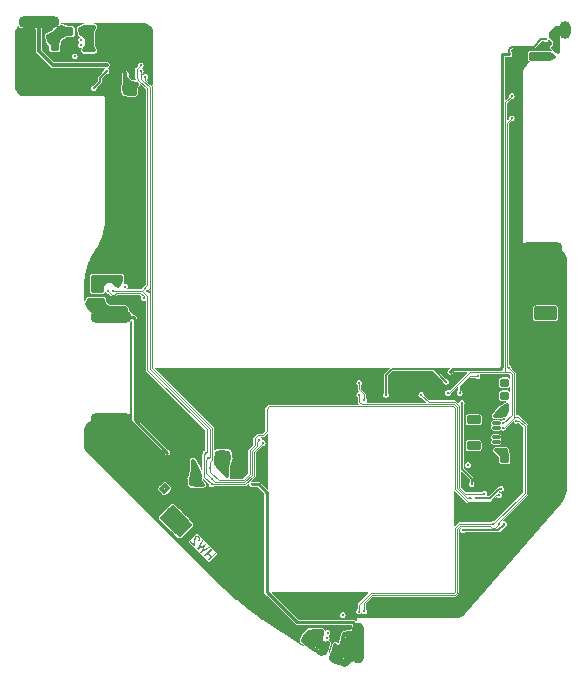
<source format=gbr>
%TF.GenerationSoftware,KiCad,Pcbnew,8.99.0-417-ga763d613e5*%
%TF.CreationDate,2024-05-16T16:31:54-04:00*%
%TF.ProjectId,thundervolt,7468756e-6465-4727-966f-6c742e6b6963,rev?*%
%TF.SameCoordinates,PX85b368ePY7384544*%
%TF.FileFunction,Copper,L4,Bot*%
%TF.FilePolarity,Positive*%
%FSLAX46Y46*%
G04 Gerber Fmt 4.6, Leading zero omitted, Abs format (unit mm)*
G04 Created by KiCad (PCBNEW 8.99.0-417-ga763d613e5) date 2024-05-16 16:31:54*
%MOMM*%
%LPD*%
G01*
G04 APERTURE LIST*
G04 Aperture macros list*
%AMRoundRect*
0 Rectangle with rounded corners*
0 $1 Rounding radius*
0 $2 $3 $4 $5 $6 $7 $8 $9 X,Y pos of 4 corners*
0 Add a 4 corners polygon primitive as box body*
4,1,4,$2,$3,$4,$5,$6,$7,$8,$9,$2,$3,0*
0 Add four circle primitives for the rounded corners*
1,1,$1+$1,$2,$3*
1,1,$1+$1,$4,$5*
1,1,$1+$1,$6,$7*
1,1,$1+$1,$8,$9*
0 Add four rect primitives between the rounded corners*
20,1,$1+$1,$2,$3,$4,$5,0*
20,1,$1+$1,$4,$5,$6,$7,0*
20,1,$1+$1,$6,$7,$8,$9,0*
20,1,$1+$1,$8,$9,$2,$3,0*%
G04 Aperture macros list end*
%ADD10C,0.100000*%
%TA.AperFunction,NonConductor*%
%ADD11C,0.100000*%
%TD*%
%TA.AperFunction,ComponentPad*%
%ADD12RoundRect,0.500000X-1.250000X-0.000010X1.250000X-0.000010X1.250000X0.000010X-1.250000X0.000010X0*%
%TD*%
%TA.AperFunction,ComponentPad*%
%ADD13RoundRect,0.500000X0.000010X-1.250000X0.000010X1.250000X-0.000010X1.250000X-0.000010X-1.250000X0*%
%TD*%
%TA.AperFunction,ComponentPad*%
%ADD14RoundRect,0.500000X0.000010X-0.250000X0.000010X0.250000X-0.000010X0.250000X-0.000010X-0.250000X0*%
%TD*%
%TA.AperFunction,ViaPad*%
%ADD15C,0.300000*%
%TD*%
%TA.AperFunction,Conductor*%
%ADD16C,0.088900*%
%TD*%
%TA.AperFunction,Conductor*%
%ADD17C,0.250000*%
%TD*%
%TA.AperFunction,Conductor*%
%ADD18C,0.300000*%
%TD*%
%TA.AperFunction,Conductor*%
%ADD19C,0.254000*%
%TD*%
%TA.AperFunction,Conductor*%
%ADD20C,0.350000*%
%TD*%
%TA.AperFunction,Conductor*%
%ADD21C,0.304800*%
%TD*%
%TA.AperFunction,Conductor*%
%ADD22C,0.101600*%
%TD*%
%TA.AperFunction,Conductor*%
%ADD23C,0.127000*%
%TD*%
%TA.AperFunction,Conductor*%
%ADD24C,0.152400*%
%TD*%
G04 APERTURE END LIST*
D10*
D11*
G36*
X-4577614Y3170478D02*
G01*
X-4574678Y3185503D01*
X-4577614Y3200183D01*
X-4586594Y3213309D01*
X-4624417Y3246987D01*
X-4639270Y3249750D01*
X-4654640Y3246469D01*
X-4668802Y3238179D01*
X-4905409Y3001572D01*
X-5158078Y3254240D01*
X-4919571Y3492747D01*
X-4911281Y3506909D01*
X-4908000Y3522280D01*
X-4910763Y3537478D01*
X-4920780Y3547495D01*
X-4946513Y3573228D01*
X-4959639Y3582209D01*
X-4974492Y3585317D01*
X-4989344Y3582209D01*
X-5002297Y3573401D01*
X-5543557Y3032141D01*
X-5552365Y3019188D01*
X-5555301Y3004162D01*
X-5552365Y2989482D01*
X-5543384Y2976357D01*
X-5517651Y2950624D01*
X-5507634Y2940607D01*
X-5492954Y2937671D01*
X-5477929Y2940607D01*
X-5463940Y2948378D01*
X-5235450Y3176868D01*
X-4982781Y2924200D01*
X-5211271Y2695710D01*
X-5219216Y2681893D01*
X-5222152Y2666868D01*
X-5219043Y2652015D01*
X-5209199Y2642171D01*
X-5183293Y2616265D01*
X-5170340Y2607457D01*
X-5155487Y2604348D01*
X-5140635Y2607457D01*
X-5127682Y2616265D01*
X-4586422Y3157525D01*
X-4577614Y3170478D01*
G37*
G36*
X-5086750Y3697576D02*
G01*
X-5089686Y3712601D01*
X-5098840Y3725554D01*
X-5139426Y3760268D01*
X-5155487Y3762168D01*
X-5172412Y3757332D01*
X-5640790Y3491711D01*
X-5375342Y3962334D01*
X-5370333Y3977014D01*
X-5375342Y4002056D01*
X-5384150Y4012937D01*
X-5399175Y4025890D01*
X-5424390Y4020709D01*
X-5899504Y3750424D01*
X-5630946Y4221738D01*
X-5626110Y4238663D01*
X-5628010Y4254725D01*
X-5638891Y4267678D01*
X-5673777Y4300492D01*
X-5692602Y4305500D01*
X-5707455Y4302392D01*
X-5727316Y4284603D01*
X-6112277Y3589462D01*
X-6118840Y3564938D01*
X-6111414Y3544386D01*
X-6100533Y3533506D01*
X-6090516Y3523489D01*
X-6059429Y3536614D01*
X-5591224Y3799991D01*
X-5854600Y3331785D01*
X-5861681Y3316760D01*
X-5857709Y3290681D01*
X-5842856Y3275829D01*
X-5817296Y3273411D01*
X-5801925Y3279110D01*
X-5096595Y3671843D01*
X-5086750Y3697576D01*
G37*
G36*
X-6324533Y3831768D02*
G01*
X-6320560Y3847830D01*
X-6293618Y4336242D01*
X-6267022Y4460245D01*
X-6245951Y4527255D01*
X-6206747Y4566459D01*
X-6150618Y4584593D01*
X-6093798Y4565768D01*
X-6004336Y4476306D01*
X-5985511Y4419486D01*
X-6003473Y4363875D01*
X-6031278Y4331924D01*
X-6034214Y4316899D01*
X-6031278Y4302219D01*
X-6023161Y4288230D01*
X-5984475Y4255416D01*
X-5969622Y4252307D01*
X-5954770Y4255416D01*
X-5916774Y4289266D01*
X-5906757Y4305155D01*
X-5880161Y4381491D01*
X-5881715Y4457654D01*
X-5907966Y4534681D01*
X-5920056Y4546770D01*
X-6023506Y4650221D01*
X-6038359Y4659202D01*
X-6116249Y4684935D01*
X-6193104Y4685453D01*
X-6270130Y4658166D01*
X-6286192Y4647976D01*
X-6337313Y4596855D01*
X-6347330Y4580966D01*
X-6375654Y4498758D01*
X-6401214Y4369920D01*
X-6422630Y4010346D01*
X-6671153Y4258870D01*
X-6684106Y4268023D01*
X-6698959Y4271132D01*
X-6713466Y4268369D01*
X-6751289Y4234691D01*
X-6759924Y4221911D01*
X-6762687Y4207403D01*
X-6759578Y4192551D01*
X-6748525Y4181498D01*
X-6388606Y3821579D01*
X-6375481Y3812598D01*
X-6360628Y3809489D01*
X-6345603Y3812771D01*
X-6333513Y3820715D01*
X-6324533Y3831768D01*
G37*
D12*
%TO.P,TP5,1,1*%
%TO.N,GND*%
X23038914Y29068642D03*
%TD*%
D13*
%TO.P,TP3,1,1*%
%TO.N,+1V15*%
X7517570Y-4372602D03*
%TD*%
D12*
%TO.P,TP7,1,1*%
%TO.N,GND*%
X-13402430Y14547398D03*
%TD*%
D14*
%TO.P,TP1,1,1*%
%TO.N,+3V3*%
X24977570Y47527398D03*
%TD*%
D12*
%TO.P,TP4,1,1*%
%TO.N,+1V0*%
X-13402430Y23247398D03*
%TD*%
%TO.P,TP2,1,1*%
%TO.N,+1V8*%
X-19552430Y48237398D03*
%TD*%
D15*
%TO.N,GND*%
X-14100702Y27480205D03*
X-9687095Y9784750D03*
X5717570Y-4112602D03*
X-14349933Y28349088D03*
X-13415668Y42541502D03*
X20984332Y13841502D03*
X23384332Y28341502D03*
X-665668Y1641502D03*
X-13315668Y11041502D03*
X-17142430Y42787398D03*
X-1015668Y1641502D03*
X13934332Y17291502D03*
X18484332Y17841502D03*
X-13116372Y28050596D03*
X-13140792Y28449850D03*
X22134332Y27741502D03*
X18084332Y17841502D03*
X-2615668Y11041502D03*
X-11115697Y9819638D03*
X21185067Y43778918D03*
X-13015668Y13141502D03*
X24198914Y11693642D03*
X6234332Y16716039D03*
X18084332Y16741502D03*
X-13015668Y43441502D03*
X-14003889Y29701826D03*
X-13015668Y42141502D03*
X-10890985Y12348309D03*
X16216344Y7216418D03*
X-3515668Y17841502D03*
X18084332Y16341502D03*
X-14872430Y13217398D03*
X-13915668Y12241502D03*
X4817570Y-358498D03*
X-2815668Y10544371D03*
X-13615668Y11341502D03*
X-19015668Y43187398D03*
X-12872430Y13617398D03*
X24184332Y26241502D03*
X-12715668Y11041502D03*
X-13649019Y40162552D03*
X-15317587Y13517398D03*
X-14683731Y13921723D03*
X-18615668Y42387398D03*
X18484332Y16341502D03*
X-18615668Y42787398D03*
X-12517587Y12017398D03*
X11117570Y-2012602D03*
X4784332Y17941502D03*
X17842378Y2797052D03*
X-13950679Y28373508D03*
X-1315668Y13941502D03*
X-15173173Y27470305D03*
X-19415668Y43187398D03*
X18484332Y16741502D03*
X-17462430Y45287398D03*
X-815668Y10551502D03*
X-8090668Y10741502D03*
X18084332Y11041502D03*
X21998914Y7493642D03*
X18484332Y17441502D03*
X23384332Y26641502D03*
X23784332Y28341502D03*
X-11515668Y13241502D03*
X20184332Y13041502D03*
X21218682Y44121790D03*
X-9988477Y9514546D03*
X-19015668Y42787398D03*
X-20615668Y43187398D03*
X21184332Y43441502D03*
X-16042430Y42387398D03*
X-14515668Y11641502D03*
X24184332Y28341502D03*
X19784332Y13041502D03*
X-14878778Y44163655D03*
X17598914Y4593642D03*
X-13615668Y10741502D03*
X4817570Y-958498D03*
X-15317587Y12317398D03*
X-19815668Y42787398D03*
X-13658727Y36803503D03*
X-13790668Y43541502D03*
X3317570Y-658498D03*
X-7915668Y9341502D03*
X1858303Y16196228D03*
X-13415668Y42141502D03*
X15417570Y-2012602D03*
X18384332Y14741502D03*
X13337857Y-2030487D03*
X584332Y17241502D03*
X17584332Y10741502D03*
X22298914Y10493642D03*
X-13015668Y10741502D03*
X-17542430Y42387398D03*
X-2215668Y11041502D03*
X16527570Y2312398D03*
X-14872430Y12417398D03*
X22984332Y26241502D03*
X23689108Y46407508D03*
X-13615668Y12541502D03*
X-14072430Y13617398D03*
X-11604726Y10512945D03*
X19384332Y13441502D03*
X-14912430Y43267398D03*
X-12717118Y28075016D03*
X11534332Y16641502D03*
X24184332Y27041502D03*
X-11784158Y13552781D03*
X18484332Y10441502D03*
X20984332Y13041502D03*
X-13483731Y13921723D03*
X18984332Y13441502D03*
X4217570Y-958498D03*
X21064332Y8481502D03*
X-20215668Y43187398D03*
X22584332Y26641502D03*
X22198914Y13393642D03*
X-14215668Y11941502D03*
X-14325513Y27949834D03*
X-2815668Y10141502D03*
X17984332Y10441502D03*
X23384332Y26241502D03*
X-2615668Y11441502D03*
X-19415668Y42787398D03*
X23784332Y26241502D03*
X-13315668Y12241502D03*
X-11623297Y12270974D03*
X23784332Y26641502D03*
X23484332Y6941502D03*
X-11796211Y12997633D03*
X-2215668Y11441502D03*
X15834332Y7941502D03*
X10534332Y16391502D03*
X-13015668Y11941502D03*
X-13649019Y33735700D03*
X-13015668Y43841502D03*
X-13615668Y11941502D03*
X-12232430Y24457398D03*
X-13474993Y43120430D03*
X-2315668Y10441502D03*
X-14515668Y12241502D03*
X16384332Y841502D03*
X-7315668Y10267261D03*
X19428562Y2102219D03*
X20184332Y13441502D03*
X-2040668Y10041502D03*
X-13653006Y31521619D03*
X-12239117Y24844645D03*
X-13672430Y13617398D03*
X-13404897Y43619069D03*
X-2460454Y9972493D03*
X-12817587Y12317398D03*
X-20215668Y42387398D03*
X-14472430Y13617398D03*
X-13117587Y12617398D03*
X-2815668Y9741502D03*
X19784332Y13441502D03*
X23384332Y27691502D03*
X23384332Y27041502D03*
X24184332Y26641502D03*
X-7915668Y9741502D03*
X19063599Y4207773D03*
X-18615668Y43187398D03*
X-7845159Y10360397D03*
X-19415668Y42387398D03*
X-13083731Y13921723D03*
X3617570Y-358498D03*
X-10762853Y10333428D03*
X15954374Y6120177D03*
X-13015668Y11341502D03*
X16394161Y9245210D03*
X-14872430Y12817398D03*
X-14072430Y13217398D03*
X16904332Y15615502D03*
X22984332Y26641502D03*
X-13015668Y42541502D03*
X-14472430Y13217398D03*
X-15304334Y13929143D03*
X-9931319Y10054955D03*
X-12741538Y28474270D03*
X4217570Y-358498D03*
X24298914Y9093642D03*
X-19815668Y43187398D03*
X-13926259Y27974254D03*
X21185067Y43096537D03*
X-13315668Y10441502D03*
X-20615668Y42787398D03*
X-17142430Y42387398D03*
X16609332Y11766502D03*
X-1055973Y1242401D03*
X17484332Y11241502D03*
X-665668Y2141502D03*
X-14367183Y28995201D03*
X22405303Y6635950D03*
X-15317587Y12717398D03*
X15853691Y18287024D03*
X-12415668Y11341502D03*
X22584332Y28341502D03*
X-7691976Y10811606D03*
X-20615668Y42387398D03*
X20234332Y6091502D03*
X-16042430Y42787398D03*
X-7315668Y10641502D03*
X17198914Y17293642D03*
X-14464996Y12844424D03*
X3917570Y-658498D03*
X-11097126Y11268155D03*
X-13272430Y13617398D03*
X18084332Y17441502D03*
X-12217587Y11717398D03*
X17919359Y9294359D03*
X-13915668Y11641502D03*
X-11530443Y8402072D03*
X23784332Y27041502D03*
X-13672430Y13217398D03*
X-16782430Y46687398D03*
X18584332Y15441502D03*
X-12347555Y9225374D03*
X21548107Y44743665D03*
X-12071836Y13291040D03*
X-7315668Y11041502D03*
X24034332Y27691502D03*
X18484332Y11041502D03*
X24584332Y27791502D03*
X-10222308Y9779554D03*
X18434332Y6791502D03*
X-12409458Y12592867D03*
X-17542430Y42787398D03*
X-3615668Y14641502D03*
X-20215668Y42787398D03*
X5117570Y-658498D03*
X24098914Y14093642D03*
X-13315668Y11641502D03*
X-14872430Y13617398D03*
X-15317587Y13117398D03*
X-12886731Y27569032D03*
X3617570Y-958498D03*
X22984332Y27041502D03*
X21332972Y44451215D03*
X3199200Y17300060D03*
X-19015668Y42387398D03*
X-16442430Y42387398D03*
X20205970Y9056432D03*
X18084332Y11441502D03*
X-13883731Y13921723D03*
X-665668Y1241502D03*
X-13008888Y42979798D03*
X18584332Y13441502D03*
X5917570Y-658498D03*
X-12715668Y11641502D03*
X5517570Y-358498D03*
X20584332Y13441502D03*
X-12683731Y13921723D03*
X-13417587Y12917398D03*
X22984332Y28341502D03*
X20584332Y13841502D03*
X-14215668Y12541502D03*
X13143435Y18008229D03*
X10684332Y17291502D03*
X-665668Y841502D03*
X18484332Y11441502D03*
X8596423Y-2030487D03*
X-3015668Y12641502D03*
X-7515668Y9741502D03*
X-13915668Y12841502D03*
X20584332Y13041502D03*
X-19815668Y42387398D03*
X24584332Y28341502D03*
X-7515668Y9341502D03*
X4517570Y-658498D03*
X21984332Y28241502D03*
X22584332Y27041502D03*
X-8915668Y10241502D03*
X-16442430Y42787398D03*
X20853125Y12386758D03*
X17298914Y-706358D03*
X13934332Y16401502D03*
X22584332Y26241502D03*
X22734332Y27691502D03*
X5517570Y-958498D03*
X-13915668Y11041502D03*
X18184332Y13441502D03*
X-1115668Y841502D03*
X3017570Y-358498D03*
X20984332Y13441502D03*
X-10125668Y11241502D03*
X-14815668Y11941502D03*
X-10484292Y9021096D03*
X-12472430Y13617398D03*
X-14283731Y13921723D03*
X-14215668Y11341502D03*
X-12283731Y13921723D03*
%TO.N,+3V3*%
X24379944Y45676387D03*
X24227570Y47307398D03*
X24227570Y46907398D03*
X23827570Y47307398D03*
X23992732Y46037828D03*
X24227570Y46507398D03*
X24401858Y46148154D03*
X24227570Y47707398D03*
X23827570Y46907398D03*
%TO.N,+1V8*%
X-17982430Y46287398D03*
X-18382430Y46287398D03*
X-17982430Y45887398D03*
X-17234264Y47647059D03*
X-17182430Y47187398D03*
X-18682430Y46587398D03*
X-17882430Y46687398D03*
X-13790658Y44543362D03*
X-16782429Y47187397D03*
X-18782430Y46987398D03*
X-18282430Y46787398D03*
X-18382430Y47187398D03*
X-17582430Y46987398D03*
X-17682430Y47787398D03*
X-17982430Y47487398D03*
X-17982430Y47087398D03*
X-17582430Y47387398D03*
X-18382430Y45887398D03*
X-16782430Y47587398D03*
%TO.N,+1V0*%
X-14876166Y23985814D03*
X-15290847Y23985814D03*
X-15082393Y24332994D03*
X-15297355Y24676937D03*
X-14282393Y24332994D03*
X-14440296Y23967653D03*
X-14682393Y24332994D03*
X-12764017Y23969907D03*
X-14097355Y24676937D03*
X-13564017Y23969907D03*
X-13164017Y23969907D03*
X-8665668Y11741502D03*
X-14497355Y24676937D03*
X-14897355Y24676937D03*
X-13982393Y24032994D03*
X-15482393Y24332994D03*
%TO.N,+1V15*%
X5317570Y-5312602D03*
X6717570Y-5112602D03*
X6717570Y-3912602D03*
X6817570Y-5912602D03*
X5911790Y-4808866D03*
X6327343Y-4870960D03*
X6332119Y-3629078D03*
X-1515668Y9041502D03*
X6422872Y-5802371D03*
X5542034Y-4575983D03*
X6717570Y-5512602D03*
X5797155Y-5219642D03*
X5617570Y-5612602D03*
X6050307Y-5702066D03*
X6717570Y-3512602D03*
X5217570Y-5712602D03*
X6145837Y-4441078D03*
X6717570Y-4712602D03*
X6227037Y-4035078D03*
X5517570Y-6012602D03*
X5456208Y-4942905D03*
X5917570Y-6112602D03*
X6417570Y-6212602D03*
X6222260Y-5286513D03*
X6717570Y-4312602D03*
%TO.N,SDA*%
X-10382430Y25437398D03*
X-897441Y12846329D03*
X-10915668Y44041502D03*
X20884332Y14436143D03*
X-5215668Y11241502D03*
X4831016Y-3946522D03*
X-4915668Y9541502D03*
X19784332Y14241502D03*
X-15982431Y46685798D03*
X-13682430Y25437398D03*
X20484332Y41941502D03*
X7578667Y-1720952D03*
X-10680018Y24842344D03*
X15084332Y16793642D03*
X18934332Y5691502D03*
%TO.N,SCL*%
X17598914Y18224942D03*
X-10915668Y44541502D03*
X20484332Y40041502D03*
X-582318Y12541502D03*
X-15982430Y46246896D03*
X-13232430Y25437398D03*
X19384332Y5691502D03*
X7995838Y16160971D03*
X7584332Y17641502D03*
X-5415668Y11741502D03*
X8017570Y-1712602D03*
X-4915668Y9041502D03*
X4900451Y-3503461D03*
X16084332Y16793642D03*
X20246462Y18893642D03*
X19784332Y13841502D03*
%TO.N,EN*%
X19410383Y8129344D03*
X-10515668Y43541502D03*
X-5015668Y10398014D03*
%TO.N,VBAT*%
X-7615668Y5941502D03*
X19584332Y11941502D03*
X-6109635Y8996864D03*
X-6515668Y10241502D03*
X-3615668Y10541502D03*
X-11415668Y42541502D03*
X-8515668Y5641502D03*
X-3815668Y11441502D03*
X-12232985Y25796265D03*
X-5915668Y9341502D03*
X-7315668Y5041502D03*
X-6041307Y10239779D03*
X19684332Y11041502D03*
X20084332Y11041502D03*
X-7615668Y4741502D03*
X-12215668Y43041502D03*
X20084332Y11441502D03*
X-8215668Y7141502D03*
X-6315668Y9341502D03*
X-8515668Y6841502D03*
X-4521148Y10746356D03*
X-12215668Y43841502D03*
X-3615668Y9741502D03*
X-3615668Y10141502D03*
X23369811Y46729734D03*
X-8215668Y5341502D03*
X-8855138Y8968317D03*
X15298914Y18593642D03*
X-8215668Y6541502D03*
X-6515668Y10641502D03*
X-7915668Y6241502D03*
X19684332Y11441502D03*
X-7915668Y6841502D03*
X-6653004Y9042416D03*
X-11815668Y42541502D03*
X-11815668Y42141502D03*
X-12329478Y42615810D03*
X19184332Y11941502D03*
X-6315668Y9741502D03*
X-8815668Y6541502D03*
X-8815668Y5941502D03*
X-9115668Y6241502D03*
X-4501231Y11748826D03*
X-7015668Y5341502D03*
X6177897Y-1997614D03*
X-12215668Y43441502D03*
X-8215668Y5941502D03*
X-8633297Y8714784D03*
X-4215668Y11441502D03*
X-7315668Y5641502D03*
X-6715668Y5641502D03*
X19384332Y12641502D03*
X-11748792Y43044551D03*
X-6695302Y9540233D03*
X-4026552Y11805256D03*
X16784332Y10691502D03*
X20303233Y45471233D03*
X-11260245Y42981737D03*
X-4215668Y11041502D03*
X-5637848Y9029401D03*
X-8515668Y6241502D03*
X-7915668Y5641502D03*
X-3409137Y11257549D03*
X-3498762Y11742187D03*
X-7915668Y5041502D03*
X-3815668Y11041502D03*
X-7015668Y5941502D03*
X-4099579Y10540551D03*
X-16502430Y45287398D03*
X-8931198Y8429560D03*
X-7615668Y5341502D03*
X-4538774Y11239878D03*
X-12282593Y42202373D03*
X-9165716Y8695769D03*
X19984332Y11941502D03*
X-5915668Y9741502D03*
X-6515668Y11041502D03*
X18984332Y12641502D03*
X-7315668Y6241502D03*
X-7615668Y6541502D03*
X-11415668Y42141502D03*
%TO.N,+1V8_ALW*%
X16266332Y15957502D03*
X17095648Y9089286D03*
X9834332Y16641502D03*
X17459012Y7936601D03*
X14944710Y17742877D03*
X19591352Y8685420D03*
%TO.N,ALERT*%
X7584332Y16641502D03*
X16998332Y7891502D03*
%TO.N,SAFEMODE*%
X18184059Y8274697D03*
X12834332Y16641502D03*
%TO.N,/1v_ina*%
X-13382430Y26637398D03*
X-12582430Y26637398D03*
X-14182430Y26637398D03*
X-13782430Y26637398D03*
X-14182430Y25437398D03*
X-14982430Y26637398D03*
X-14182430Y25837398D03*
X-13782430Y26237398D03*
X-14982430Y25437398D03*
X-12829500Y25826155D03*
X-14582430Y25437398D03*
X-14582430Y26637398D03*
X-14582430Y25837398D03*
X-14582430Y26237398D03*
X-14982430Y26237398D03*
X-13382430Y26237398D03*
X-12982430Y26637398D03*
X-14976469Y25842711D03*
X-14182430Y26237398D03*
X-12582430Y26237398D03*
X-12982430Y26237398D03*
%TO.N,/1.15v_ina*%
X3943809Y-4110037D03*
X4160453Y-3726744D03*
X3620510Y-4390007D03*
X4817570Y-4812602D03*
X3352665Y-4060717D03*
X3317570Y-3412602D03*
X3617570Y-4812602D03*
X4390429Y-3386780D03*
X4917570Y-4412602D03*
X2817570Y-4212602D03*
X3992546Y-5020231D03*
X3217570Y-4512602D03*
X3673787Y-3740190D03*
X4517570Y-4512602D03*
X4383763Y-4116703D03*
X4319754Y-5287080D03*
X4389643Y-4883630D03*
X2983442Y-3771019D03*
X4097379Y-4604073D03*
X4717570Y-5212602D03*
X3927591Y-3357591D03*
%TO.N,/3.3v_ina*%
X22498914Y45493642D03*
X20084332Y16341502D03*
X23384332Y23541502D03*
X22898914Y45093642D03*
X23784332Y23941502D03*
X22984332Y23541502D03*
X24184332Y23941502D03*
X18984332Y14241502D03*
X20084332Y17441502D03*
X23784332Y23541502D03*
X19684332Y17841502D03*
X19484332Y14841502D03*
X22098914Y45493642D03*
X23298914Y45093642D03*
X23698914Y45093642D03*
X22098914Y45093642D03*
X23752406Y45500391D03*
X22498914Y45093642D03*
X20084332Y15741502D03*
X19684332Y16741502D03*
X19084332Y14841502D03*
X24078605Y45205687D03*
X19684332Y17441502D03*
X23384332Y23941502D03*
X24184332Y23541502D03*
X23384332Y23141502D03*
X19384332Y14241502D03*
X22984332Y23141502D03*
X19884332Y14941502D03*
X20084332Y16741502D03*
X22584332Y23141502D03*
X20084332Y17841502D03*
X22898914Y45493642D03*
X22584332Y23541502D03*
X22984332Y23941502D03*
X23354218Y45491392D03*
X24184332Y23141502D03*
X23784332Y23141502D03*
X22584332Y23941502D03*
X20084332Y15341502D03*
X19684332Y16341502D03*
X19584332Y15441502D03*
%TO.N,/1.8v_ina*%
X-15082430Y47387398D03*
X-15082430Y46587398D03*
X-15482430Y47387398D03*
X-15682430Y47787398D03*
X-15482430Y46187398D03*
X-15682430Y45787398D03*
X-15982431Y47187397D03*
X-15082430Y46187398D03*
X-15482430Y46587398D03*
X-14882430Y47787398D03*
X-15282430Y45787398D03*
X-15482430Y46987398D03*
X-16088879Y47613195D03*
X-15282430Y47787398D03*
X-14882430Y45787398D03*
X-15082430Y46987398D03*
%TO.N,Net-(U7-LX2)*%
X17684332Y14341502D03*
X17284332Y14341502D03*
X18984332Y13841502D03*
X17284332Y14741502D03*
X16884332Y14741502D03*
X16884332Y14341502D03*
X19384332Y13841502D03*
X17684332Y14741502D03*
%TO.N,Net-(U7-LX1)*%
X17684332Y12141502D03*
X17684332Y12541502D03*
X17284332Y12541502D03*
X16884332Y12541502D03*
X16884332Y12141502D03*
X17284332Y12141502D03*
X18984332Y13041502D03*
X19384332Y13041502D03*
%TO.N,Net-(U5-VSET)*%
X-13815668Y44041502D03*
X-14909747Y42576795D03*
%TO.N,Net-(U9-PC0)*%
X16378025Y5161502D03*
X19834332Y5691502D03*
%TD*%
D16*
%TO.N,SCL*%
X20701127Y14791502D02*
X20684332Y14791502D01*
X20742330Y14750299D02*
X20701127Y14791502D01*
D17*
%TO.N,+3V3*%
X24227570Y47307398D02*
X24498914Y47707398D01*
D18*
X24498914Y47707398D02*
X24227570Y47707398D01*
X24677926Y47707398D02*
X24498914Y47707398D01*
D17*
X24227570Y46907398D02*
X23956364Y47436192D01*
D18*
X23956364Y47436192D02*
X24227570Y47707398D01*
X23827570Y47307398D02*
X23956364Y47436192D01*
D16*
%TO.N,SDA*%
X19910029Y18533292D02*
X16938564Y18533292D01*
X16938564Y18533292D02*
X15198914Y16793642D01*
X15198914Y16793642D02*
X15084332Y16793642D01*
D19*
%TO.N,VBAT*%
X19898914Y45493642D02*
X20280824Y45493642D01*
X15298914Y18593642D02*
X15498914Y18793642D01*
X15498914Y18793642D02*
X19522305Y18793642D01*
X19522305Y18793642D02*
X19677762Y18949099D01*
X19677762Y18949099D02*
X19677762Y45272490D01*
X19677762Y45272490D02*
G75*
G02*
X19898914Y45493628I221168J-30D01*
G01*
X20280824Y45493642D02*
G75*
G02*
X20303212Y45471233I6J-22382D01*
G01*
D18*
%TO.N,+3V3*%
X23827570Y46907398D02*
X23827570Y47307398D01*
X24677926Y47307398D02*
X24677926Y47707398D01*
X24677926Y47227754D02*
X24677926Y47527398D01*
X23992732Y46037828D02*
X24227570Y46272666D01*
X23992732Y46037828D02*
X24379944Y45676387D01*
X23827570Y46907398D02*
X24227570Y46507398D01*
X24379944Y45676387D02*
X24401858Y46148154D01*
X24227570Y47578742D02*
X24498914Y47307398D01*
X24227570Y47707398D02*
X24227570Y47578742D01*
X24171974Y46086163D02*
X24401858Y46148154D01*
X23827570Y46907398D02*
X23827570Y47307398D01*
X24401858Y46148154D02*
X24401858Y47251330D01*
X24227570Y46272666D02*
X24227570Y46507398D01*
X24677926Y47227754D02*
X24677926Y47527398D01*
X24227570Y47307398D02*
X24498914Y47307398D01*
X24171974Y46851802D02*
X24227570Y46907398D01*
X24498914Y47307398D02*
X24677926Y47307398D01*
X24401858Y46148154D02*
X24401858Y47251330D01*
X24227570Y46907398D02*
X24227570Y47707398D01*
X24227570Y47707398D02*
X24227570Y47578742D01*
X24227570Y47307398D02*
X24498914Y47307398D01*
X23992732Y46037828D02*
X24379944Y45676387D01*
X24227570Y47707398D02*
X24227570Y46507398D01*
X24677926Y47707398D02*
X24227570Y47707398D01*
X24227570Y46907398D02*
X24357570Y46907398D01*
X24171974Y46086163D02*
X24401858Y46148154D01*
X24357570Y46907398D02*
X24677926Y47227754D01*
X23992732Y46037828D02*
X24227570Y46272666D01*
X24379944Y45676387D02*
X24401858Y46148154D01*
X24227570Y46907398D02*
X24357570Y46907398D01*
X24310631Y46336193D02*
X24401858Y46148154D01*
X24310631Y46336193D02*
X24171974Y46086163D01*
X24171974Y46851802D02*
X24227570Y46907398D01*
X24171974Y46086163D02*
X24171974Y46851802D01*
X24227570Y46907398D02*
X24227570Y47707398D01*
X24227570Y46507398D02*
X24310631Y46336193D01*
X23827570Y47307398D02*
X24227570Y47707398D01*
X24227570Y47578742D02*
X24498914Y47307398D01*
X24227570Y46272666D02*
X24227570Y46507398D01*
X23992732Y46037828D02*
X24171974Y46086163D01*
X24401858Y47251330D02*
X24677926Y47527398D01*
X24171974Y46086163D02*
X24171974Y46851802D01*
X23827570Y46907398D02*
X24227570Y46507398D01*
X23827570Y47307398D02*
X24227570Y46907398D01*
X24310631Y46336193D02*
X24171974Y46086163D01*
X24677926Y47307398D02*
X24677926Y47707398D01*
X23992732Y46037828D02*
X24171974Y46086163D01*
X24401858Y47251330D02*
X24677926Y47527398D01*
X24227570Y46507398D02*
X24310631Y46336193D01*
X24310631Y46336193D02*
X24401858Y46148154D01*
X24227570Y47707398D02*
X24227570Y46507398D01*
X23827570Y47307398D02*
X24227570Y46907398D01*
X24498914Y47307398D02*
X24677926Y47307398D01*
X24357570Y46907398D02*
X24677926Y47227754D01*
D20*
%TO.N,+1V8*%
X-17682430Y47787398D02*
X-17582430Y47387398D01*
X-16782429Y47187397D02*
X-16982430Y47187398D01*
X-18782430Y46987398D02*
X-18282430Y46787398D01*
X-18782430Y46987398D02*
X-18682430Y46587398D01*
D21*
X-18374987Y44579955D02*
X-19552430Y45757398D01*
X-13827251Y44579955D02*
X-18374987Y44579955D01*
D20*
X-18682430Y46587398D02*
X-18382430Y46287398D01*
X-18382430Y46087398D02*
X-18382430Y45887398D01*
D21*
X-13790658Y44543362D02*
X-13827251Y44579955D01*
D20*
X-18082430Y45887398D02*
X-17982430Y45887398D01*
X-17882430Y46687398D02*
X-17682430Y47787398D01*
X-18382430Y47187398D02*
X-18782430Y46987398D01*
X-17982430Y47487398D02*
X-18382430Y47187398D01*
X-16982430Y47187398D02*
X-17182430Y47187398D01*
X-18282430Y46787398D02*
X-18082430Y45887398D01*
X-18282430Y46787398D02*
X-18382430Y46087398D01*
X-18382430Y46287398D02*
X-18382430Y46087398D01*
X-18382430Y46287398D02*
X-17982430Y46287398D01*
X-17582430Y46987398D02*
X-17882430Y46687398D01*
X-17182430Y47187398D02*
X-17582430Y46987398D01*
X-17234264Y47647059D02*
X-16982430Y47187398D01*
X-16782430Y47587398D02*
X-16782429Y47187397D01*
X-17982430Y47487398D02*
X-17182430Y47187398D01*
D21*
X-19552430Y45757398D02*
X-19552430Y47978965D01*
D20*
X-17982430Y46287398D02*
X-17982430Y45887398D01*
X-17234264Y47647059D02*
X-17582430Y46987398D01*
X-17882430Y46687398D02*
X-17982430Y46287398D01*
X-16782430Y47587398D02*
X-17234264Y47647059D01*
X-18382430Y45887398D02*
X-18082430Y45887398D01*
X-17682430Y47787398D02*
X-17982430Y47487398D01*
X-17682430Y47787398D02*
X-17234264Y47647059D01*
X-18682430Y46587398D02*
X-18282430Y46787398D01*
X-17982430Y47487398D02*
X-17982430Y47087398D01*
X-18382430Y47187398D02*
X-17882430Y46687398D01*
%TO.N,+1V0*%
X-14497355Y24676937D02*
X-14440296Y23967653D01*
X-13197355Y23516639D02*
X-13197355Y23676937D01*
X-15297355Y24676937D02*
X-15482393Y24332994D01*
X-13197355Y23676937D02*
X-12997355Y23876937D01*
X-14440296Y23967653D02*
X-14182430Y24004449D01*
X-14197355Y23676937D02*
X-14197355Y23516639D01*
X-12197355Y23876937D02*
X-12197355Y23516639D01*
X-13982393Y24032994D02*
X-13564017Y23969907D01*
X-14018885Y24237398D02*
X-13982393Y24032994D01*
X-12557653Y23516639D02*
X-14821672Y23516639D01*
X-14497355Y23516639D02*
X-14497355Y23876937D01*
X-14197355Y23516639D02*
X-14197355Y23776937D01*
X-14018885Y24237398D02*
X-13564017Y23969907D01*
X-13297355Y23876937D02*
X-13197355Y23776937D01*
X-14182430Y24004449D02*
X-13982393Y24032994D01*
X-12597355Y23876937D02*
X-12597355Y23776937D01*
X-14497355Y23876937D02*
X-14597355Y23876937D01*
X-14497355Y23976937D02*
X-14197355Y23676937D01*
X-12290325Y23969907D02*
X-12197355Y23876937D01*
X-15482393Y24332994D02*
X-15290847Y23985814D01*
X-12897355Y23576937D02*
X-12597355Y23876937D01*
D19*
X-13402430Y23247398D02*
X-11592430Y23247398D01*
D20*
X-14897355Y24676937D02*
X-14876166Y23985814D01*
X-14737057Y23516639D02*
X-14497355Y23516639D01*
X-15082393Y24332994D02*
X-15290847Y23985814D01*
X-13564017Y23969907D02*
X-13164017Y23969907D01*
X-13997355Y23976937D02*
X-13897355Y23876937D01*
X-14497355Y23876937D02*
X-14497355Y23976937D01*
X-14876166Y23985814D02*
X-14876166Y23655748D01*
X-14197355Y23776937D02*
X-13997355Y23976937D01*
X-13497355Y23676937D02*
X-13297355Y23876937D01*
X-12897355Y23516639D02*
X-12897355Y23576937D01*
X-15297355Y24676937D02*
X-15082393Y24332994D01*
X-15290847Y23985814D02*
X-14876166Y23985814D01*
X-13497355Y23676937D02*
X-13497355Y23516639D01*
X-14597355Y23876937D02*
X-14697355Y23776937D01*
D19*
X-11592430Y23247398D02*
X-11422430Y23077398D01*
D20*
X-14097355Y24676937D02*
X-14018885Y24237398D01*
X-12997355Y23876937D02*
X-12897355Y23776937D01*
X-15297355Y24676937D02*
X-14097355Y24676937D01*
X-12764017Y23969907D02*
X-12290325Y23969907D01*
X-12197355Y23876937D02*
X-12557653Y23516639D01*
D19*
X-11422430Y23077398D02*
X-11422430Y14498264D01*
D20*
X-12897355Y23776937D02*
X-12897355Y23516639D01*
X-13897355Y23516639D02*
X-13897355Y23576937D01*
X-13197355Y23776937D02*
X-13197355Y23516639D01*
X-14682393Y24332994D02*
X-14440296Y23967653D01*
D19*
X-11422430Y14498264D02*
X-8665668Y11741502D01*
D20*
X-14876166Y23655748D02*
X-14737057Y23516639D01*
X-14821672Y23516639D02*
X-15290847Y23985814D01*
X-14282393Y24332994D02*
X-14182430Y24004449D01*
X-13597355Y23876937D02*
X-13597355Y23776937D01*
X-12597355Y23776937D02*
X-12597355Y23516639D01*
X-13897355Y23576937D02*
X-13597355Y23876937D01*
X-14876166Y23985814D02*
X-14440296Y23967653D01*
X-13164017Y23969907D02*
X-12764017Y23969907D01*
X-13597355Y23776937D02*
X-13497355Y23676937D01*
X-13897355Y23876937D02*
X-13897355Y23516639D01*
%TO.N,+1V15*%
X5217570Y-5712602D02*
X5617570Y-5612602D01*
X6717570Y-5112602D02*
X7196314Y-5112602D01*
X6417570Y-6212602D02*
X5917570Y-6112602D01*
X6717570Y-5512602D02*
X6817570Y-5912602D01*
D17*
X-68032Y-227000D02*
X2317570Y-2612602D01*
D20*
X5317570Y-5312602D02*
X5456208Y-4942905D01*
X6327343Y-4870960D02*
X6717570Y-5512602D01*
X6717570Y-4312602D02*
X6717570Y-4712602D01*
D17*
X-94026Y-227000D02*
X-68032Y-227000D01*
X7246314Y-2841346D02*
X7246314Y-4372602D01*
D19*
X-1515668Y9041502D02*
X-915668Y9041502D01*
D20*
X5517570Y-6012602D02*
X5917570Y-6112602D01*
D19*
X-915668Y9041502D02*
X-227000Y8352834D01*
D20*
X6817570Y-5912602D02*
X6417570Y-6212602D01*
X5917570Y-6112602D02*
X5456208Y-4942905D01*
X7100079Y-5630093D02*
X7196314Y-5630093D01*
X6227037Y-4035078D02*
X6332119Y-3629078D01*
X5911790Y-4808866D02*
X6222260Y-5286513D01*
X7196314Y-4712602D02*
X7196314Y-4730093D01*
D17*
X2317570Y-2612602D02*
X7017570Y-2612602D01*
D20*
X5797155Y-5219642D02*
X5517570Y-6012602D01*
X6935983Y-5230093D02*
X6935983Y-3730093D01*
X6817570Y-5912602D02*
X7100079Y-5630093D01*
X6717570Y-3512602D02*
X7118492Y-3512602D01*
X6717570Y-4712602D02*
X6717570Y-5112602D01*
X6717570Y-3912602D02*
X7118492Y-3912602D01*
X5917570Y-6112602D02*
X6717570Y-3512602D01*
D19*
X-227000Y-94026D02*
X-94026Y-227000D01*
D20*
X6717570Y-5112602D02*
X6717570Y-5512602D01*
X5733560Y-4696612D02*
X6029252Y-4624284D01*
X5456208Y-4942905D02*
X5542034Y-4575983D01*
X6717570Y-4312602D02*
X7196314Y-4312602D01*
X6050307Y-5702066D02*
X6417570Y-6212602D01*
X5542034Y-4575983D02*
X6050307Y-5702066D01*
X6029252Y-4624284D02*
X6145837Y-4441078D01*
X6717570Y-3912602D02*
X6717570Y-4312602D01*
X5317570Y-5312602D02*
X5617570Y-5612602D01*
X5733560Y-4696612D02*
X5911790Y-4808866D01*
X6145837Y-4441078D02*
X6227037Y-4035078D01*
X7196314Y-5512602D02*
X7196314Y-5530093D01*
X7196314Y-5590424D02*
X6935983Y-5330093D01*
D17*
X7017570Y-2612602D02*
X7246314Y-2841346D01*
D20*
X6935983Y-5330093D02*
X6935983Y-5230093D01*
X5542034Y-4575983D02*
X5733560Y-4696612D01*
X7196314Y-4312602D02*
X7196314Y-4330093D01*
X6332119Y-3629078D02*
X6717570Y-3512602D01*
X6417570Y-6212602D02*
X6717570Y-5512602D01*
X7118492Y-3512602D02*
X7135983Y-3530093D01*
X7196314Y-5630093D02*
X7196314Y-5590424D01*
X5217570Y-5712602D02*
X5317570Y-5312602D01*
X5217570Y-5712602D02*
X5517570Y-6012602D01*
X7196314Y-5112602D02*
X7196314Y-5130093D01*
D19*
X-227000Y8352834D02*
X-227000Y-94026D01*
D20*
X6145837Y-4441078D02*
X6422872Y-5802371D01*
X6717570Y-4712602D02*
X6327343Y-4870960D01*
X5911790Y-4808866D02*
X6029252Y-4624284D01*
X7118492Y-3912602D02*
X7135983Y-3930093D01*
X6717570Y-5512602D02*
X7196314Y-5512602D01*
X6717570Y-4712602D02*
X7196314Y-4712602D01*
X6717570Y-3512602D02*
X6717570Y-3912602D01*
D16*
%TO.N,SDA*%
X21576532Y8333702D02*
X21576532Y13977854D01*
X-1499818Y11884430D02*
X-1499818Y9867780D01*
X-2141946Y9225652D02*
X-4599818Y9225652D01*
X7578667Y-1151505D02*
X8585722Y-144450D01*
X21118243Y14436143D02*
X20884332Y14436143D01*
X21576532Y13977854D02*
X21118243Y14436143D01*
X-1065668Y12318580D02*
X-1499818Y11884430D01*
X19784332Y14242220D02*
X20484332Y14942220D01*
D22*
X-5088994Y13754400D02*
X-10174818Y18840224D01*
D16*
X15585722Y-144450D02*
X15681975Y-48197D01*
X-1499818Y9867780D02*
X-2141946Y9225652D01*
D22*
X-10174818Y42670060D02*
X-10915668Y43410910D01*
X-10680018Y24964124D02*
X-10962792Y25246898D01*
X-10374818Y25437398D02*
X-10174818Y25637398D01*
X-5365668Y9991502D02*
X-4915668Y9541502D01*
D16*
X19938112Y18561375D02*
X19938112Y18841259D01*
D22*
X-5365668Y11091502D02*
X-5365668Y9991502D01*
X-10915668Y43410910D02*
X-10915668Y44041502D01*
X-5215668Y11241502D02*
X-5088994Y11368176D01*
X-10382430Y25437398D02*
X-10374818Y25437398D01*
D16*
X-4599818Y9225652D02*
X-4915668Y9541502D01*
X-897441Y12846329D02*
X-1065668Y12678102D01*
D22*
X-10374818Y25437398D02*
X-10174818Y25237398D01*
X-10174818Y18840224D02*
X-10174818Y25237398D01*
X-10174818Y25437398D02*
X-10174818Y25637398D01*
X-5215668Y11241502D02*
X-5365668Y11091502D01*
D16*
X15681975Y5351803D02*
X16021674Y5691502D01*
X19938112Y41395282D02*
X19938112Y18841259D01*
X19938112Y18561375D02*
X19910029Y18533292D01*
X20484332Y14942220D02*
X20484332Y18379480D01*
X20330520Y18533292D02*
X19910029Y18533292D01*
X7578667Y-1720952D02*
X7578667Y-1151505D01*
X16021674Y5691502D02*
X18934332Y5691502D01*
D22*
X-5088994Y11368176D02*
X-5088994Y13754400D01*
D16*
X18934332Y5691502D02*
X21576532Y8333702D01*
X15681975Y-48197D02*
X15681975Y5351803D01*
X20484332Y18379480D02*
X20330520Y18533292D01*
D22*
X-10174818Y25437398D02*
X-10382430Y25437398D01*
X-10962792Y25246898D02*
X-12977876Y25246898D01*
D16*
X8585722Y-144450D02*
X15585722Y-144450D01*
D22*
X-10174818Y25637398D02*
X-10174818Y42670060D01*
X-13102076Y25122698D02*
X-13367730Y25122698D01*
D16*
X20484332Y41941502D02*
X19938112Y41395282D01*
D22*
X-10174818Y25237398D02*
X-10174818Y25437398D01*
X-13367730Y25122698D02*
X-13682430Y25437398D01*
X-10680018Y24842344D02*
X-10680018Y24964124D01*
D16*
X-1065668Y12678102D02*
X-1065668Y12318580D01*
D22*
X-12977876Y25246898D02*
X-13102076Y25122698D01*
D16*
%TO.N,SCL*%
X21055535Y14750299D02*
X20742330Y14750299D01*
D22*
X-1315668Y11808152D02*
X-582318Y12541502D01*
D16*
X19803758Y13841502D02*
X19834332Y13841502D01*
X20246462Y18893642D02*
X20684332Y18455772D01*
D22*
X-10827484Y25437398D02*
X-13232430Y25437398D01*
D16*
X20246462Y18893642D02*
X20115912Y19024192D01*
X19384332Y5835022D02*
X21754332Y8205022D01*
D22*
X-11025366Y43241502D02*
X-11025366Y43241200D01*
X-5315668Y11841502D02*
X-5315668Y13711666D01*
X-2065668Y9041502D02*
X-1315668Y9791502D01*
X-5565668Y9691502D02*
X-4915668Y9041502D01*
X-4915668Y9041502D02*
X-2065668Y9041502D01*
D16*
X20115912Y39673082D02*
X20484332Y40041502D01*
D22*
X-10365318Y24975232D02*
X-10827484Y25437398D01*
D16*
X21754332Y14051502D02*
X21055535Y14750299D01*
X20684332Y14692301D02*
X20684332Y14691502D01*
X19834332Y13841502D02*
X20684332Y14691502D01*
X17598914Y18224942D02*
X16929222Y18224942D01*
D22*
X-10915668Y44541502D02*
X-11265668Y44191502D01*
D16*
X20742330Y14750299D02*
X20684332Y14692301D01*
X8017570Y-1712602D02*
X8017570Y-964050D01*
X7984332Y16701502D02*
X7584332Y17101502D01*
X20115912Y19024192D02*
X20115912Y39673082D01*
X7995838Y16160971D02*
X7995838Y16688996D01*
D22*
X-5415668Y11741502D02*
X-5315668Y11841502D01*
D16*
X20684332Y18455772D02*
X20684332Y14691502D01*
X8659370Y-322250D02*
X15659369Y-322250D01*
D22*
X-5415668Y11741502D02*
X-5565668Y11591502D01*
X-10365318Y18761316D02*
X-10365318Y24975232D01*
D16*
X18676059Y5513702D02*
X18806609Y5383152D01*
X7584332Y17101502D02*
X7584332Y17641502D01*
D22*
X-11265668Y44191502D02*
X-11265668Y43481804D01*
D16*
X19384332Y5691502D02*
X19384332Y5835022D01*
X18806609Y5383152D02*
X19075982Y5383152D01*
D22*
X-10365318Y42581152D02*
X-10365318Y25899564D01*
D16*
X16084332Y17380052D02*
X16084332Y16793642D01*
X7995838Y16688996D02*
X7984332Y16700502D01*
D22*
X-11025366Y43241200D02*
X-10365318Y42581152D01*
X-5565668Y11591502D02*
X-5565668Y9691502D01*
D16*
X16929222Y18224942D02*
X16084332Y17380052D01*
D22*
X-11265668Y43481804D02*
X-11025366Y43241502D01*
D16*
X15859775Y5278155D02*
X16095322Y5513702D01*
D22*
X-10365318Y25899564D02*
X-10827484Y25437398D01*
D16*
X19075982Y5383152D02*
X19384332Y5691502D01*
D22*
X-5315668Y13711666D02*
X-10365318Y18761316D01*
D16*
X16095322Y5513702D02*
X18676059Y5513702D01*
X15859775Y-121845D02*
X15859775Y5278155D01*
D22*
X-1315668Y9791502D02*
X-1315668Y11808152D01*
D16*
X15659369Y-322250D02*
X15859775Y-121845D01*
X8017570Y-964050D02*
X8659370Y-322250D01*
X7984332Y16700502D02*
X7984332Y16701502D01*
X21754332Y8205022D02*
X21754332Y14051502D01*
%TO.N,EN*%
X-9990668Y18916502D02*
X-9990668Y42746338D01*
X15714332Y15511502D02*
X15714332Y8621502D01*
X-2215594Y9403452D02*
X-1677618Y9941428D01*
X-1677618Y9941428D02*
X-1677618Y11958078D01*
X16756332Y7579502D02*
X18622332Y7579502D01*
X-9990668Y42746338D02*
X-10515668Y43271338D01*
X-4326894Y9403452D02*
X-2215594Y9403452D01*
X15562854Y15662980D02*
X15714332Y15511502D01*
X15714332Y8621502D02*
X16756332Y7579502D01*
X-587935Y13191502D02*
X-237681Y13541756D01*
X-237681Y13541756D02*
X-237681Y15467725D01*
X-10515668Y43271338D02*
X-10515668Y43541502D01*
X-1265668Y12941013D02*
X-1015179Y13191502D01*
X-42426Y15662980D02*
X15562854Y15662980D01*
X-1265668Y12370028D02*
X-1265668Y12941013D01*
X-4865668Y11091502D02*
X-4865668Y13791502D01*
X-1015179Y13191502D02*
X-587935Y13191502D01*
X18622332Y7579502D02*
X19172174Y8129344D01*
X-5015668Y10398014D02*
X-5015668Y10092226D01*
X19172174Y8129344D02*
X19410383Y8129344D01*
X-237681Y15467725D02*
X-42426Y15662980D01*
X-1677618Y11958078D02*
X-1265668Y12370028D01*
X-5015668Y10092226D02*
X-4326894Y9403452D01*
X-5015668Y10941502D02*
X-4865668Y11091502D01*
X-4865668Y13791502D02*
X-9990668Y18916502D01*
X-5015668Y10398014D02*
X-5015668Y10941502D01*
D20*
%TO.N,VBAT*%
X-6041307Y10239779D02*
X-6109635Y8996864D01*
X-6515668Y11041502D02*
X-6041307Y10239779D01*
X-12215668Y43441502D02*
X-11748792Y43044551D01*
X-6515668Y11041502D02*
X-6515668Y10641502D01*
X-7015668Y5341502D02*
X-8515668Y6841502D01*
X-9115668Y6241502D02*
X-7615668Y4741502D01*
X-4501231Y11748826D02*
X-4538774Y11239878D01*
X-11415668Y42141502D02*
X-11415668Y42541502D01*
X-6515668Y10241502D02*
X-6695302Y9540233D01*
X-12215668Y43041502D02*
X-11815668Y42541502D01*
X-8855138Y8968317D02*
X-8633297Y8714784D01*
X-8815668Y6541502D02*
X-7315668Y5041502D01*
X-6515668Y10641502D02*
X-6041307Y10239779D01*
X-8633297Y8714784D02*
X-8931198Y8429560D01*
X-3498762Y11742187D02*
X-3409137Y11257549D01*
D23*
X23369811Y46729734D02*
X23007026Y46729734D01*
D20*
X-6653004Y9042416D02*
X-6109635Y8996864D01*
X-3498762Y11742187D02*
X-3815668Y11041502D01*
X-5915668Y9341502D02*
X-5637848Y9029401D01*
X-5915668Y9741502D02*
X-5915668Y9341502D01*
X-3615668Y10541502D02*
X-3615668Y9741502D01*
X20084332Y11041502D02*
X19684332Y11041502D01*
X-6515668Y10641502D02*
X-6515668Y10241502D01*
X-6653004Y9042416D02*
X-6041307Y10239779D01*
D23*
X20523860Y46118588D02*
X20303233Y45897961D01*
D20*
X-8515668Y6841502D02*
X-8515668Y5641502D01*
D23*
X23007026Y46729734D02*
X22395880Y46118588D01*
D20*
X-4521148Y10746356D02*
X-4099579Y10540551D01*
X-7615668Y6541502D02*
X-7615668Y4741502D01*
X-12215668Y43041502D02*
X-11415668Y42141502D01*
X-12215668Y43041502D02*
X-12329478Y42615810D01*
X19584332Y11941502D02*
X20084332Y11441502D01*
X19684332Y11441502D02*
X20084332Y11441502D01*
X20084332Y11441502D02*
X20084332Y11041502D01*
X-8215668Y7141502D02*
X-8215668Y5341502D01*
X-4099579Y10540551D02*
X-3615668Y10541502D01*
X-4501231Y11748826D02*
X-4215668Y11441502D01*
X-6715668Y5641502D02*
X-7615668Y4741502D01*
X-4501231Y11748826D02*
X-4099579Y10540551D01*
X-8215668Y7141502D02*
X-9115668Y6241502D01*
X19184332Y11941502D02*
X19984332Y11941502D01*
X-6695302Y9540233D02*
X-6653004Y9042416D01*
X-4538774Y11239878D02*
X-4521148Y10746356D01*
X19184332Y11941502D02*
X19684332Y11441502D01*
X-12282593Y42202373D02*
X-11748792Y43044551D01*
X-9165716Y8695769D02*
X-8931198Y8429560D01*
D18*
X18984332Y12641502D02*
X19384332Y12641502D01*
D20*
X-3409137Y11257549D02*
X-3615668Y10541502D01*
X-11415668Y42541502D02*
X-11260245Y42981737D01*
X-4501231Y11748826D02*
X-4026552Y11805256D01*
X-11815668Y42141502D02*
X-12282593Y42202373D01*
X-6515668Y10241502D02*
X-5915668Y9741502D01*
X-6109635Y8996864D02*
X-5637848Y9029401D01*
X19684332Y11041502D02*
X19684332Y11441502D01*
D23*
X23369811Y46729734D02*
X23007026Y46729734D01*
D20*
X-8215668Y7141502D02*
X-6715668Y5641502D01*
X-6515668Y10241502D02*
X-6109635Y8996864D01*
X-7315668Y6241502D02*
X-7315668Y5041502D01*
X19984332Y11941502D02*
X20084332Y11441502D01*
X-4099579Y10540551D02*
X-3615668Y10141502D01*
X-12215668Y43841502D02*
X-12215668Y43441502D01*
X-12282593Y42202373D02*
X-11260245Y42981737D01*
D23*
X20303233Y45897961D02*
X20303233Y45471233D01*
D20*
X-7015668Y5941502D02*
X-7015668Y5341502D01*
X-4026552Y11805256D02*
X-3615668Y10541502D01*
X-12329478Y42615810D02*
X-12282593Y42202373D01*
X-11815668Y42141502D02*
X-11415668Y42141502D01*
X-9165716Y8695769D02*
X-8855138Y8968317D01*
X-4026552Y11805256D02*
X-3498762Y11742187D01*
X-5915668Y9741502D02*
X-6041307Y10239779D01*
X-8815668Y6541502D02*
X-8815668Y5941502D01*
X-4099579Y10540551D02*
X-3815668Y11441502D01*
X-4521148Y10746356D02*
X-3815668Y11441502D01*
X-7915668Y6841502D02*
X-7915668Y5041502D01*
X-11260245Y42981737D02*
X-11748792Y43044551D01*
X19684332Y11041502D02*
X20084332Y11441502D01*
X-12215668Y43441502D02*
X-12215668Y43041502D01*
X-4521148Y10746356D02*
X-3615668Y9741502D01*
X-11748792Y43044551D02*
X-11815668Y42141502D01*
D23*
X22395880Y46118588D02*
X20523860Y46118588D01*
%TO.N,+1V8_ALW*%
X9834332Y18291502D02*
X9834332Y16641502D01*
X19134332Y8392752D02*
X19134332Y8391502D01*
X16266782Y10359052D02*
X17095648Y9530186D01*
X16266782Y15957052D02*
X16266782Y10359052D01*
X17095648Y9530186D02*
X17095648Y9089286D01*
X19427000Y8685420D02*
X19134332Y8392752D01*
X10334332Y18791502D02*
X9834332Y18291502D01*
X13896085Y18791502D02*
X10334332Y18791502D01*
X14944710Y17742877D02*
X13896085Y18791502D01*
X18679431Y7936601D02*
X17459012Y7936601D01*
X16266332Y15957502D02*
X16266782Y15957052D01*
X19134332Y8391502D02*
X18679431Y7936601D01*
X19591352Y8685420D02*
X19427000Y8685420D01*
D16*
%TO.N,ALERT*%
X15892132Y15585149D02*
X15892132Y8707254D01*
X7791332Y15841502D02*
X15635780Y15841502D01*
X15635780Y15841502D02*
X15892132Y15585149D01*
X16707884Y7891502D02*
X17041164Y7891502D01*
X15892132Y8707254D02*
X16707884Y7891502D01*
X7584332Y16641502D02*
X7584332Y16048502D01*
X7584332Y16048502D02*
X7791332Y15841502D01*
%TO.N,SAFEMODE*%
X16069932Y15658795D02*
X16069932Y8780902D01*
X15705138Y16023589D02*
X16069932Y15658795D01*
X16069932Y8780902D02*
X16576332Y8274502D01*
X13452245Y16023589D02*
X15705138Y16023589D01*
X12834332Y16641502D02*
X13452245Y16023589D01*
X18183864Y8274502D02*
X18184059Y8274697D01*
X16576332Y8274502D02*
X18183864Y8274502D01*
D20*
%TO.N,/1v_ina*%
X-13782430Y26637398D02*
X-13382430Y26237398D01*
X-14182430Y25437398D02*
X-14182430Y26237398D01*
X-14182430Y26237398D02*
X-14582430Y25837398D01*
X-14582430Y26637398D02*
X-14582430Y25437398D01*
X-12982430Y26237398D02*
X-13982430Y26237398D01*
X-14182430Y25837398D02*
X-13782430Y26237398D01*
X-13382430Y26637398D02*
X-12982430Y26237398D01*
X-14582430Y26637398D02*
X-13982430Y26237398D01*
X-14982430Y25437398D02*
X-14982430Y25637398D01*
X-14982430Y25637398D02*
X-14982430Y26637398D01*
X-14982430Y25637398D02*
X-14582430Y25837398D01*
X-13982430Y26237398D02*
X-14982430Y26237398D01*
X-12829500Y25826155D02*
X-13382430Y26237398D01*
X-14982430Y25437398D02*
X-14182430Y25437398D01*
X-14582430Y25837398D02*
X-14182430Y25437398D01*
X-12982430Y26237398D02*
X-12829500Y25826155D01*
X-12582430Y26237398D02*
X-12829500Y25826155D01*
X-14982430Y26637398D02*
X-14582430Y26237398D01*
X-14182430Y25837398D02*
X-14976469Y25842711D01*
X-12982430Y26637398D02*
X-12582430Y26237398D01*
X-12582430Y26237398D02*
X-12582430Y26637398D01*
X-14982430Y26237398D02*
X-14582430Y25837398D01*
X-14982430Y26637398D02*
X-12582430Y26637398D01*
X-14182430Y26637398D02*
X-13782430Y26237398D01*
%TO.N,/1.15v_ina*%
X3943809Y-4110037D02*
X4097379Y-4604073D01*
X4319754Y-5287080D02*
X4717570Y-5212602D01*
X3927591Y-3357591D02*
X4390429Y-3386780D01*
X3217570Y-4512602D02*
X3673787Y-3740190D01*
X4817570Y-4812602D02*
X4517570Y-4512602D01*
X4433074Y-4262602D02*
X4717570Y-4462602D01*
X2817570Y-4212602D02*
X3352665Y-4060717D01*
X4389643Y-4883630D02*
X4717570Y-5212602D01*
X3217570Y-4512602D02*
X3497915Y-4512602D01*
X4517570Y-4512602D02*
X4717570Y-4462602D01*
X3317570Y-3412602D02*
X3352665Y-4060717D01*
X3352665Y-4060717D02*
X3673787Y-3740190D01*
X3317570Y-3412602D02*
X3927591Y-3357591D01*
X4383763Y-4116703D02*
X4433074Y-4262602D01*
X4717570Y-4462602D02*
X4917570Y-4412602D01*
X4817570Y-4812602D02*
X4917570Y-4412602D01*
X2817570Y-4212602D02*
X3217570Y-4512602D01*
X2983442Y-3771019D02*
X2817570Y-4212602D01*
X3217570Y-4512602D02*
X3617570Y-4812602D01*
X3497915Y-4512602D02*
X3620510Y-4390007D01*
X3317570Y-3412602D02*
X2983442Y-3771019D01*
X3617570Y-4812602D02*
X3992546Y-5020231D01*
X3927591Y-3357591D02*
X3352665Y-4060717D01*
X2983442Y-3771019D02*
X3352665Y-4060717D01*
X3352665Y-4060717D02*
X3620510Y-4390007D01*
X4160453Y-3726744D02*
X4383763Y-4116703D01*
X4717570Y-5212602D02*
X4817570Y-4812602D01*
X4319754Y-5287080D02*
X4517570Y-4512602D01*
X3673787Y-3740190D02*
X3620510Y-4390007D01*
X4160453Y-3726744D02*
X4389643Y-4883630D01*
X3620510Y-4390007D02*
X4389643Y-4883630D01*
X3617570Y-4812602D02*
X3943809Y-4110037D01*
X4817570Y-4812602D02*
X4389643Y-4883630D01*
X4433074Y-4262602D02*
X4517570Y-4512602D01*
X4390429Y-3386780D02*
X4383763Y-4116703D01*
X3992546Y-5020231D02*
X4319754Y-5287080D01*
X3927591Y-3357591D02*
X3943809Y-4110037D01*
X4390429Y-3386780D02*
X4160453Y-3726744D01*
X3317570Y-3412602D02*
X3943809Y-4110037D01*
D18*
%TO.N,/3.3v_ina*%
X23698914Y45093642D02*
X23752406Y45500391D01*
D20*
X20084332Y15741502D02*
X19484332Y14841502D01*
X24184332Y23141502D02*
X22584332Y23141502D01*
D18*
X23752406Y45500391D02*
X24078605Y45205687D01*
D20*
X19484332Y14841502D02*
X19884332Y14941502D01*
D18*
X23698914Y45093642D02*
X22098914Y45093642D01*
D20*
X22984332Y23941502D02*
X23384332Y23141502D01*
X19684332Y16741502D02*
X20084332Y16741502D01*
D18*
X22098914Y45093642D02*
X22098914Y45493642D01*
X22098914Y45493642D02*
X23752406Y45500391D01*
X23298914Y45093642D02*
X22898914Y45493642D01*
D20*
X19484332Y14841502D02*
X19584332Y15441502D01*
D18*
X24078605Y45205687D02*
X23698914Y45093642D01*
D20*
X19884332Y14941502D02*
X20084332Y15341502D01*
X23384332Y23941502D02*
X23784332Y23141502D01*
D18*
X22098914Y45493642D02*
X23752406Y45500391D01*
D20*
X19084332Y14841502D02*
X19484332Y14841502D01*
D18*
X22098914Y45493642D02*
X22498914Y45093642D01*
X18984332Y14241502D02*
X19384332Y14241502D01*
D20*
X23384332Y23941502D02*
X23384332Y23141502D01*
X19684332Y17441502D02*
X20084332Y17441502D01*
X20084332Y17841502D02*
X20084332Y17441502D01*
D18*
X23354218Y45491392D02*
X23698914Y45093642D01*
D20*
X20084332Y16741502D02*
X20084332Y16341502D01*
D18*
X22898914Y45093642D02*
X22898914Y45493642D01*
D20*
X23784332Y23941502D02*
X24184332Y23141502D01*
D18*
X24078605Y45205687D02*
X23698914Y45093642D01*
D20*
X19684332Y16741502D02*
X19684332Y16341502D01*
D18*
X22498914Y45493642D02*
X22498914Y45093642D01*
D20*
X22584332Y23941502D02*
X22984332Y23141502D01*
X19684332Y17841502D02*
X20084332Y17441502D01*
X19684332Y16741502D02*
X20084332Y16341502D01*
X22584332Y23941502D02*
X22584332Y23141502D01*
X24184332Y23941502D02*
X24184332Y23141502D01*
D18*
X23752406Y45500391D02*
X24078605Y45205687D01*
X23354218Y45491392D02*
X23298914Y45093642D01*
D20*
X22984332Y23941502D02*
X22984332Y23141502D01*
X20084332Y15741502D02*
X20084332Y15341502D01*
D18*
X23698914Y45093642D02*
X22098914Y45093642D01*
X22498914Y45493642D02*
X22898914Y45093642D01*
D20*
X20084332Y15741502D02*
X19584332Y15441502D01*
D18*
X22098914Y45093642D02*
X22098914Y45493642D01*
D20*
X22584332Y23941502D02*
X24184332Y23941502D01*
D18*
X23354218Y45491392D02*
X23698914Y45093642D01*
D20*
X19684332Y16341502D02*
X20084332Y16341502D01*
X23784332Y23941502D02*
X23784332Y23141502D01*
D18*
X22498914Y45493642D02*
X22498914Y45093642D01*
X22898914Y45093642D02*
X22898914Y45493642D01*
D20*
X19684332Y17841502D02*
X19684332Y17441502D01*
D18*
X23354218Y45491392D02*
X23298914Y45093642D01*
X23298914Y45093642D02*
X22898914Y45493642D01*
D20*
X19584332Y15441502D02*
X19884332Y14941502D01*
D18*
X22098914Y45493642D02*
X22498914Y45093642D01*
D20*
X19584332Y15441502D02*
X19084332Y14841502D01*
D18*
X23698914Y45093642D02*
X23752406Y45500391D01*
X22498914Y45493642D02*
X22898914Y45093642D01*
D20*
X20084332Y17841502D02*
X19684332Y17841502D01*
%TO.N,/1.8v_ina*%
X-15082430Y46987398D02*
X-15082430Y46587398D01*
X-15482430Y46987398D02*
X-15082430Y46587398D01*
X-15482430Y46987398D02*
X-15082430Y47387398D01*
X-15482430Y46787398D02*
X-15482430Y47387398D01*
X-15982431Y47187397D02*
X-15482430Y47387398D01*
X-14882430Y47787398D02*
X-15082430Y47387398D01*
X-16088879Y47613195D02*
X-15982431Y47187397D01*
X-16088879Y47613195D02*
X-15682430Y47787398D01*
X-15982431Y47187397D02*
X-15682430Y47067397D01*
X-15082430Y47387398D02*
X-15082430Y46987398D01*
X-15082430Y46587398D02*
X-15082430Y46187398D01*
X-15682430Y45787398D02*
X-15082430Y46187398D01*
X-15282430Y47787398D02*
X-15482430Y47387398D01*
X-15282430Y47787398D02*
X-15682430Y47787398D01*
X-15682430Y45787398D02*
X-15282430Y45787398D01*
X-15482430Y46187398D02*
X-15482430Y46787398D01*
X-15682430Y45787398D02*
X-15482430Y46187398D01*
X-15482430Y46587398D02*
X-15082430Y46587398D01*
X-14882430Y45787398D02*
X-15282430Y45787398D01*
X-15082430Y46187398D02*
X-14882430Y45787398D01*
X-15682430Y47067397D02*
X-15482430Y46787398D01*
X-15682430Y47067397D02*
X-15482430Y46987398D01*
X-15082430Y46587398D02*
X-15482430Y46187398D01*
X-16088879Y47613195D02*
X-15482430Y47387398D01*
X-15482430Y46187398D02*
X-15082430Y46187398D01*
X-15282430Y47787398D02*
X-14882430Y47787398D01*
X-15682430Y47787398D02*
X-15082430Y47387398D01*
%TO.N,Net-(U7-LX2)*%
X17284332Y14741502D02*
X17284332Y14341502D01*
D18*
X18984332Y13841502D02*
X19384332Y13841502D01*
D20*
X17684332Y14741502D02*
X17684332Y14341502D01*
X16884332Y14741502D02*
X17684332Y14741502D01*
X16884332Y14741502D02*
X17284332Y14341502D01*
X16884332Y14341502D02*
X17684332Y14341502D01*
X16884332Y14741502D02*
X16884332Y14341502D01*
X17284332Y14341502D02*
X17684332Y14741502D01*
D18*
%TO.N,Net-(U7-LX1)*%
X18984332Y13041502D02*
X19384332Y13041502D01*
D20*
X16884332Y12541502D02*
X17284332Y12141502D01*
X16884332Y12541502D02*
X16884332Y12141502D01*
X17284332Y12141502D02*
X17684332Y12541502D01*
X16884332Y12141502D02*
X17684332Y12141502D01*
X17684332Y12541502D02*
X17684332Y12141502D01*
X17684332Y12541502D02*
X16884332Y12541502D01*
D24*
%TO.N,Net-(U5-VSET)*%
X-14382430Y43474740D02*
X-13815668Y44041502D01*
X-14909747Y42576795D02*
X-14901390Y42576795D01*
X-14901390Y42576795D02*
X-14382430Y43095755D01*
X-14382430Y43095755D02*
X-14382430Y43474740D01*
%TO.N,Net-(U9-PC0)*%
X16384756Y5168233D02*
X16378025Y5161502D01*
X19834332Y5691502D02*
X19834332Y5633124D01*
X19369441Y5168233D02*
X16384756Y5168233D01*
X19834332Y5633124D02*
X19369441Y5168233D01*
%TD*%
%TA.AperFunction,Conductor*%
%TO.N,GND*%
G36*
X-15733175Y48118139D02*
G01*
X-15720449Y48087415D01*
X-15733175Y48056691D01*
X-15746785Y48047478D01*
X-15757125Y48043047D01*
X-15765717Y48040378D01*
X-15785851Y48036351D01*
X-15785854Y48036350D01*
X-15804226Y48024047D01*
X-15811773Y48020008D01*
X-15832693Y48011343D01*
X-15838714Y48008078D01*
X-16140829Y47878592D01*
X-16147925Y47876249D01*
X-16151029Y47875514D01*
X-16173028Y47865453D01*
X-16180558Y47862815D01*
X-16204023Y47856948D01*
X-16204029Y47856946D01*
X-16217368Y47847062D01*
X-16226116Y47842038D01*
X-16241380Y47835496D01*
X-16244013Y47833690D01*
X-16244051Y47833669D01*
X-16244085Y47833639D01*
X-16246680Y47831765D01*
X-16263160Y47814045D01*
X-16269109Y47808725D01*
X-16288539Y47794329D01*
X-16288541Y47794327D01*
X-16297084Y47780090D01*
X-16303243Y47772102D01*
X-16314843Y47760215D01*
X-16316582Y47757542D01*
X-16316611Y47757506D01*
X-16316634Y47757459D01*
X-16318312Y47754739D01*
X-16326752Y47732070D01*
X-16330212Y47724877D01*
X-16342660Y47704130D01*
X-16342661Y47704128D01*
X-16345105Y47687708D01*
X-16347737Y47677974D01*
X-16353904Y47662553D01*
X-16354489Y47659410D01*
X-16354501Y47659369D01*
X-16354505Y47659310D01*
X-16355013Y47656165D01*
X-16354136Y47631992D01*
X-16354580Y47624025D01*
X-16358141Y47600094D01*
X-16354114Y47583986D01*
X-16352820Y47573981D01*
X-16352617Y47557379D01*
X-16351958Y47554267D01*
X-16351950Y47554202D01*
X-16351934Y47554153D01*
X-16351199Y47551049D01*
X-16341137Y47529048D01*
X-16338498Y47521515D01*
X-16248591Y47161885D01*
X-16247297Y47150820D01*
X-16247453Y47138033D01*
X-16246850Y47134799D01*
X-16246849Y47134780D01*
X-16246172Y47131587D01*
X-16246172Y47131585D01*
X-16246171Y47131584D01*
X-16242721Y47123534D01*
X-16235170Y47105914D01*
X-16232954Y47099337D01*
X-16226183Y47072252D01*
X-16226182Y47072250D01*
X-16218569Y47061976D01*
X-16213138Y47052246D01*
X-16208388Y47040371D01*
X-16208387Y47040370D01*
X-16206589Y47037605D01*
X-16206584Y47037595D01*
X-16204739Y47034906D01*
X-16184750Y47015400D01*
X-16180185Y47010170D01*
X-16163562Y46987735D01*
X-16152600Y46981158D01*
X-16143857Y46974246D01*
X-16134924Y46965092D01*
X-16132218Y46963236D01*
X-16132217Y46963235D01*
X-16129463Y46961444D01*
X-16129460Y46961443D01*
X-16129457Y46961440D01*
X-16125581Y46959890D01*
X-16101782Y46936665D01*
X-16101375Y46903412D01*
X-16117578Y46883421D01*
X-16155028Y46858398D01*
X-16155030Y46858396D01*
X-16184701Y46813989D01*
X-16207941Y46779207D01*
X-16226521Y46685798D01*
X-16207941Y46592389D01*
X-16184386Y46557136D01*
X-16155030Y46513201D01*
X-16155028Y46513199D01*
X-16138977Y46502474D01*
X-16120502Y46474824D01*
X-16126990Y46442207D01*
X-16138977Y46430220D01*
X-16155027Y46419496D01*
X-16155029Y46419494D01*
X-16185668Y46373638D01*
X-16207940Y46340305D01*
X-16226520Y46246896D01*
X-16207940Y46153487D01*
X-16184885Y46118983D01*
X-16155926Y46075641D01*
X-16155028Y46074298D01*
X-16075839Y46021386D01*
X-15982430Y46002806D01*
X-15946292Y46009995D01*
X-15913677Y46003508D01*
X-15895201Y45975858D01*
X-15901688Y45943241D01*
X-15906177Y45937770D01*
X-15906580Y45937166D01*
X-15915040Y45916742D01*
X-15919079Y45909194D01*
X-15931382Y45890822D01*
X-15931383Y45890820D01*
X-15933613Y45879671D01*
X-15937355Y45868766D01*
X-15942436Y45858603D01*
X-15942437Y45858600D01*
X-15942624Y45855970D01*
X-15945819Y45842433D01*
X-15946830Y45839994D01*
X-15946830Y45817882D01*
X-15947674Y45809361D01*
X-15952010Y45787682D01*
X-15952010Y45787680D01*
X-15949805Y45776531D01*
X-15949089Y45765027D01*
X-15949720Y45756134D01*
X-15949894Y45753681D01*
X-15949060Y45751178D01*
X-15946830Y45737439D01*
X-15946830Y45734807D01*
X-15946831Y45734807D01*
X-15938369Y45714379D01*
X-15935889Y45706187D01*
X-15931597Y45684494D01*
X-15931597Y45684493D01*
X-15931596Y45684492D01*
X-15931596Y45684490D01*
X-15925295Y45675040D01*
X-15920227Y45664680D01*
X-15916632Y45653895D01*
X-15914905Y45651904D01*
X-15907589Y45640068D01*
X-15906578Y45637627D01*
X-15890940Y45621989D01*
X-15885512Y45615367D01*
X-15873253Y45596978D01*
X-15873249Y45596974D01*
X-15863810Y45590653D01*
X-15855164Y45583021D01*
X-15847714Y45574432D01*
X-15847714Y45574431D01*
X-15845361Y45573255D01*
X-15834066Y45565115D01*
X-15832201Y45563250D01*
X-15823195Y45559520D01*
X-15811776Y45554790D01*
X-15804226Y45550749D01*
X-15785856Y45538447D01*
X-15785854Y45538446D01*
X-15774705Y45536217D01*
X-15763801Y45532476D01*
X-15753634Y45527392D01*
X-15751011Y45527206D01*
X-15737456Y45524007D01*
X-15735022Y45522998D01*
X-15712914Y45522998D01*
X-15704394Y45522155D01*
X-15682712Y45517818D01*
X-15671561Y45520025D01*
X-15660058Y45520741D01*
X-15648713Y45519934D01*
X-15646211Y45520769D01*
X-15632470Y45522998D01*
X-15335022Y45522998D01*
X-14932390Y45522998D01*
X-14918650Y45520769D01*
X-14916147Y45519934D01*
X-14874570Y45522890D01*
X-14871490Y45522998D01*
X-14829839Y45522998D01*
X-14829838Y45522998D01*
X-14827409Y45524005D01*
X-14813852Y45527205D01*
X-14811226Y45527391D01*
X-14773944Y45546034D01*
X-14771163Y45547303D01*
X-14732659Y45563250D01*
X-14730797Y45565113D01*
X-14719501Y45573254D01*
X-14718999Y45573506D01*
X-14717147Y45574431D01*
X-14689833Y45605926D01*
X-14687758Y45608153D01*
X-14658282Y45637627D01*
X-14657275Y45640060D01*
X-14649952Y45651908D01*
X-14648229Y45653893D01*
X-14635039Y45693466D01*
X-14633986Y45696287D01*
X-14618030Y45734806D01*
X-14618030Y45737439D01*
X-14615800Y45751178D01*
X-14615731Y45751386D01*
X-14614966Y45753680D01*
X-14617921Y45795258D01*
X-14618030Y45798338D01*
X-14618030Y45839990D01*
X-14618032Y45839994D01*
X-14619038Y45842422D01*
X-14622237Y45855978D01*
X-14622423Y45858600D01*
X-14622423Y45858601D01*
X-14641068Y45895890D01*
X-14642331Y45898659D01*
X-14658282Y45937169D01*
X-14660147Y45939034D01*
X-14668286Y45950327D01*
X-14813443Y46240641D01*
X-14818030Y46260072D01*
X-14818030Y47314724D01*
X-14813443Y47334155D01*
X-14812630Y47335780D01*
X-14803011Y47355018D01*
X-14779748Y47401544D01*
X-14717819Y47525402D01*
X-14715996Y47529048D01*
X-14703419Y47554202D01*
X-14695512Y47570016D01*
X-14694765Y47571510D01*
X-14692780Y47575480D01*
X-14690893Y47579254D01*
X-14668286Y47624469D01*
X-14660147Y47635762D01*
X-14658282Y47637627D01*
X-14642334Y47676133D01*
X-14641058Y47678926D01*
X-14628456Y47704130D01*
X-14622423Y47716195D01*
X-14622237Y47718821D01*
X-14619036Y47732379D01*
X-14618234Y47734313D01*
X-14618030Y47734806D01*
X-14618030Y47776460D01*
X-14617921Y47779540D01*
X-14617177Y47790012D01*
X-14614966Y47821116D01*
X-14614967Y47821119D01*
X-14615800Y47823620D01*
X-14618030Y47837360D01*
X-14618030Y47839990D01*
X-14625247Y47857413D01*
X-14633980Y47878496D01*
X-14635043Y47881344D01*
X-14648229Y47920903D01*
X-14649957Y47922895D01*
X-14657274Y47934735D01*
X-14658282Y47937169D01*
X-14672601Y47951488D01*
X-14687752Y47966640D01*
X-14689852Y47968894D01*
X-14717146Y48000364D01*
X-14717147Y48000365D01*
X-14719507Y48001546D01*
X-14730794Y48009681D01*
X-14732658Y48011545D01*
X-14732659Y48011546D01*
X-14771150Y48027489D01*
X-14773953Y48028769D01*
X-14813519Y48048552D01*
X-14835308Y48073675D01*
X-14832951Y48106846D01*
X-14807828Y48128635D01*
X-14794088Y48130865D01*
X-10782598Y48130865D01*
X-10782584Y48130864D01*
X-10776162Y48130865D01*
X-10776160Y48130863D01*
X-10751363Y48130865D01*
X-10747109Y48130657D01*
X-10577995Y48114011D01*
X-10569649Y48112352D01*
X-10409077Y48063653D01*
X-10401212Y48060394D01*
X-10333204Y48024047D01*
X-10253241Y47981311D01*
X-10246158Y47976579D01*
X-10116457Y47870145D01*
X-10110434Y47864123D01*
X-10003989Y47734429D01*
X-9999256Y47727346D01*
X-9920162Y47579379D01*
X-9916902Y47571510D01*
X-9868194Y47410952D01*
X-9866532Y47402597D01*
X-9849947Y47234228D01*
X-9849738Y47229969D01*
X-9849738Y42899598D01*
X-9862464Y42868874D01*
X-9893188Y42856148D01*
X-9923912Y42868874D01*
X-10354113Y43299075D01*
X-10366839Y43329799D01*
X-10354113Y43360523D01*
X-10347532Y43365923D01*
X-10343070Y43368904D01*
X-10290158Y43448093D01*
X-10271578Y43541502D01*
X-10290158Y43634911D01*
X-10343070Y43714100D01*
X-10349434Y43718352D01*
X-10404532Y43755167D01*
X-10422259Y43767012D01*
X-10515668Y43785592D01*
X-10609077Y43767012D01*
X-10688266Y43714101D01*
X-10688268Y43714099D01*
X-10695891Y43702689D01*
X-10723541Y43684214D01*
X-10756158Y43690702D01*
X-10774633Y43718352D01*
X-10775468Y43726829D01*
X-10775468Y43824033D01*
X-10762742Y43854757D01*
X-10756160Y43860159D01*
X-10743070Y43868904D01*
X-10690158Y43948093D01*
X-10671578Y44041502D01*
X-10690158Y44134911D01*
X-10743070Y44214100D01*
X-10743076Y44214104D01*
X-10770326Y44232312D01*
X-10804843Y44255375D01*
X-10823318Y44283025D01*
X-10816831Y44315641D01*
X-10804844Y44327629D01*
X-10743070Y44368904D01*
X-10690158Y44448093D01*
X-10671578Y44541502D01*
X-10690158Y44634911D01*
X-10743070Y44714100D01*
X-10744477Y44715040D01*
X-10769348Y44731659D01*
X-10822259Y44767012D01*
X-10915668Y44785592D01*
X-11009077Y44767012D01*
X-11088266Y44714101D01*
X-11088267Y44714100D01*
X-11141178Y44634911D01*
X-11159758Y44541503D01*
X-11159758Y44541501D01*
X-11156688Y44526065D01*
X-11163176Y44493449D01*
X-11168579Y44486865D01*
X-11351197Y44304247D01*
X-11351198Y44304248D01*
X-11384523Y44270922D01*
X-11405868Y44219390D01*
X-11405868Y43453917D01*
X-11384524Y43402387D01*
X-11316117Y43333980D01*
X-11303391Y43303256D01*
X-11316117Y43272532D01*
X-11346841Y43259806D01*
X-11352382Y43260161D01*
X-11624497Y43295148D01*
X-11647101Y43305140D01*
X-11935963Y43550739D01*
X-11951126Y43580336D01*
X-11951268Y43583842D01*
X-11951268Y43894094D01*
X-11973635Y43948094D01*
X-11991520Y43991273D01*
X-12065897Y44065650D01*
X-12163076Y44105902D01*
X-12268260Y44105902D01*
X-12316850Y44085776D01*
X-12365440Y44065650D01*
X-12439816Y43991274D01*
X-12480068Y43894094D01*
X-12480068Y43489913D01*
X-12482164Y43476581D01*
X-12483451Y43472591D01*
X-12483451Y43472590D01*
X-12480210Y43432567D01*
X-12480068Y43429060D01*
X-12480068Y43081944D01*
X-12481542Y43070722D01*
X-12584164Y42686881D01*
X-12584379Y42686106D01*
X-12598122Y42638271D01*
X-12598237Y42636888D01*
X-12598270Y42636698D01*
X-12598304Y42636168D01*
X-12598363Y42635376D01*
X-12598405Y42634877D01*
X-12598400Y42634681D01*
X-12598491Y42633291D01*
X-12591968Y42583958D01*
X-12591870Y42583159D01*
X-12550289Y42216493D01*
X-12550655Y42204152D01*
X-12552095Y42195875D01*
X-12551992Y42191590D01*
X-12552360Y42191582D01*
X-12552284Y42189822D01*
X-12551918Y42189844D01*
X-12551837Y42188541D01*
X-12551842Y42188405D01*
X-12551637Y42185341D01*
X-12551627Y42185179D01*
X-12551580Y42184429D01*
X-12551573Y42184403D01*
X-12551573Y42184402D01*
X-12549978Y42178480D01*
X-12543919Y42155979D01*
X-12542702Y42149579D01*
X-12539384Y42120325D01*
X-12539384Y42120324D01*
X-12539383Y42120323D01*
X-12535314Y42112973D01*
X-12530930Y42101433D01*
X-12529092Y42093232D01*
X-12527360Y42089320D01*
X-12527694Y42089173D01*
X-12526955Y42087586D01*
X-12526626Y42087746D01*
X-12526053Y42086575D01*
X-12525992Y42086411D01*
X-12524417Y42083231D01*
X-12524331Y42083056D01*
X-12524226Y42082842D01*
X-12524222Y42082836D01*
X-12524221Y42082835D01*
X-12517559Y42074176D01*
X-12506270Y42059502D01*
X-12502694Y42054052D01*
X-12488438Y42028300D01*
X-12481864Y42023065D01*
X-12473399Y42014084D01*
X-12468561Y42007209D01*
X-12468559Y42007208D01*
X-12465460Y42004254D01*
X-12465717Y42003986D01*
X-12464445Y42002819D01*
X-12464200Y42003096D01*
X-12463219Y42002231D01*
X-12463105Y42002109D01*
X-12460475Y41999810D01*
X-12460326Y41999678D01*
X-12460095Y41999475D01*
X-12460085Y41999469D01*
X-12460083Y41999467D01*
X-12446644Y41991731D01*
X-12434570Y41984780D01*
X-12429182Y41981114D01*
X-12406153Y41962776D01*
X-12398078Y41960457D01*
X-12386815Y41955396D01*
X-12379720Y41950898D01*
X-12375725Y41949355D01*
X-12375859Y41949009D01*
X-12374232Y41948416D01*
X-12374112Y41948765D01*
X-12372883Y41948344D01*
X-12372757Y41948287D01*
X-12369692Y41947250D01*
X-12369526Y41947193D01*
X-12368943Y41946993D01*
X-12368924Y41946991D01*
X-12368923Y41946990D01*
X-12339727Y41943184D01*
X-12333355Y41941861D01*
X-12305057Y41933731D01*
X-12296713Y41934678D01*
X-12284367Y41934312D01*
X-12276091Y41932871D01*
X-12271815Y41932974D01*
X-12271806Y41932601D01*
X-12270070Y41932677D01*
X-12270093Y41933047D01*
X-12268785Y41933129D01*
X-12263617Y41932956D01*
X-12263256Y41932971D01*
X-12262984Y41932935D01*
X-12260451Y41932850D01*
X-11901778Y41886091D01*
X-11887848Y41881811D01*
X-11887777Y41881776D01*
X-11887643Y41881708D01*
X-11884549Y41881479D01*
X-11871134Y41878292D01*
X-11868260Y41877102D01*
X-11835647Y41877102D01*
X-11830029Y41876737D01*
X-11797700Y41872522D01*
X-11797700Y41872523D01*
X-11797697Y41872522D01*
X-11797492Y41872578D01*
X-11782962Y41873956D01*
X-11782747Y41873940D01*
X-11780394Y41874717D01*
X-11779798Y41874913D01*
X-11766182Y41877102D01*
X-11468260Y41877102D01*
X-11424718Y41877102D01*
X-11422167Y41877027D01*
X-11378693Y41874470D01*
X-11378026Y41874702D01*
X-11363785Y41877102D01*
X-11363077Y41877102D01*
X-11363076Y41877102D01*
X-11322802Y41893785D01*
X-11320479Y41894668D01*
X-11279318Y41908947D01*
X-11278792Y41909415D01*
X-11266552Y41917083D01*
X-11265897Y41917354D01*
X-11235074Y41948179D01*
X-11233270Y41949881D01*
X-11200703Y41978828D01*
X-11200398Y41979458D01*
X-11192018Y41991234D01*
X-11191520Y41991731D01*
X-11174849Y42031981D01*
X-11173819Y42034276D01*
X-11154812Y42073474D01*
X-11154771Y42074178D01*
X-11151537Y42088262D01*
X-11151268Y42088910D01*
X-11151268Y42132454D01*
X-11151193Y42135005D01*
X-11150145Y42152822D01*
X-11148636Y42178478D01*
X-11148868Y42179148D01*
X-11151268Y42193389D01*
X-11151268Y42488754D01*
X-11148790Y42503219D01*
X-11122361Y42578079D01*
X-11020554Y42866447D01*
X-11017143Y42873822D01*
X-11005238Y42894292D01*
X-11005035Y42894894D01*
X-11004957Y42895124D01*
X-11004714Y42895834D01*
X-11004712Y42895855D01*
X-11004710Y42895857D01*
X-11002170Y42915619D01*
X-11000049Y42924530D01*
X-10998710Y42928322D01*
X-10976480Y42953054D01*
X-10943272Y42954823D01*
X-10927016Y42944577D01*
X-10518244Y42535806D01*
X-10505518Y42505082D01*
X-10505518Y25975635D01*
X-10518244Y25944911D01*
X-10872831Y25590324D01*
X-10903555Y25577598D01*
X-12009880Y25577598D01*
X-12040604Y25590324D01*
X-12053330Y25621048D01*
X-12046008Y25645187D01*
X-12041022Y25652649D01*
X-12007475Y25702856D01*
X-11988895Y25796265D01*
X-12007475Y25889674D01*
X-12060387Y25968863D01*
X-12066576Y25972998D01*
X-12086665Y25986422D01*
X-12139576Y26021775D01*
X-12232985Y26040355D01*
X-12232986Y26040355D01*
X-12311145Y26024809D01*
X-12343761Y26031297D01*
X-12362236Y26058948D01*
X-12359764Y26084051D01*
X-12358284Y26087626D01*
X-12358282Y26087627D01*
X-12346906Y26115096D01*
X-12344010Y26120839D01*
X-12328703Y26146316D01*
X-12326519Y26160938D01*
X-12323691Y26171143D01*
X-12318030Y26184806D01*
X-12318030Y26214524D01*
X-12317553Y26220944D01*
X-12317154Y26223620D01*
X-12313160Y26250347D01*
X-12316739Y26264700D01*
X-12318030Y26275212D01*
X-12318030Y26689990D01*
X-12338156Y26738580D01*
X-12358282Y26787169D01*
X-12432659Y26861546D01*
X-12529838Y26901798D01*
X-12529839Y26901798D01*
X-12924775Y26901798D01*
X-12924783Y26901799D01*
X-12929838Y26901799D01*
X-13035022Y26901799D01*
X-13040077Y26901799D01*
X-13040085Y26901798D01*
X-13324775Y26901798D01*
X-13324783Y26901799D01*
X-13329838Y26901799D01*
X-13435022Y26901799D01*
X-13440077Y26901799D01*
X-13440085Y26901798D01*
X-13724775Y26901798D01*
X-13724783Y26901799D01*
X-13729838Y26901799D01*
X-13835022Y26901799D01*
X-13840077Y26901799D01*
X-13840085Y26901798D01*
X-14124775Y26901798D01*
X-14124783Y26901799D01*
X-14129838Y26901799D01*
X-14235022Y26901799D01*
X-14240077Y26901799D01*
X-14240085Y26901798D01*
X-14552272Y26901798D01*
X-14560703Y26902624D01*
X-14566378Y26903747D01*
X-14582715Y26906979D01*
X-14602339Y26903053D01*
X-14604394Y26902642D01*
X-14612914Y26901798D01*
X-14924775Y26901798D01*
X-14924783Y26901799D01*
X-14929838Y26901799D01*
X-15035022Y26901799D01*
X-15071799Y26886565D01*
X-15132201Y26861546D01*
X-15132203Y26861545D01*
X-15206577Y26787171D01*
X-15246831Y26689989D01*
X-15246831Y26579752D01*
X-15246830Y26579743D01*
X-15246830Y26293500D01*
X-15246831Y26293486D01*
X-15246831Y26179752D01*
X-15246830Y26179743D01*
X-15246830Y25687359D01*
X-15249060Y25673619D01*
X-15249894Y25671118D01*
X-15249894Y25671116D01*
X-15249894Y25671115D01*
X-15248581Y25652649D01*
X-15246939Y25629543D01*
X-15246830Y25626463D01*
X-15246830Y25489991D01*
X-15246830Y25489990D01*
X-15246830Y25384806D01*
X-15206578Y25287627D01*
X-15132201Y25213250D01*
X-15035022Y25172998D01*
X-15035021Y25172998D01*
X-14129839Y25172998D01*
X-14129838Y25172998D01*
X-14032659Y25213250D01*
X-13958282Y25287627D01*
X-13955714Y25293828D01*
X-13932200Y25317343D01*
X-13898945Y25317344D01*
X-13879444Y25301340D01*
X-13855032Y25264804D01*
X-13855028Y25264800D01*
X-13775839Y25211888D01*
X-13682430Y25193308D01*
X-13666994Y25196379D01*
X-13634379Y25189892D01*
X-13627793Y25184488D01*
X-13447147Y25003842D01*
X-13395618Y24982498D01*
X-13395617Y24982498D01*
X-13074189Y24982498D01*
X-13074188Y24982498D01*
X-13022659Y25003842D01*
X-12932529Y25093972D01*
X-12901805Y25106698D01*
X-11038863Y25106698D01*
X-11008139Y25093972D01*
X-10908469Y24994303D01*
X-10895743Y24963579D01*
X-10903062Y24939445D01*
X-10905527Y24935755D01*
X-10905528Y24935753D01*
X-10924108Y24842344D01*
X-10905528Y24748935D01*
X-10873068Y24700355D01*
X-10854519Y24672593D01*
X-10852616Y24669746D01*
X-10773427Y24616834D01*
X-10680018Y24598254D01*
X-10586609Y24616834D01*
X-10573106Y24625857D01*
X-10540493Y24632344D01*
X-10512841Y24613870D01*
X-10505518Y24589729D01*
X-10505518Y18789204D01*
X-10505518Y18733428D01*
X-10500388Y18721044D01*
X-10484174Y18681899D01*
X-5468594Y13666319D01*
X-5455868Y13635595D01*
X-5455868Y12013255D01*
X-5468594Y11982531D01*
X-5490840Y11970640D01*
X-5509077Y11967012D01*
X-5588266Y11914101D01*
X-5588267Y11914100D01*
X-5641178Y11834911D01*
X-5659758Y11741502D01*
X-5659758Y11741501D01*
X-5656688Y11726065D01*
X-5663176Y11693449D01*
X-5668578Y11686867D01*
X-5684523Y11670921D01*
X-5684524Y11670920D01*
X-5705868Y11619390D01*
X-5705868Y10350838D01*
X-5718594Y10320114D01*
X-5749318Y10307388D01*
X-5780042Y10320114D01*
X-5786711Y10328710D01*
X-5791080Y10336093D01*
X-5795818Y10347598D01*
X-5797790Y10355418D01*
X-5797790Y10355419D01*
X-5798905Y10356917D01*
X-5805381Y10369469D01*
X-5805439Y10369646D01*
X-5805958Y10371251D01*
X-5805960Y10371253D01*
X-5807556Y10374112D01*
X-5809275Y10377018D01*
X-5809276Y10377021D01*
X-5818033Y10386797D01*
X-5824298Y10395897D01*
X-5830301Y10407558D01*
X-5830302Y10407559D01*
X-5830301Y10407559D01*
X-5830851Y10408024D01*
X-5840168Y10419057D01*
X-5842138Y10422386D01*
X-6277004Y11157359D01*
X-6279751Y11162857D01*
X-6291520Y11191273D01*
X-6301234Y11200987D01*
X-6307905Y11209586D01*
X-6314896Y11221402D01*
X-6332757Y11234807D01*
X-6339500Y11239868D01*
X-6344141Y11243894D01*
X-6365899Y11265652D01*
X-6378586Y11270907D01*
X-6388037Y11276296D01*
X-6399024Y11284541D01*
X-6399028Y11284543D01*
X-6428824Y11292186D01*
X-6434653Y11294130D01*
X-6463075Y11305902D01*
X-6463076Y11305902D01*
X-6476809Y11305902D01*
X-6487604Y11307265D01*
X-6492521Y11308526D01*
X-6500911Y11310679D01*
X-6524855Y11307265D01*
X-6531367Y11306337D01*
X-6537496Y11305902D01*
X-6568262Y11305902D01*
X-6580954Y11300645D01*
X-6591444Y11297774D01*
X-6605044Y11295835D01*
X-6605047Y11295834D01*
X-6631515Y11280174D01*
X-6637010Y11277427D01*
X-6665440Y11265650D01*
X-6665443Y11265649D01*
X-6675156Y11255936D01*
X-6683748Y11249269D01*
X-6695568Y11242274D01*
X-6714037Y11217668D01*
X-6718062Y11213028D01*
X-6739816Y11191273D01*
X-6739817Y11191271D01*
X-6745074Y11178582D01*
X-6750462Y11169133D01*
X-6758707Y11158147D01*
X-6758708Y11158146D01*
X-6766353Y11128344D01*
X-6768297Y11122516D01*
X-6780068Y11094096D01*
X-6780068Y11080362D01*
X-6781431Y11069565D01*
X-6784845Y11056262D01*
X-6784845Y11056261D01*
X-6780503Y11025807D01*
X-6780068Y11019675D01*
X-6780068Y10689603D01*
X-6782139Y10676348D01*
X-6783511Y10672068D01*
X-6780217Y10632350D01*
X-6780068Y10628760D01*
X-6780068Y10288352D01*
X-6782035Y10275426D01*
X-6783745Y10269939D01*
X-6784074Y10266845D01*
X-6784969Y10255704D01*
X-6949252Y9614362D01*
X-6949936Y9611976D01*
X-6963205Y9570252D01*
X-6963205Y9570250D01*
X-6963166Y9569792D01*
X-6964367Y9555350D01*
X-6964483Y9554900D01*
X-6964483Y9554893D01*
X-6958289Y9511538D01*
X-6958008Y9509072D01*
X-6918655Y9045920D01*
X-6918651Y9038612D01*
X-6920876Y9012073D01*
X-6920779Y9011255D01*
X-6920757Y9011066D01*
X-6920752Y9011021D01*
X-6915423Y8994558D01*
X-6913467Y8984857D01*
X-6912003Y8967631D01*
X-6912003Y8967630D01*
X-6912002Y8967628D01*
X-6901896Y8948094D01*
X-6899774Y8943993D01*
X-6896975Y8937245D01*
X-6888876Y8911880D01*
X-6888623Y8911428D01*
X-6888541Y8911282D01*
X-6888358Y8910950D01*
X-6877135Y8897782D01*
X-6871615Y8889567D01*
X-6863667Y8874205D01*
X-6843327Y8857052D01*
X-6838156Y8851886D01*
X-6820972Y8831556D01*
X-6820664Y8831313D01*
X-6820533Y8831210D01*
X-6820134Y8830893D01*
X-6820126Y8830889D01*
X-6820125Y8830888D01*
X-6813900Y8827708D01*
X-6804726Y8823021D01*
X-6796481Y8817543D01*
X-6790354Y8812376D01*
X-6783260Y8806393D01*
X-6757901Y8798328D01*
X-6751148Y8795536D01*
X-6728706Y8783956D01*
X-6727494Y8783331D01*
X-6726976Y8783184D01*
X-6726809Y8783136D01*
X-6726467Y8783038D01*
X-6726459Y8783038D01*
X-6726456Y8783036D01*
X-6709213Y8781661D01*
X-6699515Y8779758D01*
X-6683023Y8774512D01*
X-6656499Y8776767D01*
X-6649201Y8776770D01*
X-6188288Y8738132D01*
X-6180828Y8736778D01*
X-6180818Y8736816D01*
X-6180282Y8736679D01*
X-6180114Y8736648D01*
X-6179891Y8736585D01*
X-6179809Y8736554D01*
X-6179323Y8736424D01*
X-6179216Y8736406D01*
X-6176668Y8735753D01*
X-6176661Y8735749D01*
X-6165728Y8735149D01*
X-6154290Y8732956D01*
X-6143911Y8729472D01*
X-6114900Y8731473D01*
X-6108290Y8731425D01*
X-6079315Y8728995D01*
X-6079314Y8728996D01*
X-6079294Y8728994D01*
X-6078717Y8729062D01*
X-6078464Y8729091D01*
X-6075456Y8729433D01*
X-6075331Y8729451D01*
X-6075168Y8729486D01*
X-6074957Y8729511D01*
X-6074862Y8729514D01*
X-6074346Y8729582D01*
X-6074247Y8729605D01*
X-6071641Y8729977D01*
X-6071636Y8729976D01*
X-6061309Y8733604D01*
X-6049902Y8735957D01*
X-5639179Y8764283D01*
X-5633672Y8764312D01*
X-5600683Y8762394D01*
X-5589878Y8766152D01*
X-5578595Y8768460D01*
X-5567189Y8769246D01*
X-5537610Y8783960D01*
X-5532545Y8786091D01*
X-5501333Y8796943D01*
X-5492792Y8804546D01*
X-5483250Y8810996D01*
X-5480457Y8812386D01*
X-5473010Y8816089D01*
X-5451299Y8841018D01*
X-5447449Y8844910D01*
X-5422767Y8866879D01*
X-5417788Y8877169D01*
X-5411444Y8886778D01*
X-5403926Y8895407D01*
X-5393415Y8926728D01*
X-5391339Y8931819D01*
X-5376944Y8961558D01*
X-5376281Y8972977D01*
X-5374095Y8984286D01*
X-5373903Y8984857D01*
X-5370456Y8995125D01*
X-5372730Y9028074D01*
X-5372759Y9033583D01*
X-5370841Y9066566D01*
X-5374601Y9077376D01*
X-5376907Y9088656D01*
X-5377693Y9100059D01*
X-5377830Y9100334D01*
X-5385359Y9115472D01*
X-5392409Y9129648D01*
X-5394542Y9134718D01*
X-5405390Y9165916D01*
X-5406494Y9167156D01*
X-5412991Y9174456D01*
X-5419438Y9183993D01*
X-5424533Y9194236D01*
X-5424536Y9194240D01*
X-5449455Y9215944D01*
X-5453371Y9219818D01*
X-5640272Y9429782D01*
X-5651268Y9458672D01*
X-5651268Y9473932D01*
X-5638542Y9504656D01*
X-5607818Y9517382D01*
X-5577094Y9504656D01*
X-5168579Y9096141D01*
X-5155853Y9065417D01*
X-5156688Y9056942D01*
X-5159758Y9041505D01*
X-5159758Y9041503D01*
X-5159758Y9041502D01*
X-5141178Y8948093D01*
X-5105976Y8895409D01*
X-5102073Y8889567D01*
X-5088266Y8868904D01*
X-5009077Y8815992D01*
X-4915668Y8797412D01*
X-4822259Y8815992D01*
X-4743070Y8868904D01*
X-4734325Y8881992D01*
X-4706674Y8900467D01*
X-4698198Y8901302D01*
X-2037781Y8901302D01*
X-2037780Y8901302D01*
X-1986251Y8922646D01*
X-1833932Y9074965D01*
X-1803208Y9087691D01*
X-1772484Y9074965D01*
X-1759758Y9044241D01*
X-1759758Y9041503D01*
X-1759758Y9041502D01*
X-1741178Y8948093D01*
X-1705976Y8895409D01*
X-1702073Y8889567D01*
X-1688266Y8868904D01*
X-1609077Y8815992D01*
X-1515668Y8797412D01*
X-1422259Y8815992D01*
X-1419585Y8817780D01*
X-1395445Y8825102D01*
X-1023301Y8825102D01*
X-992577Y8812376D01*
X-456126Y8275925D01*
X-443400Y8245201D01*
X-443400Y-137071D01*
X-410455Y-216607D01*
X-349581Y-277481D01*
X-349580Y-277481D01*
X-216606Y-410456D01*
X-175391Y-427527D01*
X-161294Y-436946D01*
X2196122Y-2794362D01*
X2251843Y-2817441D01*
X2274923Y-2827002D01*
X2274924Y-2827002D01*
X2360217Y-2827002D01*
X6910764Y-2827002D01*
X6941488Y-2839728D01*
X6960055Y-2858295D01*
X6972781Y-2889019D01*
X6969474Y-2905646D01*
X6943341Y-2968739D01*
X6943338Y-2968747D01*
X6928170Y-3083965D01*
X6928170Y-3204752D01*
X6915444Y-3235476D01*
X6884720Y-3248202D01*
X6763860Y-3248202D01*
X6751083Y-3246281D01*
X6745058Y-3244427D01*
X6722439Y-3246564D01*
X6714049Y-3246543D01*
X6691434Y-3244291D01*
X6691432Y-3244292D01*
X6684643Y-3246344D01*
X6672074Y-3248202D01*
X6664976Y-3248202D01*
X6659148Y-3250615D01*
X6646621Y-3253727D01*
X6640339Y-3254321D01*
X6620255Y-3264953D01*
X6612497Y-3268143D01*
X6278378Y-3369108D01*
X6271848Y-3370544D01*
X6243295Y-3374551D01*
X6243292Y-3374552D01*
X6229775Y-3382510D01*
X6220301Y-3386658D01*
X6205298Y-3391191D01*
X6205294Y-3391193D01*
X6182984Y-3409462D01*
X6177504Y-3413285D01*
X6152653Y-3427918D01*
X6152645Y-3427924D01*
X6143210Y-3440440D01*
X6136047Y-3447898D01*
X6123912Y-3457835D01*
X6110289Y-3483256D01*
X6106689Y-3488884D01*
X6089332Y-3511911D01*
X6089330Y-3511914D01*
X6085402Y-3527090D01*
X6081638Y-3536722D01*
X6074230Y-3550546D01*
X6074229Y-3550550D01*
X6071372Y-3579244D01*
X6070200Y-3585825D01*
X5984185Y-3918158D01*
X5978229Y-3931439D01*
X5978089Y-3931648D01*
X5978085Y-3931656D01*
X5969459Y-3974785D01*
X5968917Y-3977149D01*
X5957894Y-4019740D01*
X5957894Y-4019747D01*
X5957929Y-4019995D01*
X5957506Y-4034549D01*
X5897848Y-4332837D01*
X5891898Y-4347644D01*
X5872599Y-4377969D01*
X5846267Y-4396847D01*
X5797514Y-4408773D01*
X5764647Y-4403711D01*
X5764034Y-4403333D01*
X5757945Y-4399498D01*
X5708028Y-4368058D01*
X5701443Y-4362968D01*
X5684719Y-4347259D01*
X5684717Y-4347258D01*
X5673325Y-4342952D01*
X5663354Y-4337609D01*
X5660262Y-4335390D01*
X5653464Y-4330511D01*
X5652515Y-4330289D01*
X5639263Y-4324749D01*
X5638441Y-4324231D01*
X5638439Y-4324230D01*
X5638438Y-4324230D01*
X5615826Y-4320363D01*
X5607789Y-4318178D01*
X5586330Y-4310067D01*
X5586326Y-4310066D01*
X5574151Y-4310447D01*
X5562898Y-4309326D01*
X5551046Y-4306554D01*
X5551042Y-4306553D01*
X5550086Y-4306711D01*
X5535722Y-4306665D01*
X5534759Y-4306500D01*
X5512387Y-4311581D01*
X5504127Y-4312639D01*
X5481196Y-4313357D01*
X5475678Y-4315848D01*
X5470095Y-4318367D01*
X5459273Y-4321637D01*
X5447255Y-4323612D01*
X5447247Y-4323615D01*
X5446421Y-4324129D01*
X5433137Y-4329581D01*
X5432188Y-4329796D01*
X5413463Y-4343052D01*
X5406237Y-4347189D01*
X5385328Y-4356628D01*
X5385324Y-4356631D01*
X5376983Y-4365509D01*
X5368239Y-4372669D01*
X5357888Y-4379096D01*
X5357318Y-4379891D01*
X5347132Y-4390010D01*
X5346344Y-4390567D01*
X5346335Y-4390577D01*
X5334111Y-4409984D01*
X5329019Y-4416571D01*
X5313310Y-4433296D01*
X5313309Y-4433298D01*
X5309002Y-4444693D01*
X5303660Y-4454661D01*
X5296563Y-4464550D01*
X5296561Y-4464553D01*
X5296340Y-4465501D01*
X5290802Y-4478749D01*
X5290282Y-4479574D01*
X5290281Y-4479576D01*
X5286414Y-4502187D01*
X5284230Y-4510221D01*
X5276118Y-4531684D01*
X5276117Y-4531690D01*
X5276498Y-4543863D01*
X5275377Y-4555116D01*
X5205082Y-4855638D01*
X5202629Y-4863047D01*
X5192739Y-4885824D01*
X5191995Y-4889257D01*
X5189987Y-4899810D01*
X5092792Y-5158995D01*
X5070089Y-5183294D01*
X5036853Y-5184422D01*
X5012554Y-5161719D01*
X5009956Y-5133202D01*
X5060316Y-4931758D01*
X5062882Y-4924388D01*
X5063213Y-4923653D01*
X5063217Y-4923649D01*
X5069374Y-4897134D01*
X5071551Y-4890346D01*
X5081971Y-4865194D01*
X5081971Y-4850496D01*
X5083268Y-4839958D01*
X5086831Y-4825706D01*
X5126813Y-4665776D01*
X5162964Y-4521167D01*
X5167857Y-4509357D01*
X5171350Y-4503537D01*
X5176887Y-4466322D01*
X5177710Y-4462189D01*
X5186830Y-4425710D01*
X5186831Y-4425704D01*
X5185833Y-4418999D01*
X5185833Y-4406203D01*
X5186831Y-4399498D01*
X5186830Y-4399492D01*
X5177710Y-4363013D01*
X5176885Y-4358868D01*
X5171350Y-4321666D01*
X5167858Y-4315847D01*
X5162963Y-4304027D01*
X5162471Y-4302058D01*
X5161320Y-4297454D01*
X5138932Y-4267239D01*
X5136589Y-4263731D01*
X5117234Y-4231472D01*
X5117233Y-4231471D01*
X5111779Y-4227430D01*
X5102736Y-4218387D01*
X5098700Y-4212939D01*
X5083392Y-4203754D01*
X5066456Y-4193592D01*
X5062945Y-4191246D01*
X5032718Y-4168850D01*
X5030903Y-4167993D01*
X5029555Y-4166507D01*
X5029281Y-4166304D01*
X5029321Y-4166249D01*
X5008560Y-4143362D01*
X5010178Y-4110146D01*
X5013331Y-4104576D01*
X5056526Y-4039931D01*
X5075106Y-3946522D01*
X5056526Y-3853113D01*
X5003976Y-3774466D01*
X4997489Y-3741851D01*
X5015963Y-3714202D01*
X5073049Y-3676059D01*
X5125961Y-3596870D01*
X5144541Y-3503461D01*
X5125961Y-3410052D01*
X5073049Y-3330863D01*
X4993860Y-3277951D01*
X4900451Y-3259371D01*
X4807042Y-3277951D01*
X4727853Y-3330862D01*
X4727850Y-3330865D01*
X4726833Y-3332388D01*
X4725311Y-3333404D01*
X4724827Y-3333889D01*
X4724730Y-3333792D01*
X4699181Y-3350861D01*
X4666565Y-3344370D01*
X4650416Y-3324507D01*
X4646765Y-3315461D01*
X4644394Y-3307430D01*
X4640074Y-3285040D01*
X4635396Y-3277951D01*
X4632723Y-3273900D01*
X4627879Y-3264036D01*
X4623561Y-3251418D01*
X4623333Y-3251025D01*
X4616200Y-3239467D01*
X4615935Y-3239063D01*
X4599959Y-3222792D01*
X4594698Y-3216284D01*
X4582136Y-3197250D01*
X4577098Y-3193842D01*
X4571082Y-3189772D01*
X4562833Y-3182514D01*
X4554009Y-3172502D01*
X4553643Y-3172223D01*
X4542612Y-3164262D01*
X4542243Y-3164011D01*
X4521251Y-3155090D01*
X4513903Y-3151091D01*
X4495014Y-3138314D01*
X4495013Y-3138313D01*
X4495012Y-3138313D01*
X4481939Y-3135634D01*
X4471543Y-3132086D01*
X4459563Y-3126215D01*
X4459170Y-3126111D01*
X4445879Y-3122965D01*
X4445432Y-3122871D01*
X4422635Y-3122663D01*
X4414314Y-3121781D01*
X4391967Y-3117203D01*
X4378864Y-3119732D01*
X4367897Y-3120433D01*
X3991947Y-3096723D01*
X3978927Y-3093852D01*
X3974473Y-3092119D01*
X3974470Y-3092118D01*
X3972240Y-3092167D01*
X3958350Y-3090200D01*
X3956159Y-3089515D01*
X3955130Y-3089416D01*
X3954694Y-3089372D01*
X3953598Y-3089254D01*
X3926214Y-3092001D01*
X3919145Y-3092132D01*
X3893560Y-3090519D01*
X3891745Y-3090405D01*
X3891744Y-3090405D01*
X3891740Y-3090405D01*
X3887217Y-3091953D01*
X3874099Y-3094282D01*
X3869312Y-3094386D01*
X3869309Y-3094386D01*
X3867266Y-3095285D01*
X3853685Y-3098782D01*
X3315890Y-3147280D01*
X3309654Y-3147393D01*
X3279255Y-3145757D01*
X3279250Y-3145758D01*
X3274104Y-3147572D01*
X3261192Y-3150015D01*
X3255741Y-3150206D01*
X3254215Y-3150566D01*
X3254046Y-3150590D01*
X3253681Y-3150684D01*
X3252891Y-3150878D01*
X3252445Y-3150982D01*
X3252271Y-3151044D01*
X3246626Y-3152490D01*
X3246516Y-3152062D01*
X3245425Y-3152362D01*
X3245550Y-3152785D01*
X3241441Y-3153994D01*
X3214476Y-3168121D01*
X3208764Y-3170610D01*
X3180053Y-3180734D01*
X3175994Y-3184379D01*
X3164995Y-3191579D01*
X3160032Y-3193841D01*
X3158778Y-3194745D01*
X3158625Y-3194836D01*
X3158257Y-3195112D01*
X3157640Y-3195565D01*
X3157271Y-3195830D01*
X3157136Y-3195952D01*
X3152478Y-3199443D01*
X3152216Y-3199093D01*
X3151325Y-3199786D01*
X3151600Y-3200126D01*
X3148273Y-3202810D01*
X3128763Y-3226188D01*
X3124434Y-3230676D01*
X3101790Y-3251008D01*
X3099435Y-3255927D01*
X3092028Y-3266789D01*
X2822591Y-3555814D01*
X2812133Y-3564043D01*
X2807895Y-3566429D01*
X2807892Y-3566432D01*
X2783676Y-3597295D01*
X2781227Y-3600152D01*
X2754416Y-3628818D01*
X2754182Y-3629197D01*
X2752477Y-3633758D01*
X2745969Y-3645354D01*
X2742963Y-3649186D01*
X2742962Y-3649188D01*
X2732397Y-3686978D01*
X2731227Y-3690558D01*
X2585539Y-4078405D01*
X2579625Y-4089194D01*
X2574494Y-4096034D01*
X2574494Y-4096035D01*
X2571352Y-4108296D01*
X2567211Y-4118671D01*
X2561043Y-4129729D01*
X2561042Y-4129731D01*
X2559309Y-4144598D01*
X2556827Y-4154842D01*
X2551563Y-4168855D01*
X2551562Y-4168861D01*
X2551847Y-4177413D01*
X2550512Y-4189640D01*
X2548389Y-4197926D01*
X2548389Y-4197928D01*
X2550179Y-4210460D01*
X2550323Y-4221635D01*
X2548857Y-4234207D01*
X2552945Y-4248610D01*
X2554572Y-4259022D01*
X2555072Y-4273988D01*
X2558606Y-4281776D01*
X2562052Y-4293582D01*
X2563263Y-4302058D01*
X2563264Y-4302059D01*
X2569714Y-4312953D01*
X2574123Y-4323221D01*
X2575472Y-4327969D01*
X2576853Y-4332837D01*
X2577579Y-4335392D01*
X2581964Y-4340935D01*
X2586868Y-4347134D01*
X2592356Y-4356133D01*
X2598544Y-4369768D01*
X2598545Y-4369769D01*
X2601645Y-4372669D01*
X2604790Y-4375610D01*
X2612496Y-4385205D01*
X2616853Y-4392564D01*
X2616856Y-4392567D01*
X2626980Y-4400160D01*
X2634987Y-4407964D01*
X2641796Y-4416571D01*
X2642837Y-4417887D01*
X2655913Y-4425181D01*
X2664427Y-4431394D01*
X2666463Y-4433298D01*
X2675363Y-4441623D01*
X2683370Y-4444630D01*
X2694160Y-4450545D01*
X2877438Y-4588003D01*
X2894381Y-4616618D01*
X2886128Y-4648833D01*
X2857513Y-4665776D01*
X2827595Y-4659133D01*
X2632613Y-4531687D01*
X2409426Y-4385805D01*
X-599218Y-2419261D01*
X-599706Y-2418842D01*
X-605605Y-2415008D01*
X-626473Y-2401445D01*
X-627029Y-2401077D01*
X-1192749Y-2019434D01*
X-1193971Y-2018578D01*
X-1732737Y-1627543D01*
X-1745890Y-1617996D01*
X-1747055Y-1617120D01*
X-2284935Y-1197787D01*
X-2286094Y-1196851D01*
X-2809224Y-759320D01*
X-2810348Y-758347D01*
X-3318139Y-303115D01*
X-3319233Y-302100D01*
X-3811590Y170781D01*
X-3812123Y171302D01*
X-3830646Y189714D01*
X-3830739Y189806D01*
X-3830786Y189853D01*
X-3830786Y189854D01*
X-7874609Y4209470D01*
X-6910000Y4209470D01*
X-5155488Y2454957D01*
X-4424079Y3186365D01*
X-6178592Y4940878D01*
X-6910000Y4209470D01*
X-7874609Y4209470D01*
X-9865969Y6188909D01*
X-9380069Y6188909D01*
X-9339817Y6091733D01*
X-9339815Y6091731D01*
X-9039817Y5791733D01*
X-9039816Y5791731D01*
X-8965439Y5717354D01*
X-8965438Y5717354D01*
X-8739817Y5491733D01*
X-8739816Y5491731D01*
X-8665439Y5417354D01*
X-8665438Y5417354D01*
X-8439817Y5191733D01*
X-8439816Y5191731D01*
X-8365439Y5117354D01*
X-8365438Y5117354D01*
X-8139817Y4891733D01*
X-8139816Y4891731D01*
X-8065439Y4817354D01*
X-8065438Y4817354D01*
X-7839817Y4591733D01*
X-7839816Y4591731D01*
X-7765439Y4517354D01*
X-7717294Y4497412D01*
X-7668260Y4477101D01*
X-7668259Y4477101D01*
X-7563077Y4477101D01*
X-7563076Y4477101D01*
X-7514042Y4497412D01*
X-7465897Y4517354D01*
X-7391520Y4591731D01*
X-7391520Y4591733D01*
X-7165899Y4817354D01*
X-7165897Y4817354D01*
X-7091520Y4891731D01*
X-7091520Y4891733D01*
X-6865899Y5117354D01*
X-6865897Y5117354D01*
X-6791520Y5191731D01*
X-6791520Y5191733D01*
X-6491521Y5491731D01*
X-6451267Y5588909D01*
X-6451267Y5694094D01*
X-6460902Y5717354D01*
X-6491520Y5791272D01*
X-6791520Y6091272D01*
X-6791520Y6091273D01*
X-6865897Y6165650D01*
X-6865899Y6165651D01*
X-7091520Y6391272D01*
X-7091520Y6391273D01*
X-7165897Y6465650D01*
X-7165899Y6465651D01*
X-7391520Y6691272D01*
X-7391520Y6691273D01*
X-7465897Y6765650D01*
X-7465899Y6765651D01*
X-7691520Y6991272D01*
X-7691520Y6991273D01*
X-7765897Y7065650D01*
X-7765899Y7065651D01*
X-7991520Y7291272D01*
X-7991520Y7291273D01*
X-8065897Y7365650D01*
X-8114487Y7385776D01*
X-8114487Y7385777D01*
X-8114489Y7385777D01*
X-8163075Y7405903D01*
X-8163076Y7405903D01*
X-8268261Y7405903D01*
X-8268263Y7405903D01*
X-8317293Y7385593D01*
X-8317294Y7385592D01*
X-8365439Y7365650D01*
X-8365441Y7365649D01*
X-9039817Y6691272D01*
X-9265439Y6465649D01*
X-9339817Y6391272D01*
X-9380069Y6294096D01*
X-9380069Y6188909D01*
X-9865969Y6188909D01*
X-12352434Y8660489D01*
X-9432980Y8660489D01*
X-9432948Y8660255D01*
X-9432923Y8660066D01*
X-9432913Y8659987D01*
X-9415928Y8610319D01*
X-9415947Y8610313D01*
X-9415902Y8610241D01*
X-9399134Y8560898D01*
X-9398877Y8560456D01*
X-9364227Y8521124D01*
X-9364172Y8521061D01*
X-9327346Y8479096D01*
X-9326539Y8478343D01*
X-9171139Y8301942D01*
X-9165700Y8295769D01*
X-9161070Y8288160D01*
X-9160845Y8288302D01*
X-9158548Y8284696D01*
X-9126605Y8251335D01*
X-9125385Y8250007D01*
X-9094829Y8215321D01*
X-9091428Y8212723D01*
X-9091590Y8212512D01*
X-9089462Y8210955D01*
X-9089308Y8211173D01*
X-9085807Y8208722D01*
X-9043514Y8190116D01*
X-9041880Y8189356D01*
X-9000387Y8169009D01*
X-8996248Y8167910D01*
X-8996317Y8167651D01*
X-8993761Y8167028D01*
X-8993702Y8167291D01*
X-8989529Y8166367D01*
X-8989525Y8166365D01*
X-8943302Y8165361D01*
X-8941561Y8165287D01*
X-8908080Y8163167D01*
X-8895415Y8162365D01*
X-8895414Y8162366D01*
X-8895411Y8162365D01*
X-8895409Y8162366D01*
X-8891170Y8162934D01*
X-8891135Y8162668D01*
X-8888535Y8163072D01*
X-8888581Y8163336D01*
X-8884369Y8164080D01*
X-8884365Y8164079D01*
X-8841310Y8180828D01*
X-8839633Y8181440D01*
X-8795884Y8196400D01*
X-8795881Y8196404D01*
X-8792182Y8198549D01*
X-8792047Y8198316D01*
X-8789804Y8199681D01*
X-8789948Y8199908D01*
X-8786340Y8202210D01*
X-8786334Y8202211D01*
X-8752969Y8234158D01*
X-8751645Y8235374D01*
X-8716958Y8265930D01*
X-8716956Y8265936D01*
X-8714359Y8269333D01*
X-8714147Y8269171D01*
X-8708892Y8276359D01*
X-8455400Y8519064D01*
X-8454043Y8520307D01*
X-8419609Y8550435D01*
X-8419608Y8550438D01*
X-8419607Y8550438D01*
X-8416999Y8553829D01*
X-8416868Y8553728D01*
X-8414778Y8556574D01*
X-8414914Y8556669D01*
X-8412461Y8560175D01*
X-8412458Y8560177D01*
X-8394052Y8602018D01*
X-8393243Y8603751D01*
X-8372981Y8644720D01*
X-8372981Y8644728D01*
X-8371869Y8648854D01*
X-8371710Y8648812D01*
X-8370867Y8652246D01*
X-8371028Y8652281D01*
X-8370105Y8656452D01*
X-8370102Y8656457D01*
X-8369109Y8702179D01*
X-8369026Y8704054D01*
X-8365984Y8749672D01*
X-8365984Y8749673D01*
X-8366538Y8753914D01*
X-8366375Y8753936D01*
X-8366911Y8757430D01*
X-8367073Y8757401D01*
X-8367817Y8761610D01*
X-8367816Y8761617D01*
X-8384383Y8804205D01*
X-8385046Y8806031D01*
X-8386725Y8810996D01*
X-8399684Y8849313D01*
X-8399685Y8849314D01*
X-8399685Y8849315D01*
X-8401819Y8853021D01*
X-8401678Y8853103D01*
X-8403513Y8856129D01*
X-8403650Y8856041D01*
X-8405949Y8859650D01*
X-8437542Y8892646D01*
X-8438858Y8894083D01*
X-8541383Y9011255D01*
X-8618734Y9099657D01*
X-8619219Y9100334D01*
X-8656279Y9142565D01*
X-8690789Y9182005D01*
X-8690790Y9182006D01*
X-8690791Y9182007D01*
X-8690875Y9182071D01*
X-8690960Y9182137D01*
X-8691095Y9182241D01*
X-8737784Y9205247D01*
X-8737778Y9205260D01*
X-8737840Y9205275D01*
X-8785074Y9228634D01*
X-8785076Y9228635D01*
X-8785440Y9228734D01*
X-8837594Y9232135D01*
X-8837625Y9232151D01*
X-8837655Y9232139D01*
X-8890033Y9235631D01*
X-8890409Y9235582D01*
X-8921674Y9224957D01*
X-8940373Y9218603D01*
X-8940393Y9218597D01*
X-8940431Y9218584D01*
X-8989678Y9201928D01*
X-8989814Y9201848D01*
X-8989995Y9201745D01*
X-9029491Y9167085D01*
X-9029537Y9167045D01*
X-9071674Y9130175D01*
X-9072241Y9129570D01*
X-9297410Y8931974D01*
X-9298307Y8931328D01*
X-9340335Y8894305D01*
X-9340396Y8894252D01*
X-9379646Y8859807D01*
X-9379712Y8859719D01*
X-9379873Y8859509D01*
X-9379952Y8859407D01*
X-9379956Y8859400D01*
X-9379956Y8859399D01*
X-9400365Y8817779D01*
X-9403087Y8812229D01*
X-9403123Y8812156D01*
X-9426138Y8765447D01*
X-9426207Y8765184D01*
X-9426268Y8764961D01*
X-9429583Y8712572D01*
X-9429588Y8712489D01*
X-9432980Y8660489D01*
X-12352434Y8660489D01*
X-15472974Y11762349D01*
X-15475381Y11764944D01*
X-15560254Y11864303D01*
X-15563692Y11868328D01*
X-15567699Y11873843D01*
X-15571403Y11879886D01*
X-15637883Y11988358D01*
X-15640979Y11994434D01*
X-15645426Y12005169D01*
X-15692384Y12118521D01*
X-15694490Y12125002D01*
X-15696248Y12132325D01*
X-15725851Y12255606D01*
X-15726916Y12262329D01*
X-15737552Y12397430D01*
X-15737686Y12400840D01*
X-15737686Y13539993D01*
X-15737674Y13540091D01*
X-15737677Y13545759D01*
X-15737675Y13545761D01*
X-15737686Y13570575D01*
X-15737479Y13574801D01*
X-15720883Y13743957D01*
X-15719227Y13752297D01*
X-15670561Y13912903D01*
X-15667306Y13920766D01*
X-15588233Y14068782D01*
X-15583508Y14075856D01*
X-15477065Y14205598D01*
X-15471052Y14211612D01*
X-15341333Y14318086D01*
X-15334265Y14322809D01*
X-15186266Y14401917D01*
X-15178408Y14405172D01*
X-15017808Y14453876D01*
X-15009466Y14455534D01*
X-14845047Y14471703D01*
X-14840308Y14472169D01*
X-14836056Y14472378D01*
X-14811276Y14472373D01*
X-14811275Y14472374D01*
X-14805768Y14472373D01*
X-14805721Y14472378D01*
X-11878180Y14472378D01*
X-11878179Y14472378D01*
X-11841241Y14487678D01*
X-11812970Y14515949D01*
X-11797670Y14552887D01*
X-11797670Y22755266D01*
X-11784944Y22785990D01*
X-11780676Y22789734D01*
X-11732065Y22827033D01*
X-11716752Y22846991D01*
X-11687952Y22863618D01*
X-11655830Y22855012D01*
X-11639202Y22826212D01*
X-11638830Y22820540D01*
X-11638830Y14455219D01*
X-11605885Y14375683D01*
X-11545011Y14314809D01*
X-11545010Y14314809D01*
X-8903697Y11673495D01*
X-8891807Y11651251D01*
X-8891180Y11648098D01*
X-8891179Y11648095D01*
X-8891178Y11648093D01*
X-8838266Y11568904D01*
X-8759077Y11515992D01*
X-8665668Y11497412D01*
X-8572259Y11515992D01*
X-8493070Y11568904D01*
X-8440158Y11648093D01*
X-8421578Y11741502D01*
X-8440158Y11834911D01*
X-8493070Y11914100D01*
X-8493347Y11914285D01*
X-8535480Y11942437D01*
X-8572259Y11967012D01*
X-8572261Y11967013D01*
X-8572264Y11967014D01*
X-8575417Y11967641D01*
X-8597661Y11979531D01*
X-11193304Y14575174D01*
X-11206030Y14605898D01*
X-11206030Y23120442D01*
X-11206030Y23120443D01*
X-11238975Y23199979D01*
X-11299849Y23260853D01*
X-11299850Y23260854D01*
X-11408975Y23369978D01*
X-11408975Y23369979D01*
X-11469849Y23430853D01*
X-11549385Y23463798D01*
X-11549387Y23463798D01*
X-11575071Y23463798D01*
X-11605795Y23476524D01*
X-11615214Y23490620D01*
X-11621682Y23506236D01*
X-11637590Y23544641D01*
X-11732065Y23667763D01*
X-11732067Y23667765D01*
X-11806735Y23725059D01*
X-11855187Y23762238D01*
X-11855188Y23762239D01*
X-11855190Y23762240D01*
X-11855191Y23762241D01*
X-11906133Y23783342D01*
X-11929648Y23806857D01*
X-11932955Y23823484D01*
X-11932955Y23929530D01*
X-11934482Y23933214D01*
X-11934483Y23933224D01*
X-11934485Y23933222D01*
X-11951880Y23975219D01*
X-11955687Y23984411D01*
X-11973207Y24026708D01*
X-12047584Y24101085D01*
X-12047586Y24101086D01*
X-12066177Y24119677D01*
X-12066177Y24119678D01*
X-12140554Y24194055D01*
X-12193542Y24216003D01*
X-12193543Y24216004D01*
X-12193544Y24216004D01*
X-12237732Y24234308D01*
X-12237733Y24234308D01*
X-12342917Y24234308D01*
X-12347972Y24234308D01*
X-12347980Y24234307D01*
X-13480207Y24234307D01*
X-13502232Y24240303D01*
X-13762748Y24393503D01*
X-13782781Y24420047D01*
X-13783497Y24423321D01*
X-13832279Y24696569D01*
X-13832955Y24704205D01*
X-13832955Y24729529D01*
X-13840306Y24747276D01*
X-13842937Y24756267D01*
X-13846313Y24775179D01*
X-13859969Y24796514D01*
X-13863516Y24803310D01*
X-13866497Y24810508D01*
X-13873207Y24826708D01*
X-13886792Y24840293D01*
X-13892664Y24847594D01*
X-13903018Y24863771D01*
X-13903019Y24863772D01*
X-13923796Y24878254D01*
X-13929674Y24883175D01*
X-13947585Y24901086D01*
X-13965334Y24908438D01*
X-13973552Y24912935D01*
X-13989305Y24923916D01*
X-13989309Y24923918D01*
X-14014054Y24929349D01*
X-14021362Y24931645D01*
X-14044763Y24941337D01*
X-14063972Y24941337D01*
X-14073285Y24942347D01*
X-14092050Y24946465D01*
X-14115116Y24942347D01*
X-14116987Y24942013D01*
X-14124623Y24941337D01*
X-14448869Y24941337D01*
X-14462223Y24943440D01*
X-14466134Y24944703D01*
X-14506233Y24941477D01*
X-14509717Y24941337D01*
X-14841011Y24941337D01*
X-14848570Y24942721D01*
X-14848670Y24942118D01*
X-14852890Y24942824D01*
X-14852891Y24942824D01*
X-14900744Y24941357D01*
X-14902075Y24941337D01*
X-15262290Y24941337D01*
X-15272060Y24942450D01*
X-15289144Y24946393D01*
X-15289152Y24946393D01*
X-15300284Y24944530D01*
X-15311826Y24944155D01*
X-15323051Y24945291D01*
X-15323055Y24945290D01*
X-15330098Y24943174D01*
X-15342598Y24941337D01*
X-15349950Y24941337D01*
X-15366147Y24934628D01*
X-15375597Y24931918D01*
X-15392887Y24929023D01*
X-15402464Y24923039D01*
X-15412983Y24918276D01*
X-15423794Y24915028D01*
X-15429492Y24910377D01*
X-15440333Y24903899D01*
X-15447126Y24901085D01*
X-15459527Y24888686D01*
X-15467216Y24882569D01*
X-15482085Y24873275D01*
X-15488640Y24864084D01*
X-15496538Y24855655D01*
X-15505281Y24848519D01*
X-15505285Y24848515D01*
X-15508765Y24842045D01*
X-15516301Y24831911D01*
X-15521503Y24826709D01*
X-15528214Y24810508D01*
X-15532979Y24801912D01*
X-15543158Y24787638D01*
X-15543159Y24787637D01*
X-15545698Y24776637D01*
X-15549770Y24765827D01*
X-15633454Y24610276D01*
X-15659217Y24589248D01*
X-15692303Y24592597D01*
X-15713331Y24618360D01*
X-15715168Y24630861D01*
X-15715168Y25955734D01*
X-15715136Y25957411D01*
X-15715113Y25957994D01*
X-15700638Y26332803D01*
X-15700379Y26336134D01*
X-15675923Y26546366D01*
X-15657071Y26708439D01*
X-15656556Y26711741D01*
X-15584662Y27079605D01*
X-15583901Y27082834D01*
X-15483847Y27444067D01*
X-15482837Y27447233D01*
X-15355228Y27799660D01*
X-15353966Y27802764D01*
X-15240811Y28053048D01*
X-15199546Y28144321D01*
X-15198066Y28147284D01*
X-15017584Y28476244D01*
X-15016775Y28477655D01*
X-14633962Y29115677D01*
X-14540780Y29270914D01*
X-14364712Y29623442D01*
X-14216362Y29988503D01*
X-14096617Y30363919D01*
X-14006189Y30747454D01*
X-13945617Y31136822D01*
X-13915263Y31529703D01*
X-13915320Y31726728D01*
X-13915323Y31753657D01*
X-13915324Y31753658D01*
X-13915324Y31762295D01*
X-13915325Y31762301D01*
X-13916186Y39630367D01*
X-13916422Y41792759D01*
X-13916422Y41811006D01*
X-13916422Y41811018D01*
X-13916424Y41811027D01*
X-13916424Y41811030D01*
X-13931728Y41847966D01*
X-13960002Y41876234D01*
X-13960005Y41876236D01*
X-13960006Y41876236D01*
X-13996937Y41891529D01*
X-13996942Y41891530D01*
X-13996943Y41891530D01*
X-14041086Y41891527D01*
X-14041199Y41891515D01*
X-20675817Y41891515D01*
X-20680075Y41891724D01*
X-20849165Y41908375D01*
X-20857518Y41910037D01*
X-21018047Y41958727D01*
X-21025917Y41961986D01*
X-21173867Y42041060D01*
X-21180949Y42045791D01*
X-21289668Y42135005D01*
X-21310637Y42152212D01*
X-21316659Y42158234D01*
X-21423090Y42287906D01*
X-21427820Y42294986D01*
X-21506909Y42442930D01*
X-21510169Y42450798D01*
X-21521686Y42488754D01*
X-21558877Y42611329D01*
X-21560539Y42619682D01*
X-21577245Y42789160D01*
X-21577454Y42793389D01*
X-21577455Y42817815D01*
X-21577455Y42824235D01*
X-21577458Y42824255D01*
X-21577465Y42873822D01*
X-21578061Y47229100D01*
X-21577852Y47233357D01*
X-21577766Y47234228D01*
X-21561202Y47402473D01*
X-21559544Y47410815D01*
X-21510840Y47571394D01*
X-21507583Y47579254D01*
X-21428497Y47727231D01*
X-21423766Y47734313D01*
X-21356712Y47816028D01*
X-21321840Y47858526D01*
X-21292512Y47874204D01*
X-21260689Y47864552D01*
X-21253782Y47857416D01*
X-21245837Y47847062D01*
X-21222798Y47817036D01*
X-21222796Y47817034D01*
X-21222795Y47817033D01*
X-21099673Y47722558D01*
X-20956294Y47663169D01*
X-20956289Y47663169D01*
X-20956285Y47663167D01*
X-20890153Y47654462D01*
X-20841061Y47647998D01*
X-19837680Y47647999D01*
X-19806956Y47635273D01*
X-19794230Y47604549D01*
X-19794230Y45805495D01*
X-19794230Y45709301D01*
X-19757418Y45620429D01*
X-18579975Y44442986D01*
X-18511956Y44374967D01*
X-18423084Y44338155D01*
X-13945840Y44338155D01*
X-13915116Y44325429D01*
X-13902390Y44294705D01*
X-13915116Y44263981D01*
X-13921701Y44258578D01*
X-13988263Y44214104D01*
X-13988267Y44214100D01*
X-14041178Y44134911D01*
X-14059644Y44042078D01*
X-14071535Y44019831D01*
X-14197271Y43894094D01*
X-14476235Y43615130D01*
X-14476235Y43615129D01*
X-14522819Y43568546D01*
X-14548030Y43507680D01*
X-14548030Y43182348D01*
X-14560756Y43151624D01*
X-14878769Y42833611D01*
X-14905697Y42822458D01*
X-14905550Y42821720D01*
X-14909258Y42820983D01*
X-14909493Y42820885D01*
X-14909748Y42820885D01*
X-15003156Y42802305D01*
X-15082345Y42749394D01*
X-15082346Y42749393D01*
X-15124632Y42686106D01*
X-15135257Y42670204D01*
X-15153837Y42576795D01*
X-15135257Y42483386D01*
X-15082345Y42404197D01*
X-15003156Y42351285D01*
X-14909747Y42332705D01*
X-14816338Y42351285D01*
X-14737149Y42404197D01*
X-14684237Y42483386D01*
X-14667846Y42565792D01*
X-14655957Y42588036D01*
X-14242041Y43001950D01*
X-14216830Y43062815D01*
X-14216830Y43128695D01*
X-14216830Y43388149D01*
X-14204104Y43418873D01*
X-14039135Y43583842D01*
X-13837340Y43785638D01*
X-13815097Y43797526D01*
X-13722259Y43815992D01*
X-13643070Y43868904D01*
X-13590158Y43948093D01*
X-13571578Y44041502D01*
X-13590158Y44134911D01*
X-13643070Y44214100D01*
X-13643071Y44214101D01*
X-13643074Y44214104D01*
X-13693729Y44247950D01*
X-13712205Y44275600D01*
X-13705717Y44308216D01*
X-13693735Y44320201D01*
X-13691041Y44322001D01*
X-13683540Y44326011D01*
X-13653690Y44338374D01*
X-13630846Y44361220D01*
X-13624272Y44366614D01*
X-13618060Y44370764D01*
X-13613910Y44376976D01*
X-13608516Y44383550D01*
X-13585670Y44406394D01*
X-13573307Y44436244D01*
X-13569297Y44443745D01*
X-13565148Y44449953D01*
X-13563692Y44457276D01*
X-13561223Y44465417D01*
X-13548858Y44495266D01*
X-13548858Y44527571D01*
X-13548023Y44536049D01*
X-13546568Y44543363D01*
X-13548023Y44550678D01*
X-13548858Y44559154D01*
X-13548858Y44591459D01*
X-13561222Y44621309D01*
X-13563694Y44629460D01*
X-13565148Y44636770D01*
X-13565150Y44636774D01*
X-13569292Y44642974D01*
X-13573306Y44650484D01*
X-13585670Y44680331D01*
X-13608513Y44703174D01*
X-13613916Y44709758D01*
X-13616818Y44714101D01*
X-13618060Y44715960D01*
X-13624267Y44720108D01*
X-13630847Y44725508D01*
X-13690281Y44784942D01*
X-13690282Y44784943D01*
X-13779154Y44821755D01*
X-13779156Y44821755D01*
X-18256832Y44821755D01*
X-18287556Y44834481D01*
X-18740473Y45287398D01*
X-16746520Y45287398D01*
X-16727940Y45193989D01*
X-16704988Y45159639D01*
X-16680672Y45123246D01*
X-16675028Y45114800D01*
X-16595839Y45061888D01*
X-16502430Y45043308D01*
X-16409021Y45061888D01*
X-16329832Y45114800D01*
X-16276920Y45193989D01*
X-16258340Y45287398D01*
X-16276920Y45380807D01*
X-16329832Y45459996D01*
X-16334192Y45462909D01*
X-16378848Y45492747D01*
X-16409021Y45512908D01*
X-16502430Y45531488D01*
X-16595839Y45512908D01*
X-16675028Y45459997D01*
X-16675029Y45459996D01*
X-16713529Y45402375D01*
X-16727940Y45380807D01*
X-16746520Y45287398D01*
X-18740473Y45287398D01*
X-19297904Y45844829D01*
X-19310630Y45875553D01*
X-19310630Y47604549D01*
X-19297904Y47635273D01*
X-19267180Y47647999D01*
X-18339313Y47647999D01*
X-18308589Y47635273D01*
X-18295863Y47604549D01*
X-18308589Y47573825D01*
X-18313243Y47569789D01*
X-18510026Y47422203D01*
X-18519466Y47416821D01*
X-18532202Y47411545D01*
X-18534067Y47409680D01*
X-18545357Y47401544D01*
X-18870452Y47238997D01*
X-18879343Y47235708D01*
X-18897576Y47231150D01*
X-18897580Y47231148D01*
X-18910914Y47221269D01*
X-18919659Y47216247D01*
X-18934919Y47209706D01*
X-18934926Y47209702D01*
X-18935421Y47209193D01*
X-18947075Y47200685D01*
X-18947712Y47200367D01*
X-18947713Y47200366D01*
X-18960032Y47186163D01*
X-18966987Y47179723D01*
X-18982092Y47168531D01*
X-18982095Y47168528D01*
X-18990636Y47154293D01*
X-18996794Y47146305D01*
X-19008388Y47134423D01*
X-19008389Y47134421D01*
X-19008653Y47133761D01*
X-19016164Y47121441D01*
X-19016630Y47120904D01*
X-19016631Y47120902D01*
X-19022578Y47103064D01*
X-19026539Y47094453D01*
X-19036210Y47078334D01*
X-19038654Y47061912D01*
X-19041287Y47052175D01*
X-19047452Y47036761D01*
X-19047443Y47036052D01*
X-19049666Y47021799D01*
X-19049894Y47021116D01*
X-19049894Y47021115D01*
X-19048561Y47002360D01*
X-19048925Y46992886D01*
X-19051692Y46974295D01*
X-19051691Y46974292D01*
X-19047667Y46958194D01*
X-19046373Y46948190D01*
X-19046170Y46931586D01*
X-19045889Y46930931D01*
X-19042487Y46916901D01*
X-19042437Y46916198D01*
X-19042437Y46916197D01*
X-19042436Y46916194D01*
X-19038038Y46907398D01*
X-19034030Y46899382D01*
X-19030741Y46890490D01*
X-18948128Y46560041D01*
X-18946831Y46549503D01*
X-18946831Y46534805D01*
X-18945821Y46532367D01*
X-18942624Y46518826D01*
X-18942437Y46516195D01*
X-18942437Y46516194D01*
X-18934030Y46499380D01*
X-18930740Y46490488D01*
X-18926180Y46472248D01*
X-18917434Y46460445D01*
X-18912202Y46451205D01*
X-18906578Y46437628D01*
X-18904714Y46435764D01*
X-18896575Y46424471D01*
X-18895398Y46422116D01*
X-18895397Y46422115D01*
X-18881199Y46409801D01*
X-18874757Y46402844D01*
X-18863561Y46387734D01*
X-18850959Y46380173D01*
X-18842588Y46373638D01*
X-18659556Y46190606D01*
X-18646830Y46159882D01*
X-18646830Y46109274D01*
X-18647267Y46103129D01*
X-18651611Y46072730D01*
X-18651610Y46072727D01*
X-18651610Y46072726D01*
X-18648953Y46062354D01*
X-18648189Y46059374D01*
X-18646830Y46048590D01*
X-18646830Y45939990D01*
X-18646830Y45834806D01*
X-18606578Y45737627D01*
X-18532201Y45663250D01*
X-18435022Y45622998D01*
X-18135022Y45622998D01*
X-18109283Y45622998D01*
X-18101761Y45622343D01*
X-18076413Y45617886D01*
X-18076413Y45617887D01*
X-18076412Y45617886D01*
X-18058066Y45621963D01*
X-18048640Y45622998D01*
X-17929839Y45622998D01*
X-17929838Y45622998D01*
X-17832659Y45663250D01*
X-17758282Y45737627D01*
X-17718030Y45834806D01*
X-17718030Y46249501D01*
X-17716733Y46260039D01*
X-17705866Y46303508D01*
X-17646606Y46540550D01*
X-17635179Y46560733D01*
X-17430794Y46765118D01*
X-17419507Y46773253D01*
X-17129187Y46918411D01*
X-17109756Y46922998D01*
X-17035023Y46922998D01*
X-17026476Y46922998D01*
X-17014293Y46921255D01*
X-17006080Y46918856D01*
X-16970413Y46922743D01*
X-16965706Y46922998D01*
X-16843665Y46922998D01*
X-16843661Y46922997D01*
X-16835020Y46922997D01*
X-16729837Y46922997D01*
X-16729836Y46922997D01*
X-16641539Y46959570D01*
X-16632659Y46963248D01*
X-16632659Y46963249D01*
X-16632657Y46963249D01*
X-16632656Y46963251D01*
X-16631838Y46963589D01*
X-16629642Y46966265D01*
X-16577875Y47018032D01*
X-16558282Y47037625D01*
X-16557837Y47038698D01*
X-16551375Y47054300D01*
X-16518029Y47134804D01*
X-16518029Y47239988D01*
X-16518029Y47248628D01*
X-16518030Y47248634D01*
X-16518030Y47567161D01*
X-16517656Y47572849D01*
X-16517527Y47573825D01*
X-16513420Y47604926D01*
X-16516554Y47616641D01*
X-16518030Y47627870D01*
X-16518030Y47639990D01*
X-16518031Y47639993D01*
X-16524730Y47656165D01*
X-16530413Y47669885D01*
X-16532243Y47675279D01*
X-16533219Y47678926D01*
X-16540605Y47706538D01*
X-16540607Y47706541D01*
X-16547981Y47716159D01*
X-16553641Y47725967D01*
X-16558282Y47737170D01*
X-16581163Y47760051D01*
X-16584920Y47764337D01*
X-16594215Y47776460D01*
X-16604605Y47790011D01*
X-16615106Y47796080D01*
X-16624086Y47802972D01*
X-16632660Y47811546D01*
X-16632661Y47811547D01*
X-16662549Y47823927D01*
X-16667659Y47826448D01*
X-16695678Y47842638D01*
X-16707700Y47844226D01*
X-16718634Y47847158D01*
X-16729838Y47851798D01*
X-16729839Y47851798D01*
X-16762195Y47851798D01*
X-16767883Y47852172D01*
X-17145003Y47901968D01*
X-17153155Y47904565D01*
X-17153258Y47904216D01*
X-17157362Y47905438D01*
X-17177341Y47907300D01*
X-17186292Y47909097D01*
X-17563657Y48027267D01*
X-17574212Y48032211D01*
X-17583387Y48038125D01*
X-17587365Y48039696D01*
X-17587162Y48040212D01*
X-17587282Y48040257D01*
X-17587468Y48039735D01*
X-17591495Y48041178D01*
X-17604055Y48043047D01*
X-17606032Y48043342D01*
X-17616260Y48046175D01*
X-17618915Y48047275D01*
X-17642426Y48070790D01*
X-17642425Y48104045D01*
X-17618908Y48127558D01*
X-17602283Y48130865D01*
X-15763899Y48130865D01*
X-15733175Y48118139D01*
G37*
%TD.AperFunction*%
%TA.AperFunction,Conductor*%
G36*
X23680136Y46716269D02*
G01*
X23919848Y46476558D01*
X23932574Y46445834D01*
X23932574Y46334232D01*
X23919848Y46303508D01*
X23859664Y46243324D01*
X23853361Y46238954D01*
X23853693Y46238493D01*
X23850218Y46235994D01*
X23840092Y46225148D01*
X23832476Y46218675D01*
X23820136Y46210429D01*
X23820132Y46210425D01*
X23819487Y46209459D01*
X23809877Y46199182D01*
X23808960Y46198476D01*
X23808959Y46198475D01*
X23803895Y46189673D01*
X23796961Y46180621D01*
X23789778Y46173438D01*
X23787448Y46169951D01*
X23785231Y46166371D01*
X23780028Y46152477D01*
X23775467Y46143579D01*
X23767222Y46131238D01*
X23767221Y46131236D01*
X23766995Y46130099D01*
X23762049Y46116926D01*
X23761471Y46115922D01*
X23760161Y46105847D01*
X23757217Y46094826D01*
X23753333Y46085450D01*
X23752509Y46081304D01*
X23751836Y46077184D01*
X23752346Y46062354D01*
X23751537Y46052386D01*
X23748642Y46037830D01*
X23748642Y46037826D01*
X23748867Y46036694D01*
X23749339Y46022625D01*
X23749190Y46021479D01*
X23749190Y46021474D01*
X23751834Y46011672D01*
X23753333Y46000357D01*
X23753333Y45990210D01*
X23754157Y45986066D01*
X23755112Y45981999D01*
X23761258Y45968496D01*
X23764326Y45958976D01*
X23767222Y45944418D01*
X23767864Y45943457D01*
X23773683Y45930642D01*
X23773984Y45929526D01*
X23773986Y45929522D01*
X23773987Y45929519D01*
X23773988Y45929518D01*
X23780179Y45921476D01*
X23785892Y45911599D01*
X23789777Y45902219D01*
X23792098Y45898745D01*
X23794562Y45895320D01*
X23794563Y45895319D01*
X23794564Y45895317D01*
X23805413Y45885190D01*
X23811887Y45877571D01*
X23820130Y45865234D01*
X23820135Y45865229D01*
X23821097Y45864586D01*
X23831379Y45854972D01*
X23832082Y45854059D01*
X23832084Y45854058D01*
X23832086Y45854055D01*
X23840883Y45848995D01*
X23849936Y45842061D01*
X23857123Y45834874D01*
X23857125Y45834873D01*
X23860685Y45832494D01*
X23860369Y45832022D01*
X23866816Y45827872D01*
X23911244Y45786402D01*
X23925020Y45756134D01*
X23913359Y45724991D01*
X23883091Y45711215D01*
X23867039Y45713700D01*
X23865796Y45714142D01*
X23856215Y45718953D01*
X23845816Y45725901D01*
X23845813Y45725902D01*
X23844883Y45726087D01*
X23831652Y45731066D01*
X23830834Y45731538D01*
X23819978Y45732966D01*
X23809182Y45735834D01*
X23799047Y45739984D01*
X23794848Y45740801D01*
X23794888Y45741008D01*
X23792096Y45741485D01*
X23792066Y45741274D01*
X23787830Y45741896D01*
X23775347Y45741263D01*
X23764674Y45742042D01*
X23752410Y45744481D01*
X23752400Y45744481D01*
X23751469Y45744296D01*
X23737345Y45743833D01*
X23736410Y45743956D01*
X23736404Y45743956D01*
X23725830Y45741121D01*
X23714758Y45739640D01*
X22910288Y45736356D01*
X22901634Y45737191D01*
X22898914Y45737732D01*
X22898912Y45737732D01*
X22895718Y45737097D01*
X22887424Y45736263D01*
X22518328Y45734757D01*
X22509676Y45735592D01*
X22498916Y45737732D01*
X22498913Y45737732D01*
X22487344Y45735431D01*
X22479045Y45734596D01*
X22126371Y45733157D01*
X22117718Y45733992D01*
X22098915Y45737732D01*
X22098913Y45737732D01*
X22079534Y45733877D01*
X22071057Y45733042D01*
X22051275Y45733042D01*
X22050883Y45732962D01*
X22050640Y45732914D01*
X22050331Y45732854D01*
X22032623Y45725434D01*
X22024313Y45722894D01*
X22005504Y45719152D01*
X22005502Y45719151D01*
X21989072Y45708173D01*
X21981561Y45704158D01*
X21963300Y45696595D01*
X21963208Y45696532D01*
X21963019Y45696405D01*
X21962490Y45696053D01*
X21948972Y45682425D01*
X21942267Y45676899D01*
X21926317Y45666241D01*
X21926315Y45666239D01*
X21915336Y45649809D01*
X21909936Y45643229D01*
X21895953Y45629245D01*
X21895906Y45629173D01*
X21895780Y45628983D01*
X21895418Y45628443D01*
X21895409Y45628421D01*
X21888139Y45610669D01*
X21884065Y45603009D01*
X21880035Y45596976D01*
X21873403Y45587050D01*
X21869547Y45567666D01*
X21867075Y45559520D01*
X21859510Y45541256D01*
X21859458Y45540986D01*
X21859427Y45540829D01*
X21859322Y45540301D01*
X21859399Y45521105D01*
X21858565Y45512458D01*
X21854824Y45493642D01*
X21858679Y45474262D01*
X21859514Y45465785D01*
X21859514Y45121500D01*
X21858679Y45113024D01*
X21854824Y45093643D01*
X21854824Y45093642D01*
X21858679Y45074262D01*
X21859514Y45065785D01*
X21859514Y45046022D01*
X21865919Y45030557D01*
X21867076Y45027764D01*
X21869547Y45019618D01*
X21873404Y45000233D01*
X21873404Y45000232D01*
X21884384Y44983798D01*
X21888397Y44976290D01*
X21895960Y44958035D01*
X21895960Y44958034D01*
X21909932Y44944062D01*
X21915336Y44937477D01*
X21926315Y44921045D01*
X21942748Y44910065D01*
X21949333Y44904661D01*
X21963305Y44890689D01*
X21981563Y44883126D01*
X21989065Y44879117D01*
X22005505Y44868132D01*
X22024888Y44864277D01*
X22033026Y44861809D01*
X22049475Y44854996D01*
X22072989Y44831482D01*
X22072990Y44798227D01*
X22054573Y44777226D01*
X21898233Y44686958D01*
X21750725Y44563183D01*
X21750722Y44563181D01*
X21626952Y44415686D01*
X21530667Y44248933D01*
X21464795Y44067995D01*
X21464794Y44067992D01*
X21431340Y43878379D01*
X21431332Y43805592D01*
X21431330Y43805562D01*
X21431330Y43782101D01*
X21431326Y43749284D01*
X21431330Y43749255D01*
X21431330Y29099972D01*
X21431330Y29059990D01*
X21446630Y29023052D01*
X21474901Y28994781D01*
X21511839Y28979481D01*
X24249008Y28979481D01*
X24253266Y28979273D01*
X24422374Y28962615D01*
X24430721Y28960954D01*
X24591278Y28912247D01*
X24599141Y28908990D01*
X24747104Y28829901D01*
X24754186Y28825169D01*
X24883877Y28718734D01*
X24889900Y28712712D01*
X24996334Y28583023D01*
X25001066Y28575941D01*
X25080157Y28427976D01*
X25083417Y28420106D01*
X25132121Y28259559D01*
X25133783Y28251206D01*
X25150437Y28082143D01*
X25150646Y28077877D01*
X25147974Y8685420D01*
X25147974Y8685419D01*
X25147973Y8679580D01*
X25147895Y8676990D01*
X25134593Y8454796D01*
X25133976Y8449653D01*
X25094552Y8231892D01*
X25093327Y8226858D01*
X25028264Y8015331D01*
X25026448Y8010479D01*
X24936677Y7808213D01*
X24934297Y7803611D01*
X24821084Y7613460D01*
X24818173Y7609175D01*
X24682378Y7432870D01*
X24680735Y7430864D01*
X24678707Y7428534D01*
X24678708Y7428533D01*
X16537662Y-1929134D01*
X16537657Y-1929141D01*
X16526363Y-1942123D01*
X16523817Y-1944810D01*
X16417481Y-2047782D01*
X16411730Y-2052469D01*
X16290975Y-2134792D01*
X16284510Y-2138433D01*
X16151505Y-2199014D01*
X16144515Y-2201501D01*
X16003151Y-2238567D01*
X15995840Y-2239829D01*
X15848288Y-2252472D01*
X15844579Y-2252631D01*
X7491305Y-2252631D01*
X7451323Y-2252631D01*
X7432854Y-2260281D01*
X7414384Y-2267931D01*
X7386114Y-2296201D01*
X7370814Y-2333140D01*
X7370814Y-2516396D01*
X7358088Y-2547120D01*
X7343991Y-2556539D01*
X7314756Y-2568648D01*
X7281501Y-2568647D01*
X7267405Y-2559229D01*
X7139018Y-2430842D01*
X7067604Y-2401262D01*
X7067603Y-2401261D01*
X7060219Y-2398202D01*
X7060217Y-2398202D01*
X2424376Y-2398202D01*
X2393652Y-2385476D01*
X2005790Y-1997614D01*
X5933807Y-1997614D01*
X5952387Y-2091023D01*
X6005299Y-2170212D01*
X6084488Y-2223124D01*
X6177897Y-2241704D01*
X6271306Y-2223124D01*
X6350495Y-2170212D01*
X6403407Y-2091023D01*
X6421987Y-1997614D01*
X6403407Y-1904205D01*
X6350495Y-1825016D01*
X6271306Y-1772104D01*
X6177897Y-1753524D01*
X6084488Y-1772104D01*
X6005299Y-1825015D01*
X6005298Y-1825016D01*
X5959507Y-1893549D01*
X5952387Y-1904205D01*
X5933807Y-1997614D01*
X2005790Y-1997614D01*
X182850Y-174674D01*
X170124Y-143950D01*
X182850Y-113226D01*
X213574Y-100500D01*
X8335482Y-100500D01*
X8366206Y-113226D01*
X8378932Y-143950D01*
X8366206Y-174674D01*
X7465196Y-1075683D01*
X7465195Y-1075684D01*
X7465195Y-1075685D01*
X7456287Y-1097192D01*
X7444817Y-1124882D01*
X7444817Y-1499238D01*
X7432091Y-1529962D01*
X7425507Y-1535365D01*
X7406070Y-1548352D01*
X7406068Y-1548354D01*
X7360128Y-1617110D01*
X7353157Y-1627543D01*
X7334577Y-1720952D01*
X7353157Y-1814361D01*
X7406069Y-1893550D01*
X7485258Y-1946462D01*
X7578667Y-1965042D01*
X7672076Y-1946462D01*
X7751265Y-1893550D01*
X7764781Y-1873321D01*
X7792430Y-1854846D01*
X7825047Y-1861333D01*
X7837036Y-1873323D01*
X7844970Y-1885198D01*
X7844971Y-1885199D01*
X7844972Y-1885200D01*
X7924161Y-1938112D01*
X8017570Y-1956692D01*
X8110979Y-1938112D01*
X8190168Y-1885200D01*
X8243080Y-1806011D01*
X8261660Y-1712602D01*
X8243080Y-1619193D01*
X8190168Y-1540004D01*
X8190166Y-1540002D01*
X8170730Y-1527015D01*
X8152255Y-1499364D01*
X8151420Y-1490888D01*
X8151420Y-1037490D01*
X8164146Y-1006766D01*
X8702086Y-468826D01*
X8732810Y-456100D01*
X15685991Y-456100D01*
X15685993Y-456100D01*
X15735189Y-435722D01*
X15973247Y-197666D01*
X15979716Y-182047D01*
X15993625Y-148469D01*
X15993625Y5204715D01*
X16006351Y5235439D01*
X16040824Y5269912D01*
X16095686Y5324775D01*
X16126409Y5337500D01*
X16157133Y5324774D01*
X16169859Y5294050D01*
X16162537Y5269912D01*
X16152516Y5254915D01*
X16152515Y5254911D01*
X16133935Y5161502D01*
X16152515Y5068093D01*
X16179408Y5027845D01*
X16204396Y4990446D01*
X16205427Y4988904D01*
X16284616Y4935992D01*
X16378025Y4917412D01*
X16471434Y4935992D01*
X16550623Y4988904D01*
X16550627Y4988911D01*
X16551621Y4989903D01*
X16552929Y4990446D01*
X16554182Y4991282D01*
X16554348Y4991034D01*
X16582344Y5002633D01*
X19402380Y5002633D01*
X19402381Y5002633D01*
X19463246Y5027844D01*
X19885534Y5450134D01*
X19907779Y5462022D01*
X19927741Y5465992D01*
X20006930Y5518904D01*
X20059842Y5598093D01*
X20078422Y5691502D01*
X20059842Y5784911D01*
X20006930Y5864100D01*
X19927741Y5917012D01*
X19834332Y5935592D01*
X19834331Y5935592D01*
X19774913Y5923774D01*
X19742297Y5930262D01*
X19723822Y5957913D01*
X19730310Y5990529D01*
X19735708Y5997108D01*
X21867804Y8129202D01*
X21888182Y8178398D01*
X21888182Y8231646D01*
X21888182Y14078126D01*
X21867804Y14127322D01*
X21830152Y14164974D01*
X21131355Y14863771D01*
X21082159Y14884149D01*
X21082157Y14884149D01*
X20861632Y14884149D01*
X20830908Y14896875D01*
X20818182Y14927599D01*
X20818182Y18482395D01*
X20818182Y18482396D01*
X20797804Y18531592D01*
X20760152Y18569244D01*
X20497882Y18831514D01*
X20485156Y18862238D01*
X20485991Y18870716D01*
X20490552Y18893642D01*
X20471972Y18987051D01*
X20419060Y19066240D01*
X20339871Y19119152D01*
X20339870Y19119153D01*
X20284735Y19130120D01*
X20257084Y19148596D01*
X20249762Y19172735D01*
X20249762Y23975222D01*
X22316868Y23975222D01*
X22319823Y23933647D01*
X22319932Y23930567D01*
X22319932Y23088910D01*
X22360184Y22991731D01*
X22434561Y22917354D01*
X22531740Y22877102D01*
X22636924Y22877102D01*
X22931740Y22877102D01*
X22934372Y22877102D01*
X22948112Y22874873D01*
X22950615Y22874038D01*
X22992187Y22876993D01*
X22995267Y22877102D01*
X23036924Y22877102D01*
X23331740Y22877102D01*
X23334372Y22877102D01*
X23348112Y22874873D01*
X23350615Y22874038D01*
X23392187Y22876993D01*
X23395267Y22877102D01*
X23436924Y22877102D01*
X23731740Y22877102D01*
X23734372Y22877102D01*
X23748112Y22874873D01*
X23750615Y22874038D01*
X23792187Y22876993D01*
X23795267Y22877102D01*
X23836924Y22877102D01*
X24131740Y22877102D01*
X24134372Y22877102D01*
X24148112Y22874873D01*
X24150615Y22874038D01*
X24192187Y22876993D01*
X24195267Y22877102D01*
X24236925Y22877102D01*
X24239352Y22878108D01*
X24252911Y22881310D01*
X24255535Y22881496D01*
X24292813Y22900136D01*
X24295585Y22901401D01*
X24334103Y22917354D01*
X24335965Y22919217D01*
X24347264Y22927359D01*
X24349610Y22928532D01*
X24349611Y22928534D01*
X24349615Y22928535D01*
X24376927Y22960028D01*
X24379001Y22962254D01*
X24408480Y22991731D01*
X24409488Y22994164D01*
X24416810Y23006012D01*
X24418533Y23007998D01*
X24431720Y23047563D01*
X24432779Y23050398D01*
X24448732Y23088910D01*
X24448732Y23091543D01*
X24450962Y23105283D01*
X24451031Y23105491D01*
X24451796Y23107785D01*
X24448841Y23149359D01*
X24448732Y23152439D01*
X24448732Y23994094D01*
X24432787Y24032589D01*
X24408480Y24091273D01*
X24334103Y24165650D01*
X24236924Y24205902D01*
X24236923Y24205902D01*
X23834292Y24205902D01*
X23820551Y24208132D01*
X23818049Y24208966D01*
X23776477Y24206011D01*
X23773397Y24205902D01*
X23434292Y24205902D01*
X23420551Y24208132D01*
X23418049Y24208966D01*
X23376477Y24206011D01*
X23373397Y24205902D01*
X23034292Y24205902D01*
X23020551Y24208132D01*
X23018049Y24208966D01*
X22976477Y24206011D01*
X22973397Y24205902D01*
X22634292Y24205902D01*
X22620551Y24208132D01*
X22618049Y24208966D01*
X22576477Y24206011D01*
X22573397Y24205902D01*
X22531736Y24205902D01*
X22529297Y24204891D01*
X22515760Y24201696D01*
X22513128Y24201509D01*
X22513127Y24201509D01*
X22475871Y24182881D01*
X22473069Y24181602D01*
X22434562Y24165651D01*
X22432693Y24163782D01*
X22421408Y24155650D01*
X22419049Y24154469D01*
X22419047Y24154468D01*
X22419047Y24154467D01*
X22391748Y24122993D01*
X22389649Y24120740D01*
X22360186Y24091277D01*
X22360182Y24091272D01*
X22359172Y24088832D01*
X22351861Y24077003D01*
X22350132Y24075009D01*
X22336952Y24035473D01*
X22335875Y24032589D01*
X22319932Y23994096D01*
X22319932Y23991463D01*
X22317702Y23977723D01*
X22316868Y23975222D01*
X20249762Y23975222D01*
X20249762Y39599643D01*
X20262487Y39630366D01*
X20422203Y39790083D01*
X20452926Y39802808D01*
X20461403Y39801973D01*
X20484331Y39797412D01*
X20484332Y39797412D01*
X20577741Y39815992D01*
X20656930Y39868904D01*
X20709842Y39948093D01*
X20728422Y40041502D01*
X20709842Y40134911D01*
X20656930Y40214100D01*
X20577741Y40267012D01*
X20484332Y40285592D01*
X20390923Y40267012D01*
X20311734Y40214101D01*
X20311733Y40214100D01*
X20258822Y40134911D01*
X20240242Y40041502D01*
X20240242Y40041501D01*
X20244802Y40018575D01*
X20238314Y39985959D01*
X20232911Y39979375D01*
X20146136Y39892599D01*
X20115412Y39879873D01*
X20084688Y39892599D01*
X20071962Y39923323D01*
X20071962Y41321843D01*
X20084687Y41352566D01*
X20422203Y41690083D01*
X20452926Y41702808D01*
X20461403Y41701973D01*
X20484331Y41697412D01*
X20484332Y41697412D01*
X20577741Y41715992D01*
X20656930Y41768904D01*
X20709842Y41848093D01*
X20728422Y41941502D01*
X20709842Y42034911D01*
X20656930Y42114100D01*
X20577741Y42167012D01*
X20484332Y42185592D01*
X20390923Y42167012D01*
X20311734Y42114101D01*
X20311733Y42114100D01*
X20258822Y42034911D01*
X20240242Y41941502D01*
X20240242Y41941501D01*
X20244802Y41918575D01*
X20238314Y41885959D01*
X20232911Y41879375D01*
X19968336Y41614799D01*
X19937612Y41602073D01*
X19906888Y41614799D01*
X19894162Y41645523D01*
X19894162Y45233792D01*
X19906888Y45264516D01*
X19937612Y45277242D01*
X20149473Y45277242D01*
X20173610Y45269920D01*
X20209824Y45245723D01*
X20303233Y45227143D01*
X20396642Y45245723D01*
X20475831Y45298635D01*
X20528743Y45377824D01*
X20547323Y45471233D01*
X20528743Y45564642D01*
X20475831Y45643831D01*
X20475829Y45643833D01*
X20475441Y45644092D01*
X20475181Y45644481D01*
X20472805Y45646857D01*
X20473277Y45647330D01*
X20456967Y45671744D01*
X20456133Y45680218D01*
X20456133Y45816630D01*
X20468859Y45847354D01*
X20574467Y45952962D01*
X20605191Y45965688D01*
X22426293Y45965688D01*
X22426294Y45965688D01*
X22450117Y45975556D01*
X22482491Y45988965D01*
X23057634Y46564108D01*
X23088358Y46576834D01*
X23160826Y46576834D01*
X23191550Y46564108D01*
X23196952Y46557526D01*
X23197211Y46557138D01*
X23197212Y46557137D01*
X23197213Y46557136D01*
X23276402Y46504224D01*
X23369811Y46485644D01*
X23463220Y46504224D01*
X23542409Y46557136D01*
X23595321Y46636325D01*
X23606797Y46694022D01*
X23625272Y46721672D01*
X23657888Y46728160D01*
X23680136Y46716269D01*
G37*
%TD.AperFunction*%
%TA.AperFunction,Conductor*%
G36*
X10195047Y18929899D02*
G01*
X10207773Y18899175D01*
X10195047Y18868451D01*
X9704709Y18378114D01*
X9694248Y18352856D01*
X9681432Y18321916D01*
X9681432Y16850487D01*
X9668706Y16819763D01*
X9662124Y16814361D01*
X9661735Y16814102D01*
X9661733Y16814100D01*
X9608822Y16734911D01*
X9590242Y16641502D01*
X9608822Y16548093D01*
X9661734Y16468904D01*
X9740923Y16415992D01*
X9834332Y16397412D01*
X9927741Y16415992D01*
X10006930Y16468904D01*
X10059842Y16548093D01*
X10078422Y16641502D01*
X10059842Y16734911D01*
X10006930Y16814100D01*
X10006929Y16814101D01*
X10006928Y16814102D01*
X10006540Y16814361D01*
X10006280Y16814750D01*
X10003904Y16817126D01*
X10004376Y16817599D01*
X9988066Y16842013D01*
X9987232Y16850487D01*
X9987232Y18210170D01*
X9999958Y18240894D01*
X10384940Y18625876D01*
X10415664Y18638602D01*
X13814753Y18638602D01*
X13845477Y18625876D01*
X14688819Y17782535D01*
X14701545Y17751811D01*
X14700712Y17743344D01*
X14700620Y17742881D01*
X14700620Y17742877D01*
X14719200Y17649468D01*
X14772112Y17570279D01*
X14851301Y17517367D01*
X14944710Y17498787D01*
X15038119Y17517367D01*
X15117308Y17570279D01*
X15170220Y17649468D01*
X15188800Y17742877D01*
X15170220Y17836286D01*
X15117308Y17915475D01*
X15038119Y17968387D01*
X14975453Y17980852D01*
X14944711Y17986967D01*
X14944706Y17986967D01*
X14944243Y17986875D01*
X14943781Y17986967D01*
X14940432Y17986967D01*
X14940432Y17987634D01*
X14911628Y17993370D01*
X14905052Y17998768D01*
X14035370Y18868451D01*
X14022644Y18899175D01*
X14035370Y18929899D01*
X14066094Y18942625D01*
X15236963Y18942625D01*
X15267687Y18929899D01*
X15280413Y18899175D01*
X15267687Y18868451D01*
X15267686Y18868451D01*
X15230905Y18831671D01*
X15208663Y18819781D01*
X15205508Y18819154D01*
X15205505Y18819152D01*
X15126316Y18766241D01*
X15126315Y18766240D01*
X15096117Y18721044D01*
X15073404Y18687051D01*
X15054824Y18593642D01*
X15073404Y18500233D01*
X15126316Y18421044D01*
X15205505Y18368132D01*
X15298914Y18349552D01*
X15392323Y18368132D01*
X15471512Y18421044D01*
X15524424Y18500233D01*
X15525051Y18503388D01*
X15536942Y18525637D01*
X15575824Y18564518D01*
X15606547Y18577242D01*
X16688323Y18577242D01*
X16719047Y18564516D01*
X16731773Y18533792D01*
X16719047Y18503068D01*
X15237358Y17021380D01*
X15206634Y17008654D01*
X15182497Y17015975D01*
X15177743Y17019151D01*
X15177741Y17019152D01*
X15084332Y17037732D01*
X14990923Y17019152D01*
X14911734Y16966241D01*
X14911733Y16966240D01*
X14878676Y16916765D01*
X14858822Y16887051D01*
X14840242Y16793642D01*
X14858822Y16700233D01*
X14869765Y16683856D01*
X14898064Y16641502D01*
X14911734Y16621044D01*
X14990923Y16568132D01*
X15084332Y16549552D01*
X15177741Y16568132D01*
X15256930Y16621044D01*
X15309842Y16700233D01*
X15311005Y16706085D01*
X15322895Y16728333D01*
X15876309Y17281746D01*
X15907032Y17294471D01*
X15937756Y17281745D01*
X15950482Y17251021D01*
X15950482Y17015356D01*
X15937756Y16984632D01*
X15931172Y16979229D01*
X15911735Y16966242D01*
X15911733Y16966240D01*
X15878676Y16916765D01*
X15858822Y16887051D01*
X15840242Y16793642D01*
X15858822Y16700233D01*
X15869765Y16683856D01*
X15898064Y16641502D01*
X15911734Y16621044D01*
X15990923Y16568132D01*
X16084332Y16549552D01*
X16177741Y16568132D01*
X16256930Y16621044D01*
X16309842Y16700233D01*
X16328422Y16793642D01*
X16309842Y16887051D01*
X16256930Y16966240D01*
X16256929Y16966241D01*
X16256928Y16966242D01*
X16237492Y16979229D01*
X16219017Y17006880D01*
X16218182Y17015356D01*
X16218182Y17306612D01*
X16230908Y17337336D01*
X16971938Y18078366D01*
X17002662Y18091092D01*
X17377201Y18091092D01*
X17407925Y18078366D01*
X17413328Y18071782D01*
X17426316Y18052344D01*
X17505505Y17999432D01*
X17598914Y17980852D01*
X17692323Y17999432D01*
X17771512Y18052344D01*
X17824424Y18131533D01*
X17843004Y18224942D01*
X17824424Y18318351D01*
X17824422Y18318354D01*
X17824422Y18318355D01*
X17815403Y18331853D01*
X17808915Y18364469D01*
X17827391Y18392119D01*
X17851530Y18399442D01*
X19883405Y18399442D01*
X20257080Y18399442D01*
X20287804Y18386716D01*
X20337756Y18336764D01*
X20350482Y18306040D01*
X20350482Y18054169D01*
X20337756Y18023445D01*
X20307032Y18010719D01*
X20276308Y18023445D01*
X20234103Y18065650D01*
X20172679Y18091092D01*
X20136924Y18105902D01*
X20136923Y18105902D01*
X19741987Y18105902D01*
X19741979Y18105903D01*
X19736924Y18105903D01*
X19631740Y18105903D01*
X19583150Y18085776D01*
X19549363Y18071781D01*
X19534559Y18065649D01*
X19460184Y17991274D01*
X19450705Y17968387D01*
X19450704Y17968386D01*
X19419931Y17894096D01*
X19419931Y17783856D01*
X19419932Y17783847D01*
X19419932Y17388910D01*
X19460184Y17291731D01*
X19534561Y17217354D01*
X19631740Y17177102D01*
X19631741Y17177102D01*
X20136923Y17177102D01*
X20136924Y17177102D01*
X20234103Y17217354D01*
X20276308Y17259559D01*
X20307032Y17272285D01*
X20337756Y17259559D01*
X20350482Y17228835D01*
X20350482Y16954169D01*
X20337756Y16923445D01*
X20307032Y16910719D01*
X20276308Y16923445D01*
X20234103Y16965650D01*
X20232674Y16966242D01*
X20136924Y17005902D01*
X20136923Y17005902D01*
X19741987Y17005902D01*
X19741979Y17005903D01*
X19736924Y17005903D01*
X19631740Y17005903D01*
X19588592Y16988030D01*
X19534560Y16965650D01*
X19460185Y16891275D01*
X19460184Y16891274D01*
X19460184Y16891273D01*
X19440058Y16842684D01*
X19428219Y16814101D01*
X19419931Y16794093D01*
X19419931Y16683856D01*
X19419932Y16683847D01*
X19419932Y16394095D01*
X19419932Y16394094D01*
X19419932Y16288910D01*
X19460184Y16191731D01*
X19534561Y16117354D01*
X19631740Y16077102D01*
X19631741Y16077102D01*
X19972897Y16077102D01*
X20003621Y16064376D01*
X20016347Y16033652D01*
X20003621Y16002928D01*
X19995238Y15996386D01*
X19994012Y15995651D01*
X19984848Y15992110D01*
X19984855Y15992094D01*
X19980902Y15990453D01*
X19962531Y15978150D01*
X19954985Y15974111D01*
X19934562Y15965652D01*
X19934559Y15965650D01*
X19924164Y15955256D01*
X19915799Y15948725D01*
X19489933Y15693205D01*
X19477385Y15688134D01*
X19473448Y15687222D01*
X19473447Y15687222D01*
X19473445Y15687221D01*
X19447821Y15668919D01*
X19442764Y15665806D01*
X19414886Y15651172D01*
X19414878Y15651166D01*
X19414596Y15650826D01*
X19403586Y15641396D01*
X19403203Y15641167D01*
X19403198Y15641162D01*
X19400796Y15637920D01*
X19391147Y15628437D01*
X19387859Y15626089D01*
X19387855Y15626085D01*
X19371182Y15599364D01*
X19367699Y15594550D01*
X18890159Y15021502D01*
X18887505Y15018595D01*
X18860182Y14991272D01*
X18860182Y14991271D01*
X18857984Y14985963D01*
X18851223Y14974777D01*
X18847545Y14970364D01*
X18847544Y14970362D01*
X18836052Y14933483D01*
X18834713Y14929784D01*
X18819932Y14894098D01*
X18819932Y14888351D01*
X18817965Y14875426D01*
X18816256Y14869942D01*
X18819754Y14831463D01*
X18819932Y14827530D01*
X18819932Y14788912D01*
X18819933Y14788907D01*
X18822130Y14783601D01*
X18825257Y14770917D01*
X18825778Y14765193D01*
X18825780Y14765184D01*
X18843726Y14730994D01*
X18845396Y14727429D01*
X18860183Y14691732D01*
X18864248Y14687667D01*
X18871995Y14677139D01*
X18874507Y14672353D01*
X18874665Y14672053D01*
X18883022Y14665089D01*
X18904327Y14647335D01*
X18907234Y14644680D01*
X18934558Y14617357D01*
X18934561Y14617354D01*
X18936696Y14616470D01*
X18939870Y14615155D01*
X18951060Y14608391D01*
X18955470Y14604716D01*
X18992355Y14593224D01*
X18996032Y14591893D01*
X19031740Y14577102D01*
X19037483Y14577102D01*
X19050408Y14575135D01*
X19055893Y14573426D01*
X19091412Y14576655D01*
X19094372Y14576924D01*
X19098305Y14577102D01*
X19454173Y14577102D01*
X19462605Y14576276D01*
X19484614Y14571922D01*
X19484619Y14571924D01*
X19488672Y14571927D01*
X19492735Y14572054D01*
X19492741Y14572053D01*
X19492746Y14572055D01*
X19493764Y14572086D01*
X19493982Y14572073D01*
X19494722Y14572109D01*
X19495481Y14572139D01*
X19496203Y14572162D01*
X19496418Y14572192D01*
X19497432Y14572242D01*
X19497437Y14572241D01*
X19511693Y14575805D01*
X19522231Y14577102D01*
X19536923Y14577102D01*
X19536924Y14577102D01*
X19557654Y14585690D01*
X19565748Y14588150D01*
X19587756Y14592550D01*
X19587759Y14592553D01*
X19591523Y14594116D01*
X19595210Y14595781D01*
X19595216Y14595782D01*
X19595220Y14595786D01*
X19596146Y14596203D01*
X19603479Y14598753D01*
X19900885Y14673104D01*
X19914495Y14674291D01*
X19918049Y14674038D01*
X19918050Y14674039D01*
X19922320Y14673735D01*
X19922221Y14672353D01*
X19948762Y14665089D01*
X19965237Y14636202D01*
X19956459Y14604126D01*
X19952853Y14600035D01*
X19845860Y14493042D01*
X19815136Y14480316D01*
X19806660Y14481151D01*
X19784333Y14485592D01*
X19784332Y14485592D01*
X19690923Y14467012D01*
X19608470Y14411920D01*
X19575854Y14405433D01*
X19560191Y14411921D01*
X19540496Y14425081D01*
X19533912Y14430484D01*
X19519940Y14444456D01*
X19501684Y14452019D01*
X19494176Y14456032D01*
X19477742Y14467012D01*
X19458356Y14470869D01*
X19450210Y14473340D01*
X19442290Y14476620D01*
X19431952Y14480902D01*
X19431950Y14480902D01*
X19412189Y14480902D01*
X19403712Y14481737D01*
X19384332Y14485592D01*
X19364952Y14481737D01*
X19356475Y14480902D01*
X19012189Y14480902D01*
X19003712Y14481737D01*
X18984332Y14485592D01*
X18964952Y14481737D01*
X18956475Y14480902D01*
X18936708Y14480902D01*
X18918454Y14473341D01*
X18910308Y14470869D01*
X18890923Y14467012D01*
X18874488Y14456032D01*
X18866982Y14452020D01*
X18848725Y14444457D01*
X18848722Y14444455D01*
X18834749Y14430482D01*
X18828168Y14425082D01*
X18811736Y14414102D01*
X18811732Y14414098D01*
X18800752Y14397666D01*
X18795352Y14391085D01*
X18781379Y14377112D01*
X18781377Y14377109D01*
X18773814Y14358852D01*
X18769802Y14351346D01*
X18758822Y14334911D01*
X18754965Y14315526D01*
X18752493Y14307380D01*
X18744932Y14289126D01*
X18744932Y14269360D01*
X18744097Y14260884D01*
X18740242Y14241503D01*
X18740242Y14241502D01*
X18744097Y14222122D01*
X18744932Y14213645D01*
X18744932Y14193882D01*
X18751337Y14178417D01*
X18752494Y14175624D01*
X18754965Y14167478D01*
X18758822Y14148093D01*
X18758822Y14148092D01*
X18769802Y14131658D01*
X18773815Y14124150D01*
X18781378Y14105895D01*
X18781378Y14105894D01*
X18795350Y14091922D01*
X18800754Y14085337D01*
X18813914Y14065641D01*
X18820401Y14033025D01*
X18813913Y14017362D01*
X18800753Y13997667D01*
X18795352Y13991085D01*
X18781379Y13977112D01*
X18781377Y13977109D01*
X18773814Y13958852D01*
X18769802Y13951346D01*
X18758822Y13934911D01*
X18754965Y13915526D01*
X18752493Y13907380D01*
X18744932Y13889126D01*
X18744932Y13869360D01*
X18744097Y13860884D01*
X18740242Y13841503D01*
X18740242Y13841502D01*
X18744097Y13822122D01*
X18744932Y13813645D01*
X18744932Y13793882D01*
X18751337Y13778417D01*
X18752494Y13775624D01*
X18754965Y13767478D01*
X18758822Y13748093D01*
X18758822Y13748092D01*
X18769802Y13731658D01*
X18773815Y13724150D01*
X18781378Y13705895D01*
X18781378Y13705894D01*
X18795350Y13691922D01*
X18800754Y13685337D01*
X18810276Y13671085D01*
X18811734Y13668904D01*
X18828166Y13657925D01*
X18834751Y13652521D01*
X18848723Y13638549D01*
X18866981Y13630986D01*
X18874483Y13626977D01*
X18890923Y13615992D01*
X18910306Y13612137D01*
X18918450Y13609667D01*
X18936712Y13602102D01*
X18956475Y13602102D01*
X18964951Y13601268D01*
X18984332Y13597412D01*
X19003712Y13601268D01*
X19012189Y13602102D01*
X19356475Y13602102D01*
X19364951Y13601268D01*
X19384332Y13597412D01*
X19403712Y13601268D01*
X19412189Y13602102D01*
X19431951Y13602102D01*
X19431952Y13602102D01*
X19450212Y13609666D01*
X19458357Y13612137D01*
X19477741Y13615992D01*
X19494178Y13626976D01*
X19501679Y13630986D01*
X19519941Y13638549D01*
X19533917Y13652527D01*
X19540487Y13657919D01*
X19556930Y13668904D01*
X19556931Y13668907D01*
X19560192Y13671085D01*
X19592809Y13677572D01*
X19608470Y13671084D01*
X19690919Y13615994D01*
X19690920Y13615994D01*
X19690923Y13615992D01*
X19784332Y13597412D01*
X19877741Y13615992D01*
X19956930Y13668904D01*
X20009842Y13748093D01*
X20027042Y13834567D01*
X20038930Y13856810D01*
X20579116Y14396995D01*
X20609839Y14409720D01*
X20640563Y14396994D01*
X20652454Y14374747D01*
X20658822Y14342734D01*
X20682445Y14307380D01*
X20710707Y14265081D01*
X20711734Y14263545D01*
X20790923Y14210633D01*
X20884332Y14192053D01*
X20977741Y14210633D01*
X21054028Y14261607D01*
X21086644Y14268094D01*
X21108891Y14256203D01*
X21429956Y13935138D01*
X21442682Y13904414D01*
X21442682Y8407143D01*
X21429956Y8376419D01*
X18996459Y5942923D01*
X18965735Y5930197D01*
X18957259Y5931032D01*
X18934333Y5935592D01*
X18934332Y5935592D01*
X18840923Y5917012D01*
X18761734Y5864101D01*
X18748747Y5844663D01*
X18721096Y5826187D01*
X18712619Y5825352D01*
X16048298Y5825352D01*
X15995050Y5825352D01*
X15945854Y5804974D01*
X15945852Y5804973D01*
X15671919Y5531039D01*
X15641195Y5518313D01*
X15610471Y5531039D01*
X15597745Y5561763D01*
X15597745Y8443900D01*
X15610471Y8474624D01*
X15641195Y8487350D01*
X15671917Y8474625D01*
X16680512Y7466029D01*
X16729708Y7445652D01*
X16729709Y7445652D01*
X18648954Y7445652D01*
X18648956Y7445652D01*
X18698152Y7466030D01*
X19183247Y7951127D01*
X19213970Y7963852D01*
X19238109Y7956529D01*
X19316970Y7903836D01*
X19316971Y7903836D01*
X19316974Y7903834D01*
X19410383Y7885254D01*
X19503792Y7903834D01*
X19582981Y7956746D01*
X19635893Y8035935D01*
X19654473Y8129344D01*
X19635893Y8222753D01*
X19582981Y8301942D01*
X19503792Y8354854D01*
X19424103Y8370705D01*
X19396453Y8389180D01*
X19389965Y8421797D01*
X19401854Y8444042D01*
X19424641Y8466829D01*
X19455364Y8479554D01*
X19479502Y8472232D01*
X19497943Y8459910D01*
X19591352Y8441330D01*
X19684761Y8459910D01*
X19763950Y8512822D01*
X19816862Y8592011D01*
X19835442Y8685420D01*
X19816862Y8778829D01*
X19763950Y8858018D01*
X19761883Y8859399D01*
X19712125Y8892646D01*
X19684761Y8910930D01*
X19591352Y8929510D01*
X19497943Y8910930D01*
X19418754Y8858019D01*
X19418751Y8858016D01*
X19416358Y8854434D01*
X19396862Y8838435D01*
X19385647Y8833789D01*
X19385645Y8833788D01*
X19340388Y8815043D01*
X19004704Y8479359D01*
X19004561Y8479144D01*
X18999165Y8472570D01*
X18628823Y8102227D01*
X18598099Y8089501D01*
X18429528Y8089501D01*
X18398804Y8102227D01*
X18386078Y8132951D01*
X18393401Y8157091D01*
X18396925Y8162365D01*
X18409569Y8181288D01*
X18428149Y8274697D01*
X18409569Y8368106D01*
X18356657Y8447295D01*
X18277468Y8500207D01*
X18184059Y8518787D01*
X18090650Y8500207D01*
X18011461Y8447296D01*
X18011459Y8447294D01*
X17998342Y8427662D01*
X17970691Y8409187D01*
X17962215Y8408352D01*
X16649772Y8408352D01*
X16619048Y8421078D01*
X16216508Y8823618D01*
X16203782Y8854342D01*
X16203782Y10100921D01*
X16216508Y10131645D01*
X16247232Y10144371D01*
X16277956Y10131645D01*
X16930022Y9479579D01*
X16942748Y9448855D01*
X16942748Y9298271D01*
X16930022Y9267547D01*
X16923440Y9262145D01*
X16923051Y9261886D01*
X16923049Y9261884D01*
X16877852Y9194240D01*
X16870138Y9182695D01*
X16851558Y9089286D01*
X16870138Y8995877D01*
X16893067Y8961561D01*
X16914593Y8929344D01*
X16923050Y8916688D01*
X17002239Y8863776D01*
X17095648Y8845196D01*
X17189057Y8863776D01*
X17268246Y8916688D01*
X17321158Y8995877D01*
X17339738Y9089286D01*
X17321158Y9182695D01*
X17268246Y9261884D01*
X17268244Y9261886D01*
X17267856Y9262145D01*
X17267596Y9262534D01*
X17265220Y9264910D01*
X17265692Y9265383D01*
X17249382Y9289797D01*
X17248548Y9298271D01*
X17248548Y9560599D01*
X17248547Y9560602D01*
X17247774Y9562467D01*
X17231231Y9602406D01*
X17225271Y9616796D01*
X16432408Y10409660D01*
X16419682Y10440384D01*
X16419682Y10691502D01*
X16540242Y10691502D01*
X16558822Y10598093D01*
X16611734Y10518904D01*
X16690923Y10465992D01*
X16784332Y10447412D01*
X16877741Y10465992D01*
X16956930Y10518904D01*
X17009842Y10598093D01*
X17028422Y10691502D01*
X17009842Y10784911D01*
X16956930Y10864100D01*
X16941703Y10874274D01*
X16915577Y10891731D01*
X16877741Y10917012D01*
X16784332Y10935592D01*
X16690923Y10917012D01*
X16611734Y10864101D01*
X16611733Y10864100D01*
X16568041Y10798708D01*
X16558822Y10784911D01*
X16540242Y10691502D01*
X16419682Y10691502D01*
X16419682Y12483856D01*
X16619931Y12483856D01*
X16619932Y12483847D01*
X16619932Y12194095D01*
X16619932Y12194094D01*
X16619932Y12088910D01*
X16660184Y11991731D01*
X16734561Y11917354D01*
X16831740Y11877102D01*
X17226677Y11877102D01*
X17226685Y11877101D01*
X17231740Y11877101D01*
X17341979Y11877101D01*
X17341987Y11877102D01*
X17736923Y11877102D01*
X17736924Y11877102D01*
X17765429Y11888909D01*
X18919931Y11888909D01*
X18938282Y11844608D01*
X18938282Y11844606D01*
X18938283Y11844606D01*
X18960184Y11791731D01*
X19034561Y11717354D01*
X19034562Y11717354D01*
X19407206Y11344710D01*
X19419932Y11313986D01*
X19419932Y11097604D01*
X19419931Y11097590D01*
X19419931Y10988909D01*
X19440057Y10940323D01*
X19440057Y10940321D01*
X19440058Y10940321D01*
X19460184Y10891731D01*
X19534561Y10817354D01*
X19579580Y10798707D01*
X19631740Y10777101D01*
X19631741Y10777101D01*
X19741979Y10777101D01*
X19741987Y10777102D01*
X20136923Y10777102D01*
X20136924Y10777102D01*
X20234103Y10817354D01*
X20308480Y10891731D01*
X20348732Y10988910D01*
X20348732Y11383846D01*
X20348733Y11383855D01*
X20348733Y11411348D01*
X20349559Y11419779D01*
X20349997Y11421998D01*
X20353912Y11441784D01*
X20349577Y11463459D01*
X20348733Y11471980D01*
X20348733Y11494095D01*
X20340145Y11514825D01*
X20337682Y11522928D01*
X20249576Y11963462D01*
X20248732Y11971983D01*
X20248732Y11994094D01*
X20248731Y11994096D01*
X20245191Y12002643D01*
X20240144Y12014827D01*
X20237684Y12022918D01*
X20233283Y12044926D01*
X20220983Y12063294D01*
X20216943Y12070843D01*
X20208480Y12091273D01*
X20192614Y12107139D01*
X20187236Y12113686D01*
X20181885Y12121676D01*
X20174755Y12132324D01*
X20156356Y12144590D01*
X20149734Y12150019D01*
X20134103Y12165650D01*
X20113372Y12174237D01*
X20105914Y12178218D01*
X20087236Y12190670D01*
X20087233Y12190671D01*
X20065538Y12194964D01*
X20057348Y12197443D01*
X20050453Y12200299D01*
X20036924Y12205902D01*
X20036922Y12205902D01*
X20014492Y12205902D01*
X20006061Y12206728D01*
X19984051Y12211082D01*
X19984048Y12211082D01*
X19962370Y12206746D01*
X19953849Y12205902D01*
X19641987Y12205902D01*
X19641979Y12205903D01*
X19636924Y12205903D01*
X19531740Y12205903D01*
X19526685Y12205903D01*
X19526677Y12205902D01*
X19241987Y12205902D01*
X19241979Y12205903D01*
X19236924Y12205903D01*
X19131740Y12205903D01*
X19083150Y12185776D01*
X19034561Y12165650D01*
X19034559Y12165649D01*
X18960185Y12091275D01*
X18960184Y12091274D01*
X18960184Y12091273D01*
X18940058Y12042684D01*
X18920576Y11995649D01*
X18919931Y11994093D01*
X18919931Y11888909D01*
X17765429Y11888909D01*
X17834103Y11917354D01*
X17908480Y11991731D01*
X17948732Y12088910D01*
X17948732Y12594094D01*
X17929095Y12641502D01*
X18740242Y12641502D01*
X18744097Y12622122D01*
X18744932Y12613645D01*
X18744932Y12593882D01*
X18751337Y12578417D01*
X18752494Y12575624D01*
X18754965Y12567478D01*
X18758822Y12548093D01*
X18758822Y12548092D01*
X18769802Y12531658D01*
X18773815Y12524150D01*
X18781378Y12505895D01*
X18781378Y12505894D01*
X18795350Y12491922D01*
X18800752Y12485339D01*
X18805633Y12478035D01*
X18811733Y12468905D01*
X18828166Y12457925D01*
X18834751Y12452521D01*
X18848723Y12438549D01*
X18866981Y12430986D01*
X18874483Y12426977D01*
X18890923Y12415992D01*
X18910306Y12412137D01*
X18918450Y12409667D01*
X18936712Y12402102D01*
X18956475Y12402102D01*
X18964951Y12401268D01*
X18984332Y12397412D01*
X19003712Y12401268D01*
X19012189Y12402102D01*
X19356475Y12402102D01*
X19364951Y12401268D01*
X19384332Y12397412D01*
X19403712Y12401268D01*
X19412189Y12402102D01*
X19431951Y12402102D01*
X19431952Y12402102D01*
X19450212Y12409666D01*
X19458357Y12412137D01*
X19477741Y12415992D01*
X19494178Y12426976D01*
X19501679Y12430986D01*
X19519941Y12438549D01*
X19533917Y12452527D01*
X19540486Y12457918D01*
X19556930Y12468904D01*
X19567916Y12485348D01*
X19573307Y12491917D01*
X19587285Y12505893D01*
X19594848Y12524155D01*
X19598860Y12531658D01*
X19609842Y12548093D01*
X19613698Y12567478D01*
X19616169Y12575624D01*
X19623732Y12593882D01*
X19623732Y12613645D01*
X19624567Y12622122D01*
X19628422Y12641502D01*
X19628422Y12641503D01*
X19624567Y12660884D01*
X19623732Y12669360D01*
X19623732Y12689122D01*
X19616167Y12707384D01*
X19613697Y12715528D01*
X19609842Y12734911D01*
X19598857Y12751351D01*
X19594848Y12758853D01*
X19587285Y12777111D01*
X19573311Y12791085D01*
X19567909Y12797668D01*
X19562407Y12805902D01*
X19556930Y12814100D01*
X19556929Y12814101D01*
X19554749Y12817364D01*
X19548262Y12849980D01*
X19554749Y12865642D01*
X19556927Y12868903D01*
X19556930Y12868904D01*
X19567915Y12885347D01*
X19573307Y12891917D01*
X19587285Y12905893D01*
X19594848Y12924155D01*
X19598860Y12931658D01*
X19609842Y12948093D01*
X19613698Y12967478D01*
X19616169Y12975624D01*
X19623732Y12993882D01*
X19623732Y13013645D01*
X19624567Y13022122D01*
X19628422Y13041502D01*
X19628422Y13041503D01*
X19624567Y13060884D01*
X19623732Y13069360D01*
X19623732Y13089122D01*
X19616167Y13107384D01*
X19613697Y13115528D01*
X19609842Y13134911D01*
X19598857Y13151351D01*
X19594848Y13158853D01*
X19587285Y13177111D01*
X19573311Y13191085D01*
X19567909Y13197668D01*
X19556929Y13214101D01*
X19540497Y13225080D01*
X19533912Y13230484D01*
X19519940Y13244456D01*
X19501684Y13252019D01*
X19494176Y13256032D01*
X19477742Y13267012D01*
X19458356Y13270869D01*
X19450210Y13273340D01*
X19447417Y13274497D01*
X19431952Y13280902D01*
X19431950Y13280902D01*
X19412189Y13280902D01*
X19403712Y13281737D01*
X19384332Y13285592D01*
X19364952Y13281737D01*
X19356475Y13280902D01*
X19012189Y13280902D01*
X19003712Y13281737D01*
X18984332Y13285592D01*
X18964952Y13281737D01*
X18956475Y13280902D01*
X18936708Y13280902D01*
X18918454Y13273341D01*
X18910308Y13270869D01*
X18890923Y13267012D01*
X18874488Y13256032D01*
X18866982Y13252020D01*
X18848725Y13244457D01*
X18848722Y13244455D01*
X18834749Y13230482D01*
X18828168Y13225082D01*
X18811736Y13214102D01*
X18811732Y13214098D01*
X18800752Y13197666D01*
X18795352Y13191085D01*
X18781379Y13177112D01*
X18781377Y13177109D01*
X18773814Y13158852D01*
X18769802Y13151346D01*
X18758822Y13134911D01*
X18754965Y13115526D01*
X18752493Y13107380D01*
X18744932Y13089126D01*
X18744932Y13069360D01*
X18744097Y13060884D01*
X18740242Y13041503D01*
X18740242Y13041502D01*
X18744097Y13022122D01*
X18744932Y13013645D01*
X18744932Y12993882D01*
X18746514Y12990063D01*
X18752494Y12975624D01*
X18754965Y12967478D01*
X18758822Y12948093D01*
X18758822Y12948092D01*
X18769802Y12931658D01*
X18773815Y12924150D01*
X18781378Y12905895D01*
X18781378Y12905894D01*
X18795350Y12891922D01*
X18800754Y12885337D01*
X18813914Y12865641D01*
X18820401Y12833025D01*
X18813913Y12817362D01*
X18800753Y12797667D01*
X18795352Y12791085D01*
X18781379Y12777112D01*
X18781377Y12777109D01*
X18773814Y12758852D01*
X18769802Y12751346D01*
X18758822Y12734911D01*
X18754965Y12715526D01*
X18752493Y12707380D01*
X18744932Y12689126D01*
X18744932Y12669360D01*
X18744097Y12660884D01*
X18740242Y12641503D01*
X18740242Y12641502D01*
X17929095Y12641502D01*
X17908480Y12691273D01*
X17834103Y12765650D01*
X17736924Y12805902D01*
X17736923Y12805902D01*
X16941987Y12805902D01*
X16941979Y12805903D01*
X16936924Y12805903D01*
X16831740Y12805903D01*
X16797148Y12791574D01*
X16734561Y12765650D01*
X16734559Y12765649D01*
X16660184Y12691274D01*
X16643701Y12651478D01*
X16643700Y12651477D01*
X16619931Y12594096D01*
X16619931Y12483856D01*
X16419682Y12483856D01*
X16419682Y14683856D01*
X16619931Y14683856D01*
X16619932Y14683847D01*
X16619932Y14288910D01*
X16660184Y14191731D01*
X16734561Y14117354D01*
X16831740Y14077102D01*
X16936924Y14077102D01*
X17226677Y14077102D01*
X17226685Y14077101D01*
X17231740Y14077101D01*
X17341979Y14077101D01*
X17341987Y14077102D01*
X17736923Y14077102D01*
X17736924Y14077102D01*
X17834103Y14117354D01*
X17908480Y14191731D01*
X17948732Y14288910D01*
X17948732Y14794094D01*
X17908480Y14891273D01*
X17834103Y14965650D01*
X17736924Y15005902D01*
X17736923Y15005902D01*
X16941987Y15005902D01*
X16941979Y15005903D01*
X16936924Y15005903D01*
X16831740Y15005903D01*
X16783150Y14985776D01*
X16768853Y14979854D01*
X16734559Y14965649D01*
X16660184Y14891274D01*
X16642299Y14848093D01*
X16642298Y14848092D01*
X16619931Y14794096D01*
X16619931Y14683856D01*
X16419682Y14683856D01*
X16419682Y15748819D01*
X16432408Y15779543D01*
X16438876Y15784851D01*
X16438926Y15784902D01*
X16438930Y15784904D01*
X16491842Y15864093D01*
X16510422Y15957502D01*
X16491842Y16050911D01*
X16438930Y16130100D01*
X16359741Y16183012D01*
X16266332Y16201592D01*
X16172923Y16183012D01*
X16093734Y16130101D01*
X16093733Y16130100D01*
X16040822Y16050911D01*
X16027860Y15985746D01*
X16009385Y15958096D01*
X15976768Y15951608D01*
X15954521Y15963499D01*
X15780959Y16137060D01*
X15780958Y16137061D01*
X15731762Y16157439D01*
X15731760Y16157439D01*
X13525685Y16157439D01*
X13494961Y16170165D01*
X13085752Y16579374D01*
X13073026Y16610098D01*
X13073861Y16618576D01*
X13074352Y16621044D01*
X13078422Y16641502D01*
X13059842Y16734911D01*
X13006930Y16814100D01*
X13006927Y16814102D01*
X12965155Y16842013D01*
X12927741Y16867012D01*
X12834332Y16885592D01*
X12740923Y16867012D01*
X12661734Y16814101D01*
X12661733Y16814100D01*
X12608822Y16734911D01*
X12590242Y16641502D01*
X12608822Y16548093D01*
X12661734Y16468904D01*
X12740923Y16415992D01*
X12834332Y16397412D01*
X12857259Y16401973D01*
X12889875Y16395486D01*
X12896460Y16390082D01*
X13237016Y16049526D01*
X13249742Y16018802D01*
X13237016Y15988078D01*
X13206292Y15975352D01*
X8241025Y15975352D01*
X8210301Y15988078D01*
X8197575Y16018802D01*
X8204897Y16042941D01*
X8205848Y16044366D01*
X8221348Y16067562D01*
X8239928Y16160971D01*
X8221348Y16254380D01*
X8168436Y16333569D01*
X8168434Y16333571D01*
X8148998Y16346558D01*
X8130523Y16374209D01*
X8129688Y16382685D01*
X8129688Y16715619D01*
X8121697Y16734911D01*
X8109310Y16764816D01*
X8102846Y16771280D01*
X8098271Y16776856D01*
X7730908Y17144219D01*
X7718182Y17174943D01*
X7718182Y17419789D01*
X7730908Y17450513D01*
X7737493Y17455917D01*
X7756930Y17468904D01*
X7809842Y17548093D01*
X7828422Y17641502D01*
X7809842Y17734911D01*
X7756930Y17814100D01*
X7677741Y17867012D01*
X7584332Y17885592D01*
X7490923Y17867012D01*
X7411734Y17814101D01*
X7411733Y17814100D01*
X7379670Y17766113D01*
X7358822Y17734911D01*
X7340242Y17641502D01*
X7358822Y17548093D01*
X7391766Y17498788D01*
X7411733Y17468905D01*
X7431171Y17455917D01*
X7449647Y17428266D01*
X7450482Y17419789D01*
X7450482Y17128126D01*
X7450482Y17074878D01*
X7470860Y17025682D01*
X7549053Y16947489D01*
X7561779Y16916765D01*
X7549053Y16886041D01*
X7526806Y16874150D01*
X7490923Y16867013D01*
X7490923Y16867012D01*
X7411734Y16814101D01*
X7411733Y16814100D01*
X7358822Y16734911D01*
X7340242Y16641502D01*
X7358822Y16548093D01*
X7386253Y16507039D01*
X7411733Y16468905D01*
X7431171Y16455917D01*
X7449647Y16428266D01*
X7450482Y16419789D01*
X7450482Y16075126D01*
X7450482Y16021878D01*
X7470860Y15972682D01*
X7470861Y15972681D01*
X7572538Y15871004D01*
X7585264Y15840280D01*
X7572538Y15809556D01*
X7541814Y15796830D01*
X-69050Y15796830D01*
X-118246Y15776452D01*
X-118248Y15776451D01*
X-351152Y15543547D01*
X-351153Y15543546D01*
X-351153Y15543545D01*
X-370024Y15497985D01*
X-371531Y15494348D01*
X-371531Y13615196D01*
X-384257Y13584472D01*
X-630651Y13338078D01*
X-661375Y13325352D01*
X-988555Y13325352D01*
X-1041803Y13325352D01*
X-1090999Y13304974D01*
X-1091001Y13304973D01*
X-1379139Y13016835D01*
X-1379140Y13016834D01*
X-1379140Y13016833D01*
X-1397846Y12971672D01*
X-1399518Y12967636D01*
X-1399518Y12443468D01*
X-1412244Y12412744D01*
X-1791089Y12033900D01*
X-1791090Y12033899D01*
X-1791090Y12033898D01*
X-1809953Y11988358D01*
X-1811468Y11984701D01*
X-1811468Y10014868D01*
X-1824194Y9984144D01*
X-2258310Y9550028D01*
X-2289034Y9537302D01*
X-3349038Y9537302D01*
X-3379762Y9550028D01*
X-3392488Y9580752D01*
X-3389181Y9597378D01*
X-3388659Y9598639D01*
X-3374444Y9632960D01*
X-3373555Y9634957D01*
X-3354356Y9675245D01*
X-3353763Y9677585D01*
X-3351748Y9686496D01*
X-3351268Y9688908D01*
X-3351268Y9733488D01*
X-3351209Y9735746D01*
X-3348892Y9780287D01*
X-3349231Y9782616D01*
X-3351268Y9794464D01*
X-3351268Y10095466D01*
X-3349367Y10108178D01*
X-3347449Y10114446D01*
X-3351069Y10152113D01*
X-3351268Y10156269D01*
X-3351268Y10484672D01*
X-3351159Y10485798D01*
X-3351167Y10489428D01*
X-3351165Y10489430D01*
X-3351183Y10498207D01*
X-3349481Y10510332D01*
X-3347008Y10518904D01*
X-3168939Y11136277D01*
X-3162985Y11148865D01*
X-3161491Y11151036D01*
X-3152812Y11191796D01*
X-3152065Y11194776D01*
X-3140518Y11234807D01*
X-3140813Y11237430D01*
X-3140132Y11251337D01*
X-3139582Y11253914D01*
X-3147162Y11294893D01*
X-3147607Y11297886D01*
X-3152262Y11339334D01*
X-3153542Y11341651D01*
X-3158230Y11354751D01*
X-3163612Y11383855D01*
X-3230260Y11744241D01*
X-3230675Y11757299D01*
X-3229989Y11763035D01*
X-3229989Y11763036D01*
X-3231381Y11767991D01*
X-3232978Y11781131D01*
X-3232812Y11786280D01*
X-3241693Y11809826D01*
X-3243759Y11817242D01*
X-3248334Y11841983D01*
X-3251484Y11846838D01*
X-3256865Y11858741D01*
X-3258427Y11864303D01*
X-3258428Y11864305D01*
X-3261610Y11868350D01*
X-3268116Y11879886D01*
X-3269930Y11884698D01*
X-3287139Y11903047D01*
X-3291891Y11909113D01*
X-3305587Y11930222D01*
X-3308766Y11932409D01*
X-3310353Y11933501D01*
X-3319879Y11942437D01*
X-3323454Y11946982D01*
X-3327949Y11949506D01*
X-3338366Y11957667D01*
X-3341887Y11961421D01*
X-3364804Y11971786D01*
X-3371522Y11975576D01*
X-3377942Y11979992D01*
X-3392249Y11989833D01*
X-3392251Y11989834D01*
X-3392254Y11989835D01*
X-3397905Y11991038D01*
X-3410129Y11995649D01*
X-3415171Y11998480D01*
X-3420288Y11999092D01*
X-3433029Y12002643D01*
X-3437723Y12004766D01*
X-3462875Y12005573D01*
X-3470529Y12006504D01*
X-3495128Y12011742D01*
X-3495131Y12011743D01*
X-3500816Y12010691D01*
X-3513869Y12010274D01*
X-3940799Y12061290D01*
X-3949231Y12063853D01*
X-3949310Y12063569D01*
X-3953425Y12064729D01*
X-3975685Y12066477D01*
X-3984054Y12067969D01*
X-4005539Y12074016D01*
X-4005540Y12074016D01*
X-4012747Y12073160D01*
X-4021335Y12072139D01*
X-4031615Y12072143D01*
X-4047400Y12074029D01*
X-4051664Y12073698D01*
X-4051687Y12073987D01*
X-4054080Y12073753D01*
X-4054045Y12073464D01*
X-4058292Y12072961D01*
X-4079517Y12066060D01*
X-4087822Y12064235D01*
X-4503013Y12014877D01*
X-4511337Y12014691D01*
X-4534234Y12016380D01*
X-4534444Y12016353D01*
X-4534582Y12016336D01*
X-4538189Y12015895D01*
X-4538312Y12015868D01*
X-4538902Y12015793D01*
X-4538961Y12016258D01*
X-4539937Y12016118D01*
X-4539863Y12015659D01*
X-4544088Y12014979D01*
X-4558937Y12009458D01*
X-4568946Y12007039D01*
X-4584666Y12005170D01*
X-4584668Y12005169D01*
X-4604689Y11993944D01*
X-4612307Y11990587D01*
X-4634118Y11983382D01*
X-4634153Y11983361D01*
X-4634325Y11983263D01*
X-4637479Y11981483D01*
X-4637644Y11981367D01*
X-4638182Y11981059D01*
X-4638415Y11981465D01*
X-4639280Y11980952D01*
X-4639038Y11980561D01*
X-4642683Y11978315D01*
X-4654287Y11967534D01*
X-4662604Y11961472D01*
X-4667113Y11958943D01*
X-4700135Y11955013D01*
X-4726264Y11975584D01*
X-4731818Y11996839D01*
X-4731818Y13818126D01*
X-4738627Y13834564D01*
X-4752195Y13867322D01*
X-9753324Y18868451D01*
X-9766050Y18899175D01*
X-9753324Y18929899D01*
X-9722600Y18942625D01*
X10164323Y18942625D01*
X10195047Y18929899D01*
G37*
%TD.AperFunction*%
%TA.AperFunction,Conductor*%
G36*
X-113226Y13415471D02*
G01*
X-100500Y13384747D01*
X-100500Y8637268D01*
X-113226Y8606544D01*
X-143950Y8593818D01*
X-174674Y8606544D01*
X-732213Y9164082D01*
X-732213Y9164083D01*
X-793087Y9224957D01*
X-872623Y9257902D01*
X-872625Y9257902D01*
X-1395445Y9257902D01*
X-1419585Y9265225D01*
X-1422259Y9267012D01*
X-1515668Y9285592D01*
X-1518407Y9285592D01*
X-1549131Y9298318D01*
X-1561857Y9329042D01*
X-1549131Y9359766D01*
X-1391515Y9517382D01*
X-1196812Y9712085D01*
X-1175468Y9763614D01*
X-1175468Y9819389D01*
X-1175468Y11732082D01*
X-1162743Y11762805D01*
X-636956Y12288593D01*
X-606233Y12301318D01*
X-597756Y12300483D01*
X-582319Y12297412D01*
X-582319Y12297413D01*
X-582318Y12297412D01*
X-488909Y12315992D01*
X-409720Y12368904D01*
X-356808Y12448093D01*
X-338228Y12541502D01*
X-356808Y12634911D01*
X-409720Y12714100D01*
X-411865Y12715533D01*
X-440866Y12734911D01*
X-488909Y12767012D01*
X-582318Y12785592D01*
X-582319Y12785592D01*
X-605080Y12781065D01*
X-637696Y12787553D01*
X-656171Y12815204D01*
X-656171Y12832153D01*
X-653351Y12846329D01*
X-671931Y12939738D01*
X-705558Y12990064D01*
X-712044Y13022679D01*
X-693568Y13050330D01*
X-669429Y13057652D01*
X-561313Y13057652D01*
X-561311Y13057652D01*
X-512115Y13078030D01*
X-174674Y13415471D01*
X-143950Y13428197D01*
X-113226Y13415471D01*
G37*
%TD.AperFunction*%
%TD*%
M02*

</source>
